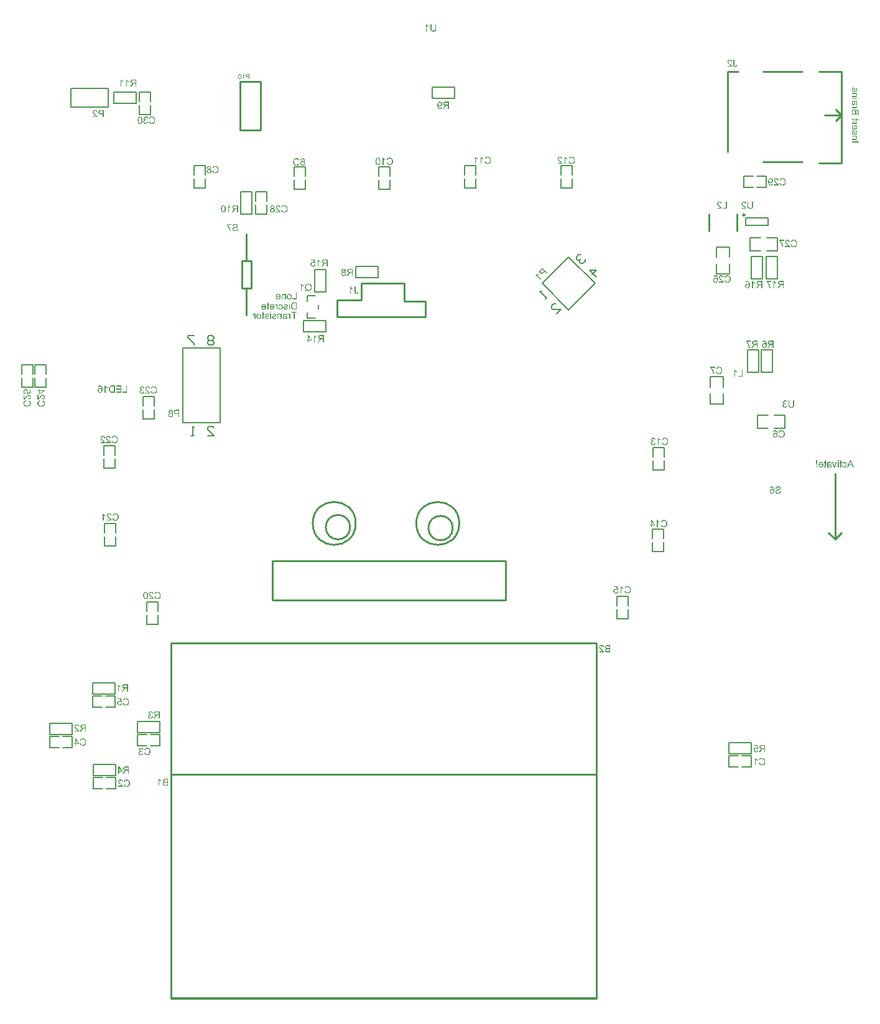
<source format=gbo>
G04 Layer_Color=3407718*
%FSLAX25Y25*%
%MOIN*%
G70*
G01*
G75*
%ADD14C,0.01000*%
%ADD15C,0.00800*%
%ADD231C,0.00984*%
%ADD232C,0.00787*%
G36*
X196832Y237851D02*
Y237418D01*
X195165D01*
Y236500D01*
X194691D01*
Y237418D01*
X194170D01*
Y237851D01*
X194691D01*
Y240338D01*
X195077D01*
X196832Y237851D01*
D02*
G37*
G36*
X198880Y240396D02*
X199055Y240373D01*
X199213Y240332D01*
X199283Y240314D01*
X199348Y240291D01*
X199406Y240267D01*
X199465Y240250D01*
X199511Y240227D01*
X199547Y240209D01*
X199582Y240197D01*
X199605Y240185D01*
X199617Y240174D01*
X199622D01*
X199769Y240080D01*
X199903Y239969D01*
X200014Y239858D01*
X200102Y239747D01*
X200178Y239647D01*
X200207Y239606D01*
X200231Y239571D01*
X200249Y239536D01*
X200260Y239513D01*
X200272Y239501D01*
Y239495D01*
X200348Y239326D01*
X200406Y239144D01*
X200442Y238969D01*
X200471Y238805D01*
X200482Y238729D01*
X200488Y238665D01*
X200494Y238600D01*
Y238547D01*
X200500Y238507D01*
Y238477D01*
Y238454D01*
Y238448D01*
X200494Y238243D01*
X200471Y238056D01*
X200436Y237881D01*
X200418Y237799D01*
X200400Y237729D01*
X200383Y237658D01*
X200365Y237600D01*
X200348Y237547D01*
X200330Y237500D01*
X200319Y237465D01*
X200307Y237442D01*
X200301Y237424D01*
Y237418D01*
X200219Y237249D01*
X200120Y237103D01*
X200026Y236974D01*
X199927Y236874D01*
X199845Y236792D01*
X199775Y236734D01*
X199745Y236716D01*
X199728Y236699D01*
X199716Y236693D01*
X199710Y236687D01*
X199634Y236640D01*
X199552Y236605D01*
X199389Y236541D01*
X199219Y236500D01*
X199055Y236465D01*
X198985Y236459D01*
X198915Y236447D01*
X198856Y236441D01*
X198803D01*
X198757Y236436D01*
X198698D01*
X198587Y236441D01*
X198482Y236447D01*
X198289Y236488D01*
X198201Y236512D01*
X198113Y236541D01*
X198037Y236570D01*
X197967Y236599D01*
X197903Y236629D01*
X197850Y236658D01*
X197803Y236687D01*
X197762Y236711D01*
X197727Y236734D01*
X197704Y236752D01*
X197692Y236757D01*
X197686Y236763D01*
X197610Y236828D01*
X197540Y236898D01*
X197423Y237050D01*
X197318Y237208D01*
X197242Y237366D01*
X197206Y237436D01*
X197183Y237500D01*
X197160Y237565D01*
X197136Y237612D01*
X197125Y237658D01*
X197113Y237688D01*
X197107Y237711D01*
Y237717D01*
X197616Y237845D01*
X197663Y237676D01*
X197721Y237524D01*
X197792Y237401D01*
X197856Y237296D01*
X197920Y237220D01*
X197973Y237161D01*
X198008Y237126D01*
X198014Y237120D01*
X198020Y237114D01*
X198137Y237032D01*
X198254Y236974D01*
X198376Y236927D01*
X198488Y236898D01*
X198587Y236880D01*
X198634Y236874D01*
X198669D01*
X198698Y236869D01*
X198739D01*
X198868Y236874D01*
X198991Y236898D01*
X199102Y236927D01*
X199196Y236956D01*
X199277Y236991D01*
X199342Y237015D01*
X199365Y237027D01*
X199383Y237038D01*
X199389Y237044D01*
X199394D01*
X199500Y237120D01*
X199587Y237208D01*
X199663Y237296D01*
X199728Y237389D01*
X199775Y237465D01*
X199804Y237535D01*
X199816Y237559D01*
X199827Y237576D01*
X199833Y237588D01*
Y237594D01*
X199880Y237734D01*
X199915Y237881D01*
X199938Y238027D01*
X199956Y238161D01*
X199962Y238220D01*
X199968Y238273D01*
Y238325D01*
X199973Y238366D01*
Y238401D01*
Y238425D01*
Y238442D01*
Y238448D01*
X199968Y238589D01*
X199956Y238723D01*
X199938Y238846D01*
X199915Y238957D01*
X199892Y239051D01*
X199886Y239092D01*
X199874Y239121D01*
X199868Y239150D01*
X199862Y239168D01*
X199856Y239179D01*
Y239185D01*
X199804Y239314D01*
X199740Y239431D01*
X199669Y239524D01*
X199605Y239606D01*
X199541Y239671D01*
X199488Y239718D01*
X199453Y239747D01*
X199447Y239758D01*
X199441D01*
X199324Y239829D01*
X199201Y239881D01*
X199078Y239922D01*
X198961Y239946D01*
X198856Y239963D01*
X198815Y239969D01*
X198774D01*
X198745Y239975D01*
X198704D01*
X198564Y239969D01*
X198441Y239946D01*
X198330Y239916D01*
X198242Y239881D01*
X198166Y239840D01*
X198113Y239811D01*
X198078Y239788D01*
X198066Y239782D01*
X197973Y239700D01*
X197897Y239606D01*
X197827Y239501D01*
X197774Y239402D01*
X197733Y239314D01*
X197715Y239273D01*
X197698Y239238D01*
X197686Y239209D01*
X197680Y239185D01*
X197675Y239174D01*
Y239168D01*
X197171Y239285D01*
X197242Y239472D01*
X197283Y239560D01*
X197324Y239636D01*
X197370Y239712D01*
X197417Y239782D01*
X197458Y239840D01*
X197505Y239899D01*
X197546Y239946D01*
X197587Y239987D01*
X197628Y240028D01*
X197657Y240057D01*
X197686Y240080D01*
X197704Y240098D01*
X197715Y240104D01*
X197721Y240109D01*
X197797Y240162D01*
X197873Y240209D01*
X197955Y240250D01*
X198037Y240285D01*
X198201Y240338D01*
X198353Y240373D01*
X198423Y240384D01*
X198488Y240390D01*
X198546Y240396D01*
X198593Y240402D01*
X198634Y240408D01*
X198692D01*
X198880Y240396D01*
D02*
G37*
G36*
X221880Y261896D02*
X222055Y261873D01*
X222213Y261832D01*
X222283Y261814D01*
X222348Y261791D01*
X222406Y261767D01*
X222465Y261750D01*
X222511Y261726D01*
X222547Y261709D01*
X222582Y261697D01*
X222605Y261685D01*
X222617Y261674D01*
X222622D01*
X222769Y261580D01*
X222903Y261469D01*
X223014Y261358D01*
X223102Y261247D01*
X223178Y261147D01*
X223207Y261106D01*
X223231Y261071D01*
X223249Y261036D01*
X223260Y261013D01*
X223272Y261001D01*
Y260995D01*
X223348Y260826D01*
X223406Y260644D01*
X223442Y260469D01*
X223471Y260305D01*
X223482Y260229D01*
X223488Y260164D01*
X223494Y260100D01*
Y260048D01*
X223500Y260007D01*
Y259977D01*
Y259954D01*
Y259948D01*
X223494Y259743D01*
X223471Y259556D01*
X223436Y259381D01*
X223418Y259299D01*
X223401Y259228D01*
X223383Y259158D01*
X223365Y259100D01*
X223348Y259047D01*
X223330Y259000D01*
X223319Y258965D01*
X223307Y258942D01*
X223301Y258924D01*
Y258918D01*
X223219Y258749D01*
X223120Y258603D01*
X223026Y258474D01*
X222927Y258374D01*
X222845Y258293D01*
X222775Y258234D01*
X222745Y258216D01*
X222728Y258199D01*
X222716Y258193D01*
X222710Y258187D01*
X222634Y258140D01*
X222552Y258105D01*
X222389Y258041D01*
X222219Y258000D01*
X222055Y257965D01*
X221985Y257959D01*
X221915Y257947D01*
X221856Y257942D01*
X221803D01*
X221757Y257936D01*
X221698D01*
X221587Y257942D01*
X221482Y257947D01*
X221289Y257988D01*
X221201Y258012D01*
X221113Y258041D01*
X221037Y258070D01*
X220967Y258099D01*
X220903Y258129D01*
X220850Y258158D01*
X220803Y258187D01*
X220762Y258211D01*
X220727Y258234D01*
X220704Y258252D01*
X220692Y258257D01*
X220686Y258263D01*
X220610Y258328D01*
X220540Y258398D01*
X220423Y258550D01*
X220318Y258708D01*
X220242Y258866D01*
X220206Y258936D01*
X220183Y259000D01*
X220160Y259065D01*
X220136Y259111D01*
X220125Y259158D01*
X220113Y259188D01*
X220107Y259211D01*
Y259217D01*
X220616Y259346D01*
X220663Y259176D01*
X220721Y259024D01*
X220791Y258901D01*
X220856Y258796D01*
X220920Y258719D01*
X220973Y258661D01*
X221008Y258626D01*
X221014Y258620D01*
X221020Y258614D01*
X221137Y258532D01*
X221254Y258474D01*
X221376Y258427D01*
X221488Y258398D01*
X221587Y258380D01*
X221634Y258374D01*
X221669D01*
X221698Y258369D01*
X221739D01*
X221868Y258374D01*
X221991Y258398D01*
X222102Y258427D01*
X222195Y258456D01*
X222277Y258491D01*
X222342Y258515D01*
X222365Y258526D01*
X222383Y258538D01*
X222389Y258544D01*
X222394D01*
X222500Y258620D01*
X222587Y258708D01*
X222663Y258796D01*
X222728Y258889D01*
X222775Y258965D01*
X222804Y259035D01*
X222815Y259059D01*
X222827Y259076D01*
X222833Y259088D01*
Y259094D01*
X222880Y259234D01*
X222915Y259381D01*
X222938Y259527D01*
X222956Y259661D01*
X222962Y259720D01*
X222968Y259773D01*
Y259825D01*
X222973Y259866D01*
Y259901D01*
Y259925D01*
Y259942D01*
Y259948D01*
X222968Y260088D01*
X222956Y260223D01*
X222938Y260346D01*
X222915Y260457D01*
X222892Y260551D01*
X222886Y260592D01*
X222874Y260621D01*
X222868Y260650D01*
X222862Y260668D01*
X222856Y260679D01*
Y260685D01*
X222804Y260814D01*
X222740Y260931D01*
X222669Y261024D01*
X222605Y261106D01*
X222541Y261171D01*
X222488Y261217D01*
X222453Y261247D01*
X222447Y261258D01*
X222441D01*
X222324Y261329D01*
X222201Y261381D01*
X222078Y261422D01*
X221961Y261446D01*
X221856Y261463D01*
X221815Y261469D01*
X221774D01*
X221745Y261475D01*
X221704D01*
X221564Y261469D01*
X221441Y261446D01*
X221330Y261416D01*
X221242Y261381D01*
X221166Y261340D01*
X221113Y261311D01*
X221078Y261288D01*
X221066Y261282D01*
X220973Y261200D01*
X220897Y261106D01*
X220827Y261001D01*
X220774Y260902D01*
X220733Y260814D01*
X220715Y260773D01*
X220698Y260738D01*
X220686Y260709D01*
X220680Y260685D01*
X220674Y260673D01*
Y260668D01*
X220171Y260785D01*
X220242Y260972D01*
X220283Y261059D01*
X220323Y261136D01*
X220370Y261212D01*
X220417Y261282D01*
X220458Y261340D01*
X220505Y261399D01*
X220546Y261446D01*
X220587Y261487D01*
X220628Y261528D01*
X220657Y261557D01*
X220686Y261580D01*
X220704Y261598D01*
X220715Y261604D01*
X220721Y261610D01*
X220797Y261662D01*
X220873Y261709D01*
X220955Y261750D01*
X221037Y261785D01*
X221201Y261838D01*
X221353Y261873D01*
X221423Y261884D01*
X221488Y261890D01*
X221546Y261896D01*
X221593Y261902D01*
X221634Y261908D01*
X221692D01*
X221880Y261896D01*
D02*
G37*
G36*
X219004Y218355D02*
X219098Y218349D01*
X219273Y218314D01*
X219349Y218297D01*
X219425Y218273D01*
X219490Y218244D01*
X219548Y218221D01*
X219601Y218191D01*
X219648Y218168D01*
X219689Y218139D01*
X219724Y218121D01*
X219747Y218104D01*
X219765Y218086D01*
X219776Y218080D01*
X219782Y218074D01*
X219841Y218016D01*
X219887Y217957D01*
X219975Y217823D01*
X220040Y217688D01*
X220086Y217554D01*
X220122Y217437D01*
X220127Y217384D01*
X220139Y217337D01*
X220145Y217302D01*
X220151Y217273D01*
Y217255D01*
Y217249D01*
X219665Y217197D01*
X219654Y217326D01*
X219630Y217437D01*
X219601Y217530D01*
X219560Y217612D01*
X219525Y217676D01*
X219490Y217723D01*
X219466Y217747D01*
X219460Y217758D01*
X219378Y217829D01*
X219291Y217881D01*
X219197Y217916D01*
X219109Y217946D01*
X219033Y217957D01*
X218975Y217963D01*
X218952Y217969D01*
X218916D01*
X218799Y217963D01*
X218694Y217940D01*
X218606Y217911D01*
X218530Y217876D01*
X218472Y217834D01*
X218425Y217805D01*
X218402Y217782D01*
X218390Y217776D01*
X218320Y217700D01*
X218273Y217618D01*
X218238Y217542D01*
X218209Y217466D01*
X218197Y217402D01*
X218191Y217349D01*
X218185Y217314D01*
Y217308D01*
Y217302D01*
X218197Y217203D01*
X218220Y217097D01*
X218255Y217004D01*
X218296Y216916D01*
X218337Y216840D01*
X218372Y216781D01*
X218384Y216758D01*
X218396Y216740D01*
X218407Y216735D01*
Y216729D01*
X218454Y216670D01*
X218507Y216606D01*
X218565Y216542D01*
X218636Y216477D01*
X218776Y216343D01*
X218916Y216208D01*
X219045Y216097D01*
X219104Y216044D01*
X219156Y216003D01*
X219197Y215963D01*
X219226Y215939D01*
X219250Y215921D01*
X219256Y215916D01*
X219396Y215793D01*
X219525Y215682D01*
X219630Y215582D01*
X219718Y215500D01*
X219788Y215430D01*
X219835Y215377D01*
X219864Y215342D01*
X219876Y215336D01*
Y215331D01*
X219952Y215237D01*
X220010Y215149D01*
X220069Y215062D01*
X220110Y214986D01*
X220145Y214915D01*
X220168Y214869D01*
X220180Y214833D01*
X220186Y214828D01*
Y214822D01*
X220203Y214763D01*
X220221Y214705D01*
X220227Y214652D01*
X220233Y214605D01*
X220238Y214564D01*
Y214529D01*
Y214506D01*
Y214500D01*
X217694D01*
Y214950D01*
X219583D01*
X219519Y215044D01*
X219455Y215120D01*
X219425Y215155D01*
X219402Y215179D01*
X219390Y215196D01*
X219384Y215202D01*
X219355Y215231D01*
X219326Y215261D01*
X219250Y215331D01*
X219156Y215413D01*
X219068Y215494D01*
X218981Y215571D01*
X218911Y215629D01*
X218881Y215652D01*
X218858Y215670D01*
X218846Y215682D01*
X218840Y215688D01*
X218747Y215770D01*
X218665Y215840D01*
X218583Y215910D01*
X218513Y215974D01*
X218448Y216038D01*
X218390Y216091D01*
X218331Y216144D01*
X218285Y216191D01*
X218244Y216232D01*
X218209Y216267D01*
X218156Y216319D01*
X218127Y216354D01*
X218115Y216366D01*
X218039Y216460D01*
X217969Y216542D01*
X217916Y216623D01*
X217875Y216694D01*
X217840Y216752D01*
X217817Y216793D01*
X217805Y216822D01*
X217799Y216834D01*
X217764Y216916D01*
X217741Y216998D01*
X217723Y217074D01*
X217711Y217144D01*
X217705Y217203D01*
X217700Y217249D01*
Y217279D01*
Y217290D01*
X217705Y217372D01*
X217711Y217454D01*
X217752Y217600D01*
X217805Y217729D01*
X217863Y217840D01*
X217922Y217928D01*
X217951Y217963D01*
X217974Y217998D01*
X217998Y218022D01*
X218016Y218039D01*
X218021Y218045D01*
X218027Y218051D01*
X218092Y218104D01*
X218156Y218156D01*
X218226Y218197D01*
X218302Y218232D01*
X218448Y218285D01*
X218589Y218320D01*
X218653Y218338D01*
X218712Y218343D01*
X218764Y218349D01*
X218811Y218355D01*
X218852Y218361D01*
X218905D01*
X219004Y218355D01*
D02*
G37*
G36*
X233380Y235317D02*
X233555Y235294D01*
X233713Y235253D01*
X233783Y235235D01*
X233848Y235212D01*
X233906Y235188D01*
X233965Y235171D01*
X234011Y235147D01*
X234047Y235130D01*
X234082Y235118D01*
X234105Y235106D01*
X234117Y235095D01*
X234122D01*
X234269Y235001D01*
X234403Y234890D01*
X234514Y234779D01*
X234602Y234668D01*
X234678Y234568D01*
X234707Y234527D01*
X234731Y234492D01*
X234749Y234457D01*
X234760Y234434D01*
X234772Y234422D01*
Y234416D01*
X234848Y234246D01*
X234906Y234065D01*
X234942Y233890D01*
X234971Y233726D01*
X234982Y233650D01*
X234988Y233585D01*
X234994Y233521D01*
Y233468D01*
X235000Y233428D01*
Y233398D01*
Y233375D01*
Y233369D01*
X234994Y233164D01*
X234971Y232977D01*
X234936Y232802D01*
X234918Y232720D01*
X234901Y232649D01*
X234883Y232579D01*
X234865Y232521D01*
X234848Y232468D01*
X234830Y232421D01*
X234819Y232386D01*
X234807Y232363D01*
X234801Y232345D01*
Y232339D01*
X234719Y232170D01*
X234620Y232024D01*
X234526Y231895D01*
X234427Y231795D01*
X234345Y231713D01*
X234275Y231655D01*
X234245Y231637D01*
X234228Y231620D01*
X234216Y231614D01*
X234210Y231608D01*
X234134Y231561D01*
X234052Y231526D01*
X233889Y231462D01*
X233719Y231421D01*
X233555Y231386D01*
X233485Y231380D01*
X233415Y231368D01*
X233356Y231362D01*
X233303D01*
X233257Y231357D01*
X233198D01*
X233087Y231362D01*
X232982Y231368D01*
X232789Y231409D01*
X232701Y231433D01*
X232613Y231462D01*
X232537Y231491D01*
X232467Y231520D01*
X232403Y231550D01*
X232350Y231579D01*
X232303Y231608D01*
X232262Y231631D01*
X232227Y231655D01*
X232204Y231673D01*
X232192Y231678D01*
X232186Y231684D01*
X232110Y231749D01*
X232040Y231819D01*
X231923Y231971D01*
X231818Y232129D01*
X231742Y232287D01*
X231706Y232357D01*
X231683Y232421D01*
X231660Y232486D01*
X231636Y232532D01*
X231625Y232579D01*
X231613Y232609D01*
X231607Y232632D01*
Y232638D01*
X232116Y232766D01*
X232163Y232597D01*
X232221Y232445D01*
X232291Y232322D01*
X232356Y232217D01*
X232420Y232140D01*
X232473Y232082D01*
X232508Y232047D01*
X232514Y232041D01*
X232520Y232035D01*
X232637Y231953D01*
X232754Y231895D01*
X232876Y231848D01*
X232988Y231819D01*
X233087Y231801D01*
X233134Y231795D01*
X233169D01*
X233198Y231789D01*
X233239D01*
X233368Y231795D01*
X233491Y231819D01*
X233602Y231848D01*
X233695Y231877D01*
X233777Y231912D01*
X233842Y231936D01*
X233865Y231947D01*
X233883Y231959D01*
X233889Y231965D01*
X233894D01*
X234000Y232041D01*
X234087Y232129D01*
X234163Y232217D01*
X234228Y232310D01*
X234275Y232386D01*
X234304Y232456D01*
X234315Y232480D01*
X234327Y232497D01*
X234333Y232509D01*
Y232515D01*
X234380Y232655D01*
X234415Y232802D01*
X234438Y232948D01*
X234456Y233082D01*
X234462Y233141D01*
X234468Y233193D01*
Y233246D01*
X234473Y233287D01*
Y233322D01*
Y233346D01*
Y233363D01*
Y233369D01*
X234468Y233509D01*
X234456Y233644D01*
X234438Y233767D01*
X234415Y233878D01*
X234392Y233972D01*
X234386Y234013D01*
X234374Y234042D01*
X234368Y234071D01*
X234362Y234088D01*
X234356Y234100D01*
Y234106D01*
X234304Y234235D01*
X234240Y234352D01*
X234169Y234445D01*
X234105Y234527D01*
X234041Y234592D01*
X233988Y234638D01*
X233953Y234668D01*
X233947Y234679D01*
X233941D01*
X233824Y234750D01*
X233701Y234802D01*
X233578Y234843D01*
X233461Y234867D01*
X233356Y234884D01*
X233315Y234890D01*
X233274D01*
X233245Y234896D01*
X233204D01*
X233064Y234890D01*
X232941Y234867D01*
X232830Y234837D01*
X232742Y234802D01*
X232666Y234761D01*
X232613Y234732D01*
X232578Y234709D01*
X232566Y234703D01*
X232473Y234621D01*
X232397Y234527D01*
X232327Y234422D01*
X232274Y234323D01*
X232233Y234235D01*
X232215Y234194D01*
X232198Y234159D01*
X232186Y234130D01*
X232180Y234106D01*
X232174Y234094D01*
Y234088D01*
X231671Y234206D01*
X231742Y234393D01*
X231783Y234481D01*
X231823Y234557D01*
X231870Y234633D01*
X231917Y234703D01*
X231958Y234761D01*
X232005Y234820D01*
X232046Y234867D01*
X232087Y234908D01*
X232128Y234948D01*
X232157Y234978D01*
X232186Y235001D01*
X232204Y235019D01*
X232215Y235024D01*
X232221Y235030D01*
X232297Y235083D01*
X232373Y235130D01*
X232455Y235171D01*
X232537Y235206D01*
X232701Y235259D01*
X232853Y235294D01*
X232923Y235305D01*
X232988Y235311D01*
X233046Y235317D01*
X233093Y235323D01*
X233134Y235329D01*
X233192D01*
X233380Y235317D01*
D02*
G37*
G36*
X230133Y235270D02*
X230279Y235241D01*
X230414Y235200D01*
X230525Y235153D01*
X230612Y235101D01*
X230648Y235077D01*
X230677Y235060D01*
X230706Y235042D01*
X230724Y235030D01*
X230730Y235024D01*
X230735Y235019D01*
X230841Y234913D01*
X230923Y234796D01*
X230993Y234674D01*
X231040Y234557D01*
X231081Y234451D01*
X231092Y234404D01*
X231104Y234364D01*
X231110Y234334D01*
X231116Y234311D01*
X231121Y234293D01*
Y234287D01*
X230648Y234206D01*
X230624Y234328D01*
X230589Y234434D01*
X230554Y234521D01*
X230513Y234592D01*
X230478Y234650D01*
X230449Y234691D01*
X230425Y234715D01*
X230419Y234720D01*
X230343Y234779D01*
X230267Y234820D01*
X230191Y234855D01*
X230115Y234872D01*
X230057Y234884D01*
X230004Y234896D01*
X229957D01*
X229858Y234890D01*
X229770Y234867D01*
X229694Y234843D01*
X229630Y234808D01*
X229577Y234779D01*
X229536Y234750D01*
X229513Y234726D01*
X229507Y234720D01*
X229448Y234656D01*
X229407Y234580D01*
X229372Y234510D01*
X229355Y234445D01*
X229343Y234381D01*
X229331Y234334D01*
Y234305D01*
Y234299D01*
Y234293D01*
X229343Y234176D01*
X229372Y234077D01*
X229407Y233995D01*
X229454Y233931D01*
X229501Y233878D01*
X229536Y233837D01*
X229565Y233814D01*
X229577Y233808D01*
X229671Y233755D01*
X229764Y233720D01*
X229852Y233691D01*
X229934Y233673D01*
X230010Y233662D01*
X230063Y233656D01*
X230139D01*
X230162Y233662D01*
X230191D01*
X230244Y233246D01*
X230174Y233264D01*
X230109Y233275D01*
X230051Y233281D01*
X230004Y233287D01*
X229963Y233293D01*
X229910D01*
X229794Y233281D01*
X229694Y233258D01*
X229601Y233229D01*
X229524Y233188D01*
X229460Y233147D01*
X229413Y233117D01*
X229390Y233094D01*
X229378Y233082D01*
X229308Y233000D01*
X229255Y232913D01*
X229214Y232819D01*
X229191Y232737D01*
X229173Y232661D01*
X229168Y232603D01*
X229162Y232579D01*
Y232562D01*
Y232556D01*
Y232550D01*
X229173Y232427D01*
X229197Y232316D01*
X229232Y232217D01*
X229273Y232135D01*
X229320Y232064D01*
X229355Y232018D01*
X229378Y231988D01*
X229390Y231977D01*
X229478Y231901D01*
X229571Y231842D01*
X229665Y231807D01*
X229758Y231778D01*
X229835Y231760D01*
X229893Y231754D01*
X229916Y231749D01*
X229952D01*
X230051Y231754D01*
X230145Y231778D01*
X230226Y231807D01*
X230291Y231836D01*
X230349Y231871D01*
X230390Y231895D01*
X230414Y231918D01*
X230425Y231924D01*
X230490Y232000D01*
X230548Y232088D01*
X230595Y232187D01*
X230630Y232281D01*
X230659Y232369D01*
X230677Y232439D01*
X230689Y232462D01*
Y232486D01*
X230694Y232497D01*
Y232503D01*
X231168Y232439D01*
X231157Y232351D01*
X231139Y232269D01*
X231086Y232117D01*
X231028Y231982D01*
X230958Y231866D01*
X230928Y231819D01*
X230893Y231778D01*
X230864Y231743D01*
X230841Y231708D01*
X230817Y231684D01*
X230800Y231667D01*
X230794Y231661D01*
X230788Y231655D01*
X230724Y231602D01*
X230654Y231556D01*
X230589Y231515D01*
X230519Y231485D01*
X230379Y231427D01*
X230244Y231392D01*
X230185Y231380D01*
X230127Y231374D01*
X230080Y231368D01*
X230033Y231362D01*
X229998Y231357D01*
X229952D01*
X229852Y231362D01*
X229753Y231374D01*
X229659Y231386D01*
X229571Y231409D01*
X229489Y231438D01*
X229413Y231468D01*
X229343Y231497D01*
X229279Y231532D01*
X229226Y231561D01*
X229173Y231591D01*
X229127Y231620D01*
X229092Y231649D01*
X229062Y231673D01*
X229045Y231684D01*
X229033Y231696D01*
X229027Y231702D01*
X228963Y231772D01*
X228904Y231842D01*
X228857Y231912D01*
X228817Y231982D01*
X228776Y232053D01*
X228746Y232129D01*
X228705Y232263D01*
X228688Y232322D01*
X228676Y232380D01*
X228670Y232427D01*
X228664Y232474D01*
X228659Y232509D01*
Y232532D01*
Y232550D01*
Y232556D01*
X228664Y232690D01*
X228688Y232813D01*
X228717Y232919D01*
X228752Y233006D01*
X228793Y233077D01*
X228822Y233129D01*
X228846Y233164D01*
X228852Y233176D01*
X228928Y233264D01*
X229015Y233334D01*
X229103Y233392D01*
X229185Y233433D01*
X229261Y233468D01*
X229320Y233486D01*
X229343Y233498D01*
X229361D01*
X229372Y233504D01*
X229378D01*
X229285Y233550D01*
X229203Y233609D01*
X229138Y233662D01*
X229080Y233714D01*
X229039Y233761D01*
X229004Y233796D01*
X228986Y233819D01*
X228980Y233831D01*
X228934Y233907D01*
X228904Y233989D01*
X228881Y234065D01*
X228863Y234135D01*
X228852Y234194D01*
X228846Y234241D01*
Y234270D01*
Y234282D01*
X228852Y234381D01*
X228869Y234469D01*
X228893Y234551D01*
X228916Y234627D01*
X228939Y234685D01*
X228963Y234732D01*
X228980Y234761D01*
X228986Y234773D01*
X229045Y234855D01*
X229109Y234931D01*
X229179Y234995D01*
X229244Y235048D01*
X229302Y235089D01*
X229349Y235118D01*
X229384Y235136D01*
X229390Y235141D01*
X229396D01*
X229495Y235188D01*
X229595Y235223D01*
X229694Y235247D01*
X229782Y235264D01*
X229858Y235276D01*
X229916Y235282D01*
X230051D01*
X230133Y235270D01*
D02*
G37*
G36*
X219592Y259813D02*
X219148Y259749D01*
X219107Y259808D01*
X219060Y259860D01*
X219013Y259907D01*
X218972Y259948D01*
X218931Y259977D01*
X218896Y260001D01*
X218873Y260012D01*
X218867Y260018D01*
X218797Y260053D01*
X218726Y260083D01*
X218656Y260100D01*
X218592Y260118D01*
X218533Y260123D01*
X218492Y260129D01*
X218451D01*
X218323Y260118D01*
X218206Y260094D01*
X218101Y260053D01*
X218019Y260012D01*
X217948Y259971D01*
X217901Y259930D01*
X217872Y259907D01*
X217861Y259895D01*
X217785Y259802D01*
X217726Y259697D01*
X217685Y259591D01*
X217662Y259492D01*
X217644Y259398D01*
X217638Y259357D01*
Y259322D01*
X217633Y259299D01*
Y259275D01*
Y259264D01*
Y259258D01*
X217644Y259106D01*
X217668Y258971D01*
X217708Y258854D01*
X217749Y258755D01*
X217790Y258679D01*
X217831Y258620D01*
X217855Y258585D01*
X217866Y258579D01*
Y258573D01*
X217913Y258526D01*
X217960Y258491D01*
X218054Y258427D01*
X218153Y258386D01*
X218241Y258351D01*
X218323Y258333D01*
X218387Y258328D01*
X218410Y258322D01*
X218446D01*
X218545Y258328D01*
X218639Y258351D01*
X218721Y258380D01*
X218791Y258410D01*
X218849Y258445D01*
X218890Y258468D01*
X218914Y258491D01*
X218925Y258497D01*
X218995Y258573D01*
X219048Y258661D01*
X219095Y258749D01*
X219124Y258837D01*
X219148Y258918D01*
X219165Y258983D01*
X219171Y259006D01*
X219177Y259024D01*
Y259035D01*
Y259041D01*
X219674Y259006D01*
X219662Y258918D01*
X219645Y258831D01*
X219598Y258679D01*
X219534Y258544D01*
X219469Y258433D01*
X219434Y258386D01*
X219405Y258345D01*
X219376Y258310D01*
X219352Y258281D01*
X219329Y258257D01*
X219311Y258240D01*
X219305Y258234D01*
X219300Y258228D01*
X219235Y258175D01*
X219165Y258135D01*
X219095Y258094D01*
X219025Y258059D01*
X218884Y258006D01*
X218750Y257971D01*
X218685Y257959D01*
X218627Y257953D01*
X218574Y257947D01*
X218533Y257942D01*
X218498Y257936D01*
X218446D01*
X218329Y257942D01*
X218217Y257953D01*
X218118Y257977D01*
X218019Y258006D01*
X217931Y258041D01*
X217843Y258082D01*
X217767Y258123D01*
X217703Y258170D01*
X217638Y258211D01*
X217586Y258252D01*
X217539Y258293D01*
X217504Y258328D01*
X217475Y258357D01*
X217451Y258380D01*
X217439Y258392D01*
X217434Y258398D01*
X217381Y258468D01*
X217334Y258544D01*
X217293Y258620D01*
X217258Y258702D01*
X217205Y258848D01*
X217164Y258989D01*
X217153Y259053D01*
X217147Y259111D01*
X217141Y259164D01*
X217135Y259211D01*
X217129Y259246D01*
Y259275D01*
Y259293D01*
Y259299D01*
X217135Y259398D01*
X217147Y259498D01*
X217164Y259585D01*
X217182Y259673D01*
X217211Y259749D01*
X217241Y259825D01*
X217270Y259890D01*
X217305Y259954D01*
X217340Y260007D01*
X217369Y260053D01*
X217399Y260094D01*
X217428Y260129D01*
X217445Y260159D01*
X217463Y260176D01*
X217475Y260188D01*
X217480Y260194D01*
X217545Y260258D01*
X217615Y260311D01*
X217685Y260357D01*
X217761Y260399D01*
X217831Y260434D01*
X217901Y260457D01*
X218036Y260504D01*
X218095Y260515D01*
X218153Y260527D01*
X218200Y260533D01*
X218247Y260539D01*
X218282Y260545D01*
X218329D01*
X218469Y260533D01*
X218603Y260504D01*
X218726Y260469D01*
X218832Y260422D01*
X218925Y260375D01*
X218960Y260357D01*
X218995Y260340D01*
X219019Y260322D01*
X219037Y260311D01*
X219048Y260305D01*
X219054Y260299D01*
X218843Y261334D01*
X217311D01*
Y261785D01*
X219218D01*
X219592Y259813D01*
D02*
G37*
G36*
X447757Y489657D02*
X447398Y489297D01*
X446289Y490406D01*
X445594Y489711D01*
X445486Y489611D01*
X445387Y489520D01*
X445288Y489446D01*
X445189Y489380D01*
X445102Y489326D01*
X445015Y489280D01*
X444936Y489243D01*
X444862Y489218D01*
X444796Y489193D01*
X444738Y489177D01*
X444688Y489169D01*
X444642Y489156D01*
X444585D01*
X444572Y489152D01*
X444564D01*
X444477Y489156D01*
X444394Y489173D01*
X444316Y489193D01*
X444241Y489218D01*
X444105Y489272D01*
X443985Y489342D01*
X443931Y489371D01*
X443890Y489404D01*
X443848Y489438D01*
X443815Y489462D01*
X443786Y489483D01*
X443770Y489500D01*
X443757Y489512D01*
X443753Y489516D01*
X443683Y489595D01*
X443621Y489673D01*
X443571Y489748D01*
X443534Y489818D01*
X443505Y489880D01*
X443484Y489926D01*
X443472Y489955D01*
X443468Y489967D01*
X443439Y490062D01*
X443426Y490149D01*
X443418Y490232D01*
X443414Y490302D01*
Y490360D01*
X443418Y490406D01*
X443426Y490439D01*
Y490447D01*
X443447Y490534D01*
X443476Y490621D01*
X443509Y490695D01*
X443546Y490765D01*
X443579Y490823D01*
X443608Y490869D01*
X443625Y490902D01*
X443629Y490906D01*
X443633Y490910D01*
X443683Y490976D01*
X443741Y491051D01*
X443807Y491125D01*
X443869Y491196D01*
X443927Y491262D01*
X443972Y491307D01*
X443993Y491328D01*
X444005Y491340D01*
X444014Y491349D01*
X444018Y491353D01*
X445040Y492375D01*
X447757Y489657D01*
D02*
G37*
G36*
X168345Y420884D02*
X168176Y420837D01*
X168024Y420779D01*
X167901Y420709D01*
X167796Y420644D01*
X167720Y420580D01*
X167661Y420527D01*
X167626Y420492D01*
X167620Y420486D01*
X167614Y420480D01*
X167532Y420363D01*
X167474Y420246D01*
X167427Y420123D01*
X167398Y420012D01*
X167380Y419913D01*
X167374Y419866D01*
Y419831D01*
X167369Y419802D01*
Y419778D01*
Y419767D01*
Y419761D01*
X167374Y419632D01*
X167398Y419509D01*
X167427Y419398D01*
X167456Y419305D01*
X167491Y419223D01*
X167515Y419158D01*
X167526Y419135D01*
X167538Y419117D01*
X167544Y419111D01*
Y419106D01*
X167620Y419000D01*
X167708Y418913D01*
X167796Y418836D01*
X167889Y418772D01*
X167965Y418725D01*
X168035Y418696D01*
X168059Y418684D01*
X168076Y418673D01*
X168088Y418667D01*
X168094D01*
X168234Y418620D01*
X168381Y418585D01*
X168527Y418562D01*
X168661Y418544D01*
X168720Y418538D01*
X168773Y418532D01*
X168825D01*
X168866Y418527D01*
X168948D01*
X169088Y418532D01*
X169223Y418544D01*
X169346Y418562D01*
X169457Y418585D01*
X169551Y418608D01*
X169592Y418614D01*
X169621Y418626D01*
X169650Y418632D01*
X169668Y418638D01*
X169679Y418644D01*
X169685D01*
X169814Y418696D01*
X169931Y418760D01*
X170025Y418831D01*
X170106Y418895D01*
X170171Y418959D01*
X170218Y419012D01*
X170247Y419047D01*
X170258Y419053D01*
Y419059D01*
X170329Y419176D01*
X170381Y419299D01*
X170422Y419422D01*
X170446Y419539D01*
X170463Y419644D01*
X170469Y419685D01*
Y419726D01*
X170475Y419755D01*
Y419778D01*
Y419790D01*
Y419796D01*
X170469Y419936D01*
X170446Y420059D01*
X170416Y420170D01*
X170381Y420258D01*
X170340Y420334D01*
X170311Y420387D01*
X170288Y420422D01*
X170282Y420434D01*
X170200Y420527D01*
X170106Y420603D01*
X170001Y420673D01*
X169902Y420726D01*
X169814Y420767D01*
X169773Y420785D01*
X169738Y420802D01*
X169709Y420814D01*
X169685Y420820D01*
X169674Y420826D01*
X169668D01*
X169785Y421329D01*
X169972Y421258D01*
X170060Y421217D01*
X170136Y421177D01*
X170212Y421130D01*
X170282Y421083D01*
X170340Y421042D01*
X170399Y420995D01*
X170446Y420954D01*
X170487Y420913D01*
X170528Y420872D01*
X170557Y420843D01*
X170580Y420814D01*
X170598Y420796D01*
X170604Y420785D01*
X170609Y420779D01*
X170662Y420703D01*
X170709Y420627D01*
X170750Y420545D01*
X170785Y420463D01*
X170838Y420299D01*
X170873Y420147D01*
X170884Y420077D01*
X170890Y420012D01*
X170896Y419954D01*
X170902Y419907D01*
X170908Y419866D01*
Y419831D01*
Y419813D01*
Y419808D01*
X170896Y419620D01*
X170873Y419445D01*
X170832Y419287D01*
X170814Y419217D01*
X170791Y419152D01*
X170767Y419094D01*
X170750Y419035D01*
X170726Y418989D01*
X170709Y418954D01*
X170697Y418919D01*
X170686Y418895D01*
X170674Y418883D01*
Y418878D01*
X170580Y418731D01*
X170469Y418597D01*
X170358Y418485D01*
X170247Y418398D01*
X170147Y418322D01*
X170106Y418293D01*
X170071Y418269D01*
X170036Y418252D01*
X170013Y418240D01*
X170001Y418228D01*
X169995D01*
X169825Y418152D01*
X169644Y418094D01*
X169469Y418058D01*
X169305Y418029D01*
X169229Y418018D01*
X169165Y418012D01*
X169100Y418006D01*
X169047D01*
X169007Y418000D01*
X168948D01*
X168743Y418006D01*
X168556Y418029D01*
X168381Y418064D01*
X168299Y418082D01*
X168228Y418099D01*
X168158Y418117D01*
X168100Y418135D01*
X168047Y418152D01*
X168000Y418170D01*
X167965Y418181D01*
X167942Y418193D01*
X167924Y418199D01*
X167919D01*
X167749Y418281D01*
X167603Y418380D01*
X167474Y418474D01*
X167374Y418573D01*
X167292Y418655D01*
X167234Y418725D01*
X167217Y418755D01*
X167199Y418772D01*
X167193Y418784D01*
X167187Y418790D01*
X167140Y418866D01*
X167105Y418948D01*
X167041Y419111D01*
X167000Y419281D01*
X166965Y419445D01*
X166959Y419515D01*
X166947Y419585D01*
X166941Y419644D01*
Y419697D01*
X166936Y419743D01*
Y419772D01*
Y419796D01*
Y419802D01*
X166941Y419913D01*
X166947Y420018D01*
X166988Y420211D01*
X167012Y420299D01*
X167041Y420387D01*
X167070Y420463D01*
X167099Y420533D01*
X167129Y420597D01*
X167158Y420650D01*
X167187Y420697D01*
X167211Y420738D01*
X167234Y420773D01*
X167252Y420796D01*
X167257Y420808D01*
X167263Y420814D01*
X167328Y420890D01*
X167398Y420960D01*
X167550Y421077D01*
X167708Y421182D01*
X167866Y421258D01*
X167936Y421293D01*
X168000Y421317D01*
X168065Y421340D01*
X168112Y421364D01*
X168158Y421376D01*
X168188Y421387D01*
X168211Y421393D01*
X168217D01*
X168345Y420884D01*
D02*
G37*
G36*
X167450Y422417D02*
X167544Y422481D01*
X167620Y422545D01*
X167655Y422575D01*
X167679Y422598D01*
X167696Y422610D01*
X167702Y422616D01*
X167731Y422645D01*
X167761Y422674D01*
X167831Y422750D01*
X167913Y422844D01*
X167994Y422931D01*
X168071Y423019D01*
X168129Y423090D01*
X168152Y423119D01*
X168170Y423142D01*
X168182Y423154D01*
X168188Y423160D01*
X168270Y423253D01*
X168340Y423335D01*
X168410Y423417D01*
X168474Y423487D01*
X168539Y423552D01*
X168591Y423610D01*
X168644Y423669D01*
X168691Y423715D01*
X168732Y423756D01*
X168767Y423792D01*
X168819Y423844D01*
X168854Y423873D01*
X168866Y423885D01*
X168960Y423961D01*
X169042Y424031D01*
X169124Y424084D01*
X169194Y424125D01*
X169252Y424160D01*
X169293Y424183D01*
X169323Y424195D01*
X169334Y424201D01*
X169416Y424236D01*
X169498Y424260D01*
X169574Y424277D01*
X169644Y424289D01*
X169703Y424295D01*
X169749Y424300D01*
X169790D01*
X169872Y424295D01*
X169954Y424289D01*
X170100Y424248D01*
X170229Y424195D01*
X170340Y424137D01*
X170428Y424078D01*
X170463Y424049D01*
X170498Y424025D01*
X170522Y424002D01*
X170539Y423985D01*
X170545Y423979D01*
X170551Y423973D01*
X170604Y423909D01*
X170656Y423844D01*
X170697Y423774D01*
X170732Y423698D01*
X170785Y423552D01*
X170820Y423411D01*
X170838Y423347D01*
X170844Y423288D01*
X170849Y423236D01*
X170855Y423189D01*
X170861Y423148D01*
Y423119D01*
Y423101D01*
Y423095D01*
X170855Y422996D01*
X170849Y422902D01*
X170814Y422727D01*
X170797Y422651D01*
X170773Y422575D01*
X170744Y422510D01*
X170721Y422452D01*
X170691Y422399D01*
X170668Y422352D01*
X170639Y422311D01*
X170621Y422276D01*
X170604Y422253D01*
X170586Y422235D01*
X170580Y422224D01*
X170574Y422218D01*
X170516Y422159D01*
X170457Y422113D01*
X170323Y422025D01*
X170188Y421960D01*
X170054Y421914D01*
X169937Y421878D01*
X169884Y421873D01*
X169837Y421861D01*
X169802Y421855D01*
X169773Y421849D01*
X169749D01*
X169697Y422335D01*
X169825Y422347D01*
X169937Y422370D01*
X170030Y422399D01*
X170112Y422440D01*
X170176Y422475D01*
X170223Y422510D01*
X170247Y422534D01*
X170258Y422540D01*
X170329Y422621D01*
X170381Y422709D01*
X170416Y422803D01*
X170446Y422891D01*
X170457Y422967D01*
X170463Y423025D01*
X170469Y423048D01*
Y423066D01*
Y423078D01*
Y423084D01*
X170463Y423201D01*
X170440Y423306D01*
X170411Y423394D01*
X170376Y423470D01*
X170334Y423528D01*
X170305Y423575D01*
X170282Y423598D01*
X170276Y423610D01*
X170200Y423680D01*
X170118Y423727D01*
X170042Y423762D01*
X169966Y423792D01*
X169902Y423803D01*
X169849Y423809D01*
X169814Y423815D01*
X169802D01*
X169703Y423803D01*
X169597Y423780D01*
X169504Y423745D01*
X169416Y423704D01*
X169340Y423663D01*
X169281Y423628D01*
X169258Y423616D01*
X169241Y423604D01*
X169235Y423593D01*
X169229D01*
X169170Y423546D01*
X169106Y423493D01*
X169042Y423435D01*
X168977Y423364D01*
X168843Y423224D01*
X168708Y423084D01*
X168597Y422955D01*
X168544Y422896D01*
X168503Y422844D01*
X168463Y422803D01*
X168439Y422774D01*
X168422Y422750D01*
X168416Y422744D01*
X168293Y422604D01*
X168182Y422475D01*
X168082Y422370D01*
X168000Y422282D01*
X167930Y422212D01*
X167877Y422165D01*
X167842Y422136D01*
X167837Y422124D01*
X167831D01*
X167737Y422048D01*
X167649Y421990D01*
X167562Y421931D01*
X167485Y421890D01*
X167415Y421855D01*
X167369Y421832D01*
X167333Y421820D01*
X167328Y421814D01*
X167322D01*
X167263Y421797D01*
X167205Y421779D01*
X167152Y421773D01*
X167105Y421767D01*
X167064Y421762D01*
X167000D01*
Y424306D01*
X167450D01*
Y422417D01*
D02*
G37*
G36*
X245960Y416355D02*
X246042Y416349D01*
X246200Y416314D01*
X246341Y416273D01*
X246452Y416221D01*
X246504Y416191D01*
X246545Y416168D01*
X246581Y416139D01*
X246616Y416121D01*
X246639Y416104D01*
X246657Y416086D01*
X246662Y416080D01*
X246668Y416074D01*
X246721Y416022D01*
X246768Y415963D01*
X246809Y415905D01*
X246838Y415840D01*
X246896Y415723D01*
X246932Y415612D01*
X246949Y415513D01*
X246955Y415472D01*
X246961Y415437D01*
X246967Y415407D01*
Y415384D01*
Y415372D01*
Y415367D01*
X246961Y415267D01*
X246943Y415179D01*
X246920Y415097D01*
X246896Y415027D01*
X246873Y414969D01*
X246850Y414928D01*
X246832Y414904D01*
X246826Y414893D01*
X246768Y414822D01*
X246697Y414764D01*
X246627Y414711D01*
X246551Y414665D01*
X246487Y414635D01*
X246434Y414606D01*
X246399Y414594D01*
X246393Y414588D01*
X246387D01*
X246510Y414547D01*
X246621Y414495D01*
X246715Y414436D01*
X246791Y414378D01*
X246850Y414325D01*
X246896Y414278D01*
X246920Y414249D01*
X246932Y414243D01*
Y414237D01*
X246996Y414138D01*
X247037Y414033D01*
X247072Y413927D01*
X247095Y413828D01*
X247107Y413746D01*
X247113Y413705D01*
Y413676D01*
X247119Y413647D01*
Y413629D01*
Y413617D01*
Y413612D01*
X247113Y413518D01*
X247101Y413430D01*
X247089Y413348D01*
X247066Y413266D01*
X247007Y413126D01*
X246978Y413062D01*
X246943Y413003D01*
X246914Y412951D01*
X246885Y412904D01*
X246855Y412863D01*
X246826Y412828D01*
X246803Y412804D01*
X246791Y412787D01*
X246779Y412775D01*
X246774Y412769D01*
X246703Y412711D01*
X246633Y412658D01*
X246557Y412617D01*
X246481Y412576D01*
X246405Y412547D01*
X246329Y412518D01*
X246183Y412477D01*
X246112Y412465D01*
X246054Y412453D01*
X245995Y412447D01*
X245949Y412441D01*
X245908Y412436D01*
X245855D01*
X245750Y412441D01*
X245650Y412447D01*
X245557Y412465D01*
X245475Y412488D01*
X245393Y412512D01*
X245317Y412541D01*
X245247Y412570D01*
X245182Y412605D01*
X245124Y412635D01*
X245077Y412664D01*
X245036Y412693D01*
X245001Y412716D01*
X244972Y412740D01*
X244954Y412757D01*
X244942Y412763D01*
X244937Y412769D01*
X244872Y412833D01*
X244820Y412898D01*
X244773Y412968D01*
X244732Y413038D01*
X244697Y413108D01*
X244673Y413179D01*
X244627Y413307D01*
X244603Y413424D01*
X244597Y413477D01*
X244591Y413518D01*
X244586Y413553D01*
Y413576D01*
Y413594D01*
Y413600D01*
X244591Y413729D01*
X244615Y413845D01*
X244644Y413951D01*
X244679Y414039D01*
X244714Y414115D01*
X244744Y414167D01*
X244767Y414202D01*
X244773Y414214D01*
X244849Y414302D01*
X244937Y414384D01*
X245024Y414448D01*
X245112Y414501D01*
X245188Y414536D01*
X245253Y414565D01*
X245276Y414577D01*
X245293Y414583D01*
X245305Y414588D01*
X245311D01*
X245212Y414629D01*
X245124Y414682D01*
X245048Y414729D01*
X244989Y414776D01*
X244942Y414822D01*
X244907Y414857D01*
X244890Y414881D01*
X244884Y414887D01*
X244837Y414963D01*
X244802Y415045D01*
X244779Y415121D01*
X244761Y415197D01*
X244749Y415261D01*
X244744Y415308D01*
Y415343D01*
Y415355D01*
X244749Y415431D01*
X244755Y415507D01*
X244790Y415641D01*
X244843Y415764D01*
X244896Y415870D01*
X244954Y415951D01*
X244983Y415987D01*
X245007Y416016D01*
X245024Y416039D01*
X245042Y416057D01*
X245048Y416063D01*
X245054Y416069D01*
X245112Y416121D01*
X245177Y416168D01*
X245241Y416203D01*
X245311Y416238D01*
X245446Y416291D01*
X245574Y416326D01*
X245691Y416343D01*
X245738Y416355D01*
X245785D01*
X245820Y416361D01*
X245867D01*
X245960Y416355D01*
D02*
G37*
G36*
X250500Y412500D02*
X249991D01*
Y414068D01*
X249008D01*
X248862Y414074D01*
X248727Y414080D01*
X248605Y414097D01*
X248488Y414120D01*
X248388Y414144D01*
X248294Y414173D01*
X248213Y414202D01*
X248143Y414237D01*
X248078Y414267D01*
X248025Y414296D01*
X247985Y414325D01*
X247944Y414349D01*
X247920Y414372D01*
X247903Y414390D01*
X247891Y414395D01*
X247885Y414401D01*
X247827Y414466D01*
X247780Y414536D01*
X247739Y414606D01*
X247704Y414676D01*
X247645Y414811D01*
X247610Y414945D01*
X247592Y415004D01*
X247587Y415057D01*
X247581Y415109D01*
X247575Y415150D01*
X247569Y415185D01*
Y415209D01*
Y415226D01*
Y415232D01*
X247575Y415337D01*
X247587Y415437D01*
X247604Y415524D01*
X247628Y415600D01*
X247651Y415665D01*
X247669Y415712D01*
X247680Y415741D01*
X247686Y415753D01*
X247733Y415840D01*
X247786Y415910D01*
X247838Y415975D01*
X247885Y416027D01*
X247926Y416069D01*
X247961Y416098D01*
X247990Y416115D01*
X247996Y416121D01*
X248072Y416168D01*
X248154Y416209D01*
X248230Y416238D01*
X248306Y416261D01*
X248371Y416279D01*
X248423Y416291D01*
X248458Y416302D01*
X248470D01*
X248552Y416314D01*
X248646Y416326D01*
X248745Y416332D01*
X248839Y416338D01*
X248926Y416343D01*
X250500D01*
Y412500D01*
D02*
G37*
G36*
X443385Y488726D02*
X443302Y488693D01*
X443211Y488660D01*
X443128Y488627D01*
X443046Y488602D01*
X442976Y488581D01*
X442918Y488565D01*
X442876Y488556D01*
X442868D01*
X442864Y488552D01*
X442752Y488523D01*
X442645Y488507D01*
X442554Y488490D01*
X442471Y488482D01*
X442405Y488474D01*
X442355Y488465D01*
X442314D01*
X444440Y486339D01*
X444105Y486004D01*
X441375Y488734D01*
X441594Y488954D01*
X441697Y488925D01*
X441809Y488904D01*
X441921Y488892D01*
X442028Y488883D01*
X442260D01*
X442405Y488896D01*
X442549Y488916D01*
X442686Y488945D01*
X442806Y488974D01*
X442909Y489003D01*
X442951Y489020D01*
X442988Y489032D01*
X443017Y489036D01*
X443042Y489045D01*
X443054Y489049D01*
X443058Y489053D01*
X443385Y488726D01*
D02*
G37*
G36*
X222380Y218396D02*
X222555Y218373D01*
X222713Y218332D01*
X222783Y218314D01*
X222848Y218291D01*
X222906Y218267D01*
X222965Y218250D01*
X223011Y218227D01*
X223046Y218209D01*
X223082Y218197D01*
X223105Y218185D01*
X223117Y218174D01*
X223123D01*
X223269Y218080D01*
X223403Y217969D01*
X223514Y217858D01*
X223602Y217747D01*
X223678Y217647D01*
X223708Y217606D01*
X223731Y217571D01*
X223748Y217536D01*
X223760Y217513D01*
X223772Y217501D01*
Y217495D01*
X223848Y217326D01*
X223906Y217144D01*
X223941Y216969D01*
X223971Y216805D01*
X223983Y216729D01*
X223988Y216665D01*
X223994Y216600D01*
Y216547D01*
X224000Y216507D01*
Y216477D01*
Y216454D01*
Y216448D01*
X223994Y216243D01*
X223971Y216056D01*
X223936Y215881D01*
X223918Y215799D01*
X223901Y215728D01*
X223883Y215658D01*
X223866Y215600D01*
X223848Y215547D01*
X223830Y215500D01*
X223819Y215465D01*
X223807Y215442D01*
X223801Y215424D01*
Y215418D01*
X223719Y215249D01*
X223620Y215103D01*
X223526Y214974D01*
X223427Y214874D01*
X223345Y214792D01*
X223275Y214734D01*
X223245Y214716D01*
X223228Y214699D01*
X223216Y214693D01*
X223210Y214687D01*
X223134Y214640D01*
X223052Y214605D01*
X222888Y214541D01*
X222719Y214500D01*
X222555Y214465D01*
X222485Y214459D01*
X222415Y214447D01*
X222356Y214441D01*
X222304D01*
X222257Y214436D01*
X222198D01*
X222087Y214441D01*
X221982Y214447D01*
X221789Y214488D01*
X221701Y214512D01*
X221613Y214541D01*
X221537Y214570D01*
X221467Y214599D01*
X221403Y214629D01*
X221350Y214658D01*
X221303Y214687D01*
X221262Y214711D01*
X221227Y214734D01*
X221204Y214752D01*
X221192Y214757D01*
X221186Y214763D01*
X221110Y214828D01*
X221040Y214898D01*
X220923Y215050D01*
X220818Y215208D01*
X220742Y215366D01*
X220706Y215436D01*
X220683Y215500D01*
X220660Y215565D01*
X220636Y215612D01*
X220624Y215658D01*
X220613Y215688D01*
X220607Y215711D01*
Y215717D01*
X221116Y215845D01*
X221163Y215676D01*
X221221Y215524D01*
X221291Y215401D01*
X221356Y215296D01*
X221420Y215219D01*
X221473Y215161D01*
X221508Y215126D01*
X221514Y215120D01*
X221520Y215114D01*
X221637Y215032D01*
X221754Y214974D01*
X221877Y214927D01*
X221988Y214898D01*
X222087Y214880D01*
X222134Y214874D01*
X222169D01*
X222198Y214869D01*
X222239D01*
X222368Y214874D01*
X222491Y214898D01*
X222602Y214927D01*
X222695Y214956D01*
X222777Y214991D01*
X222842Y215015D01*
X222865Y215026D01*
X222883Y215038D01*
X222888Y215044D01*
X222894D01*
X223000Y215120D01*
X223087Y215208D01*
X223164Y215296D01*
X223228Y215389D01*
X223275Y215465D01*
X223304Y215535D01*
X223316Y215559D01*
X223327Y215576D01*
X223333Y215588D01*
Y215594D01*
X223380Y215734D01*
X223415Y215881D01*
X223438Y216027D01*
X223456Y216161D01*
X223462Y216220D01*
X223468Y216273D01*
Y216325D01*
X223474Y216366D01*
Y216401D01*
Y216425D01*
Y216442D01*
Y216448D01*
X223468Y216588D01*
X223456Y216723D01*
X223438Y216846D01*
X223415Y216957D01*
X223392Y217051D01*
X223386Y217092D01*
X223374Y217121D01*
X223368Y217150D01*
X223362Y217168D01*
X223357Y217179D01*
Y217185D01*
X223304Y217314D01*
X223239Y217431D01*
X223169Y217524D01*
X223105Y217606D01*
X223041Y217671D01*
X222988Y217718D01*
X222953Y217747D01*
X222947Y217758D01*
X222941D01*
X222824Y217829D01*
X222701Y217881D01*
X222579Y217922D01*
X222462Y217946D01*
X222356Y217963D01*
X222315Y217969D01*
X222274D01*
X222245Y217975D01*
X222204D01*
X222064Y217969D01*
X221941Y217946D01*
X221830Y217916D01*
X221742Y217881D01*
X221666Y217840D01*
X221613Y217811D01*
X221578Y217788D01*
X221566Y217782D01*
X221473Y217700D01*
X221397Y217606D01*
X221326Y217501D01*
X221274Y217402D01*
X221233Y217314D01*
X221215Y217273D01*
X221198Y217238D01*
X221186Y217209D01*
X221180Y217185D01*
X221174Y217174D01*
Y217168D01*
X220671Y217285D01*
X220742Y217472D01*
X220782Y217560D01*
X220824Y217636D01*
X220870Y217712D01*
X220917Y217782D01*
X220958Y217840D01*
X221005Y217899D01*
X221046Y217946D01*
X221087Y217987D01*
X221128Y218028D01*
X221157Y218057D01*
X221186Y218080D01*
X221204Y218098D01*
X221215Y218104D01*
X221221Y218109D01*
X221297Y218162D01*
X221373Y218209D01*
X221455Y218250D01*
X221537Y218285D01*
X221701Y218338D01*
X221853Y218373D01*
X221923Y218384D01*
X221988Y218390D01*
X222046Y218396D01*
X222093Y218402D01*
X222134Y218408D01*
X222192D01*
X222380Y218396D01*
D02*
G37*
G36*
X200500Y244000D02*
X199991D01*
Y245708D01*
X199336D01*
X199277Y245702D01*
X199231D01*
X199190Y245696D01*
X199160Y245691D01*
X199137D01*
X199125Y245685D01*
X199119D01*
X199032Y245655D01*
X198961Y245620D01*
X198932Y245603D01*
X198909Y245591D01*
X198897Y245585D01*
X198891Y245580D01*
X198845Y245550D01*
X198803Y245509D01*
X198716Y245427D01*
X198687Y245387D01*
X198657Y245351D01*
X198640Y245328D01*
X198634Y245322D01*
X198575Y245246D01*
X198517Y245164D01*
X198452Y245076D01*
X198394Y244989D01*
X198341Y244913D01*
X198300Y244854D01*
X198289Y244831D01*
X198277Y244813D01*
X198265Y244801D01*
Y244796D01*
X197756Y244000D01*
X197119D01*
X197786Y245041D01*
X197862Y245152D01*
X197938Y245252D01*
X198008Y245340D01*
X198072Y245416D01*
X198125Y245474D01*
X198166Y245521D01*
X198195Y245544D01*
X198207Y245556D01*
X198248Y245591D01*
X198300Y245626D01*
X198400Y245691D01*
X198441Y245714D01*
X198476Y245732D01*
X198499Y245743D01*
X198511Y245749D01*
X198412Y245767D01*
X198318Y245784D01*
X198230Y245808D01*
X198154Y245837D01*
X198078Y245866D01*
X198014Y245895D01*
X197949Y245925D01*
X197897Y245954D01*
X197850Y245983D01*
X197809Y246007D01*
X197774Y246036D01*
X197745Y246053D01*
X197727Y246077D01*
X197710Y246089D01*
X197698Y246100D01*
X197651Y246153D01*
X197610Y246211D01*
X197540Y246328D01*
X197493Y246439D01*
X197464Y246551D01*
X197441Y246644D01*
X197435Y246685D01*
Y246720D01*
X197429Y246749D01*
Y246773D01*
Y246785D01*
Y246791D01*
X197435Y246907D01*
X197452Y247013D01*
X197481Y247112D01*
X197511Y247200D01*
X197540Y247270D01*
X197569Y247323D01*
X197587Y247358D01*
X197593Y247370D01*
X197657Y247463D01*
X197727Y247539D01*
X197797Y247604D01*
X197868Y247650D01*
X197926Y247691D01*
X197973Y247721D01*
X198008Y247732D01*
X198014Y247738D01*
X198020D01*
X198072Y247756D01*
X198131Y247773D01*
X198254Y247797D01*
X198382Y247820D01*
X198505Y247832D01*
X198622Y247838D01*
X198669D01*
X198716Y247843D01*
X200500D01*
Y244000D01*
D02*
G37*
G36*
X195656Y247855D02*
X195750Y247849D01*
X195925Y247814D01*
X196001Y247797D01*
X196077Y247773D01*
X196142Y247744D01*
X196200Y247721D01*
X196253Y247691D01*
X196300Y247668D01*
X196341Y247639D01*
X196376Y247621D01*
X196399Y247604D01*
X196417Y247586D01*
X196428Y247580D01*
X196434Y247574D01*
X196493Y247516D01*
X196540Y247457D01*
X196627Y247323D01*
X196692Y247188D01*
X196738Y247054D01*
X196774Y246937D01*
X196779Y246884D01*
X196791Y246837D01*
X196797Y246802D01*
X196803Y246773D01*
Y246755D01*
Y246749D01*
X196317Y246697D01*
X196306Y246826D01*
X196282Y246937D01*
X196253Y247030D01*
X196212Y247112D01*
X196177Y247177D01*
X196142Y247223D01*
X196118Y247247D01*
X196113Y247258D01*
X196031Y247329D01*
X195943Y247381D01*
X195849Y247416D01*
X195762Y247446D01*
X195685Y247457D01*
X195627Y247463D01*
X195604Y247469D01*
X195569D01*
X195451Y247463D01*
X195346Y247440D01*
X195258Y247411D01*
X195182Y247375D01*
X195124Y247335D01*
X195077Y247305D01*
X195054Y247282D01*
X195042Y247276D01*
X194972Y247200D01*
X194925Y247118D01*
X194890Y247042D01*
X194861Y246966D01*
X194849Y246902D01*
X194843Y246849D01*
X194837Y246814D01*
Y246808D01*
Y246802D01*
X194849Y246703D01*
X194872Y246597D01*
X194907Y246504D01*
X194948Y246416D01*
X194989Y246340D01*
X195024Y246282D01*
X195036Y246258D01*
X195048Y246240D01*
X195060Y246235D01*
Y246229D01*
X195106Y246170D01*
X195159Y246106D01*
X195218Y246042D01*
X195288Y245977D01*
X195428Y245843D01*
X195569Y245708D01*
X195697Y245597D01*
X195756Y245544D01*
X195808Y245503D01*
X195849Y245462D01*
X195879Y245439D01*
X195902Y245422D01*
X195908Y245416D01*
X196048Y245293D01*
X196177Y245182D01*
X196282Y245082D01*
X196370Y245000D01*
X196440Y244930D01*
X196487Y244878D01*
X196516Y244842D01*
X196528Y244836D01*
Y244831D01*
X196604Y244737D01*
X196662Y244649D01*
X196721Y244562D01*
X196762Y244486D01*
X196797Y244415D01*
X196820Y244369D01*
X196832Y244333D01*
X196838Y244328D01*
Y244322D01*
X196855Y244263D01*
X196873Y244205D01*
X196879Y244152D01*
X196885Y244105D01*
X196891Y244064D01*
Y244029D01*
Y244006D01*
Y244000D01*
X194346D01*
Y244450D01*
X196235D01*
X196171Y244544D01*
X196107Y244620D01*
X196077Y244655D01*
X196054Y244679D01*
X196042Y244696D01*
X196036Y244702D01*
X196007Y244731D01*
X195978Y244760D01*
X195902Y244831D01*
X195808Y244913D01*
X195721Y244994D01*
X195633Y245071D01*
X195563Y245129D01*
X195533Y245152D01*
X195510Y245170D01*
X195498Y245182D01*
X195492Y245188D01*
X195399Y245269D01*
X195317Y245340D01*
X195235Y245410D01*
X195165Y245474D01*
X195100Y245538D01*
X195042Y245591D01*
X194983Y245644D01*
X194937Y245691D01*
X194896Y245732D01*
X194861Y245767D01*
X194808Y245819D01*
X194779Y245854D01*
X194767Y245866D01*
X194691Y245960D01*
X194621Y246042D01*
X194568Y246124D01*
X194527Y246194D01*
X194492Y246252D01*
X194469Y246293D01*
X194457Y246322D01*
X194451Y246334D01*
X194416Y246416D01*
X194393Y246498D01*
X194375Y246574D01*
X194363Y246644D01*
X194358Y246703D01*
X194352Y246749D01*
Y246779D01*
Y246791D01*
X194358Y246872D01*
X194363Y246954D01*
X194404Y247100D01*
X194457Y247229D01*
X194516Y247340D01*
X194574Y247428D01*
X194603Y247463D01*
X194627Y247498D01*
X194650Y247522D01*
X194668Y247539D01*
X194673Y247545D01*
X194679Y247551D01*
X194744Y247604D01*
X194808Y247656D01*
X194878Y247697D01*
X194954Y247732D01*
X195100Y247785D01*
X195241Y247820D01*
X195305Y247838D01*
X195364Y247843D01*
X195416Y247849D01*
X195463Y247855D01*
X195504Y247861D01*
X195557D01*
X195656Y247855D01*
D02*
G37*
G36*
X240000Y251000D02*
X239491D01*
Y252708D01*
X238836D01*
X238777Y252702D01*
X238731D01*
X238690Y252696D01*
X238660Y252691D01*
X238637D01*
X238625Y252685D01*
X238619D01*
X238532Y252656D01*
X238461Y252620D01*
X238432Y252603D01*
X238409Y252591D01*
X238397Y252585D01*
X238391Y252579D01*
X238345Y252550D01*
X238303Y252509D01*
X238216Y252427D01*
X238187Y252386D01*
X238157Y252351D01*
X238140Y252328D01*
X238134Y252322D01*
X238075Y252246D01*
X238017Y252164D01*
X237952Y252076D01*
X237894Y251989D01*
X237841Y251913D01*
X237800Y251854D01*
X237789Y251831D01*
X237777Y251813D01*
X237765Y251801D01*
Y251796D01*
X237256Y251000D01*
X236619D01*
X237286Y252041D01*
X237362Y252152D01*
X237438Y252252D01*
X237508Y252340D01*
X237572Y252416D01*
X237625Y252474D01*
X237666Y252521D01*
X237695Y252544D01*
X237707Y252556D01*
X237748Y252591D01*
X237800Y252626D01*
X237900Y252691D01*
X237941Y252714D01*
X237976Y252732D01*
X237999Y252743D01*
X238011Y252749D01*
X237912Y252767D01*
X237818Y252784D01*
X237730Y252808D01*
X237654Y252837D01*
X237578Y252866D01*
X237514Y252895D01*
X237449Y252925D01*
X237397Y252954D01*
X237350Y252983D01*
X237309Y253007D01*
X237274Y253036D01*
X237245Y253053D01*
X237227Y253077D01*
X237210Y253088D01*
X237198Y253100D01*
X237151Y253153D01*
X237110Y253211D01*
X237040Y253328D01*
X236993Y253439D01*
X236964Y253551D01*
X236941Y253644D01*
X236935Y253685D01*
Y253720D01*
X236929Y253749D01*
Y253773D01*
Y253785D01*
Y253790D01*
X236935Y253907D01*
X236952Y254013D01*
X236981Y254112D01*
X237011Y254200D01*
X237040Y254270D01*
X237069Y254323D01*
X237087Y254358D01*
X237092Y254370D01*
X237157Y254463D01*
X237227Y254539D01*
X237297Y254604D01*
X237368Y254650D01*
X237426Y254691D01*
X237473Y254721D01*
X237508Y254732D01*
X237514Y254738D01*
X237520D01*
X237572Y254756D01*
X237631Y254773D01*
X237754Y254797D01*
X237882Y254820D01*
X238005Y254832D01*
X238122Y254838D01*
X238169D01*
X238216Y254843D01*
X240000D01*
Y251000D01*
D02*
G37*
G36*
X390215Y581355D02*
X390308Y581344D01*
X390396Y581326D01*
X390478Y581308D01*
X390624Y581250D01*
X390688Y581215D01*
X390747Y581185D01*
X390806Y581150D01*
X390852Y581115D01*
X390893Y581086D01*
X390923Y581063D01*
X390952Y581039D01*
X390969Y581022D01*
X390981Y581010D01*
X390987Y581004D01*
X391045Y580934D01*
X391098Y580864D01*
X391145Y580788D01*
X391180Y580706D01*
X391215Y580630D01*
X391244Y580548D01*
X391285Y580402D01*
X391297Y580331D01*
X391309Y580267D01*
X391315Y580209D01*
X391320Y580162D01*
X391326Y580121D01*
Y580086D01*
Y580068D01*
Y580062D01*
X391320Y579957D01*
X391315Y579857D01*
X391297Y579770D01*
X391273Y579682D01*
X391250Y579600D01*
X391221Y579524D01*
X391192Y579454D01*
X391162Y579395D01*
X391133Y579337D01*
X391104Y579290D01*
X391075Y579249D01*
X391051Y579214D01*
X391028Y579185D01*
X391010Y579167D01*
X391004Y579156D01*
X390999Y579150D01*
X390934Y579091D01*
X390870Y579039D01*
X390800Y578992D01*
X390735Y578951D01*
X390665Y578916D01*
X390601Y578886D01*
X390472Y578846D01*
X390361Y578822D01*
X390314Y578816D01*
X390273Y578810D01*
X390238Y578805D01*
X390191D01*
X390086Y578810D01*
X389986Y578828D01*
X389899Y578846D01*
X389823Y578875D01*
X389758Y578898D01*
X389706Y578916D01*
X389676Y578933D01*
X389665Y578939D01*
X389577Y578998D01*
X389501Y579056D01*
X389431Y579120D01*
X389378Y579179D01*
X389331Y579226D01*
X389302Y579273D01*
X389279Y579296D01*
X389273Y579308D01*
Y579267D01*
Y579237D01*
Y579220D01*
Y579214D01*
Y579103D01*
X389284Y578998D01*
X389296Y578904D01*
X389308Y578816D01*
X389320Y578740D01*
X389331Y578682D01*
X389337Y578664D01*
Y578647D01*
X389343Y578641D01*
Y578635D01*
X389372Y578536D01*
X389402Y578448D01*
X389431Y578372D01*
X389454Y578307D01*
X389483Y578255D01*
X389501Y578214D01*
X389513Y578190D01*
X389519Y578185D01*
X389560Y578126D01*
X389606Y578073D01*
X389647Y578026D01*
X389694Y577991D01*
X389729Y577962D01*
X389758Y577939D01*
X389782Y577927D01*
X389788Y577921D01*
X389852Y577886D01*
X389916Y577863D01*
X389981Y577845D01*
X390039Y577833D01*
X390092Y577828D01*
X390133Y577822D01*
X390168D01*
X390262Y577828D01*
X390343Y577845D01*
X390414Y577869D01*
X390472Y577892D01*
X390525Y577915D01*
X390560Y577939D01*
X390583Y577956D01*
X390589Y577962D01*
X390648Y578021D01*
X390694Y578097D01*
X390729Y578173D01*
X390759Y578249D01*
X390782Y578313D01*
X390794Y578372D01*
X390800Y578395D01*
X390806Y578413D01*
Y578418D01*
Y578424D01*
X391256Y578389D01*
X391227Y578225D01*
X391180Y578085D01*
X391127Y577962D01*
X391069Y577863D01*
X391010Y577787D01*
X390964Y577728D01*
X390928Y577693D01*
X390923Y577687D01*
X390917Y577681D01*
X390800Y577599D01*
X390683Y577541D01*
X390560Y577494D01*
X390443Y577465D01*
X390338Y577447D01*
X390291Y577442D01*
X390256D01*
X390221Y577436D01*
X390180D01*
X390027Y577447D01*
X389881Y577471D01*
X389758Y577506D01*
X389647Y577547D01*
X389560Y577588D01*
X389524Y577605D01*
X389495Y577623D01*
X389466Y577640D01*
X389448Y577646D01*
X389442Y577658D01*
X389437D01*
X389325Y577752D01*
X389232Y577857D01*
X389150Y577968D01*
X389080Y578079D01*
X389027Y578173D01*
X389010Y578214D01*
X388992Y578255D01*
X388980Y578284D01*
X388969Y578307D01*
X388963Y578319D01*
Y578325D01*
X388934Y578413D01*
X388910Y578500D01*
X388869Y578693D01*
X388840Y578892D01*
X388817Y579079D01*
X388811Y579167D01*
X388805Y579243D01*
Y579319D01*
X388799Y579378D01*
Y579430D01*
Y579466D01*
Y579495D01*
Y579501D01*
Y579629D01*
X388805Y579752D01*
X388817Y579863D01*
X388822Y579969D01*
X388834Y580062D01*
X388852Y580150D01*
X388863Y580232D01*
X388881Y580302D01*
X388898Y580367D01*
X388910Y580425D01*
X388922Y580472D01*
X388939Y580507D01*
X388945Y580536D01*
X388957Y580560D01*
X388963Y580571D01*
Y580577D01*
X389027Y580712D01*
X389103Y580829D01*
X389185Y580922D01*
X389261Y581010D01*
X389331Y581074D01*
X389384Y581121D01*
X389407Y581133D01*
X389425Y581145D01*
X389431Y581156D01*
X389437D01*
X389554Y581226D01*
X389676Y581273D01*
X389788Y581308D01*
X389893Y581338D01*
X389986Y581349D01*
X390027Y581355D01*
X390057D01*
X390086Y581361D01*
X390121D01*
X390215Y581355D01*
D02*
G37*
G36*
X223000Y265500D02*
X222491D01*
Y267208D01*
X221836D01*
X221777Y267202D01*
X221730D01*
X221690Y267196D01*
X221660Y267191D01*
X221637D01*
X221625Y267185D01*
X221619D01*
X221532Y267156D01*
X221462Y267120D01*
X221432Y267103D01*
X221409Y267091D01*
X221397Y267085D01*
X221391Y267079D01*
X221344Y267050D01*
X221304Y267009D01*
X221216Y266927D01*
X221186Y266886D01*
X221157Y266851D01*
X221140Y266828D01*
X221134Y266822D01*
X221075Y266746D01*
X221017Y266664D01*
X220953Y266576D01*
X220894Y266489D01*
X220841Y266413D01*
X220800Y266354D01*
X220789Y266331D01*
X220777Y266313D01*
X220765Y266301D01*
Y266296D01*
X220256Y265500D01*
X219619D01*
X220286Y266541D01*
X220362Y266652D01*
X220438Y266752D01*
X220508Y266840D01*
X220572Y266916D01*
X220625Y266974D01*
X220666Y267021D01*
X220695Y267044D01*
X220707Y267056D01*
X220748Y267091D01*
X220800Y267126D01*
X220900Y267191D01*
X220941Y267214D01*
X220976Y267232D01*
X220999Y267243D01*
X221011Y267249D01*
X220912Y267267D01*
X220818Y267284D01*
X220730Y267308D01*
X220654Y267337D01*
X220578Y267366D01*
X220514Y267395D01*
X220449Y267425D01*
X220397Y267454D01*
X220350Y267483D01*
X220309Y267507D01*
X220274Y267536D01*
X220245Y267553D01*
X220227Y267577D01*
X220210Y267588D01*
X220198Y267600D01*
X220151Y267653D01*
X220110Y267711D01*
X220040Y267828D01*
X219993Y267939D01*
X219964Y268051D01*
X219940Y268144D01*
X219935Y268185D01*
Y268220D01*
X219929Y268250D01*
Y268273D01*
Y268285D01*
Y268290D01*
X219935Y268408D01*
X219952Y268513D01*
X219981Y268612D01*
X220011Y268700D01*
X220040Y268770D01*
X220069Y268823D01*
X220087Y268858D01*
X220093Y268870D01*
X220157Y268963D01*
X220227Y269039D01*
X220297Y269104D01*
X220368Y269150D01*
X220426Y269191D01*
X220473Y269221D01*
X220508Y269232D01*
X220514Y269238D01*
X220520D01*
X220572Y269256D01*
X220631Y269273D01*
X220754Y269297D01*
X220882Y269320D01*
X221005Y269332D01*
X221122Y269338D01*
X221169D01*
X221216Y269343D01*
X223000D01*
Y265500D01*
D02*
G37*
G36*
X217911Y269267D02*
X217975Y269174D01*
X218045Y269086D01*
X218115Y269004D01*
X218180Y268940D01*
X218232Y268887D01*
X218267Y268852D01*
X218273Y268846D01*
X218279Y268840D01*
X218390Y268747D01*
X218507Y268659D01*
X218624Y268583D01*
X218729Y268519D01*
X218823Y268466D01*
X218864Y268448D01*
X218899Y268431D01*
X218923Y268413D01*
X218946Y268402D01*
X218958Y268396D01*
X218964D01*
Y267934D01*
X218882Y267969D01*
X218794Y268010D01*
X218712Y268045D01*
X218636Y268086D01*
X218571Y268121D01*
X218519Y268150D01*
X218484Y268174D01*
X218478Y268179D01*
X218472D01*
X218373Y268238D01*
X218285Y268302D01*
X218209Y268355D01*
X218144Y268408D01*
X218092Y268448D01*
X218051Y268478D01*
X218027Y268501D01*
X218022Y268507D01*
Y265500D01*
X217548D01*
Y269361D01*
X217858D01*
X217911Y269267D01*
D02*
G37*
G36*
X235285Y254849D02*
X235431Y254820D01*
X235566Y254779D01*
X235677Y254732D01*
X235765Y254680D01*
X235800Y254656D01*
X235829Y254639D01*
X235858Y254621D01*
X235876Y254609D01*
X235882Y254604D01*
X235887Y254598D01*
X235993Y254492D01*
X236075Y254376D01*
X236145Y254253D01*
X236192Y254136D01*
X236233Y254030D01*
X236244Y253983D01*
X236256Y253942D01*
X236262Y253913D01*
X236268Y253890D01*
X236274Y253872D01*
Y253867D01*
X235800Y253785D01*
X235776Y253907D01*
X235741Y254013D01*
X235706Y254100D01*
X235665Y254171D01*
X235630Y254229D01*
X235601Y254270D01*
X235577Y254294D01*
X235572Y254299D01*
X235495Y254358D01*
X235420Y254399D01*
X235343Y254434D01*
X235267Y254451D01*
X235209Y254463D01*
X235156Y254475D01*
X235109D01*
X235010Y254469D01*
X234922Y254446D01*
X234846Y254422D01*
X234782Y254387D01*
X234729Y254358D01*
X234688Y254329D01*
X234665Y254305D01*
X234659Y254299D01*
X234600Y254235D01*
X234559Y254159D01*
X234524Y254089D01*
X234507Y254024D01*
X234495Y253960D01*
X234483Y253913D01*
Y253884D01*
Y253878D01*
Y253872D01*
X234495Y253755D01*
X234524Y253656D01*
X234559Y253574D01*
X234606Y253510D01*
X234653Y253457D01*
X234688Y253416D01*
X234717Y253393D01*
X234729Y253387D01*
X234823Y253334D01*
X234916Y253299D01*
X235004Y253270D01*
X235086Y253252D01*
X235162Y253240D01*
X235215Y253235D01*
X235291D01*
X235314Y253240D01*
X235343D01*
X235396Y252825D01*
X235326Y252843D01*
X235262Y252854D01*
X235203Y252860D01*
X235156Y252866D01*
X235115Y252872D01*
X235063D01*
X234946Y252860D01*
X234846Y252837D01*
X234753Y252808D01*
X234677Y252767D01*
X234612Y252726D01*
X234565Y252696D01*
X234542Y252673D01*
X234530Y252661D01*
X234460Y252579D01*
X234407Y252492D01*
X234366Y252398D01*
X234343Y252316D01*
X234326Y252240D01*
X234320Y252182D01*
X234314Y252158D01*
Y252141D01*
Y252135D01*
Y252129D01*
X234326Y252006D01*
X234349Y251895D01*
X234384Y251796D01*
X234425Y251714D01*
X234472Y251643D01*
X234507Y251597D01*
X234530Y251568D01*
X234542Y251556D01*
X234630Y251480D01*
X234723Y251421D01*
X234817Y251386D01*
X234910Y251357D01*
X234986Y251339D01*
X235045Y251333D01*
X235068Y251328D01*
X235104D01*
X235203Y251333D01*
X235297Y251357D01*
X235379Y251386D01*
X235443Y251415D01*
X235501Y251450D01*
X235542Y251474D01*
X235566Y251497D01*
X235577Y251503D01*
X235642Y251579D01*
X235700Y251667D01*
X235747Y251766D01*
X235782Y251860D01*
X235811Y251948D01*
X235829Y252018D01*
X235841Y252041D01*
Y252065D01*
X235846Y252076D01*
Y252082D01*
X236320Y252018D01*
X236309Y251930D01*
X236291Y251848D01*
X236239Y251696D01*
X236180Y251562D01*
X236110Y251445D01*
X236081Y251398D01*
X236045Y251357D01*
X236016Y251322D01*
X235993Y251287D01*
X235969Y251263D01*
X235952Y251246D01*
X235946Y251240D01*
X235940Y251234D01*
X235876Y251181D01*
X235806Y251134D01*
X235741Y251094D01*
X235671Y251064D01*
X235531Y251006D01*
X235396Y250971D01*
X235338Y250959D01*
X235279Y250953D01*
X235232Y250947D01*
X235185Y250941D01*
X235150Y250936D01*
X235104D01*
X235004Y250941D01*
X234905Y250953D01*
X234811Y250965D01*
X234723Y250988D01*
X234641Y251017D01*
X234565Y251047D01*
X234495Y251076D01*
X234431Y251111D01*
X234378Y251140D01*
X234326Y251170D01*
X234279Y251199D01*
X234244Y251228D01*
X234214Y251252D01*
X234197Y251263D01*
X234185Y251275D01*
X234179Y251281D01*
X234115Y251351D01*
X234056Y251421D01*
X234010Y251491D01*
X233969Y251562D01*
X233928Y251632D01*
X233898Y251708D01*
X233857Y251842D01*
X233840Y251901D01*
X233828Y251959D01*
X233822Y252006D01*
X233817Y252053D01*
X233811Y252088D01*
Y252112D01*
Y252129D01*
Y252135D01*
X233817Y252270D01*
X233840Y252392D01*
X233869Y252498D01*
X233904Y252585D01*
X233945Y252656D01*
X233975Y252708D01*
X233998Y252743D01*
X234004Y252755D01*
X234080Y252843D01*
X234168Y252913D01*
X234255Y252972D01*
X234337Y253012D01*
X234413Y253047D01*
X234472Y253065D01*
X234495Y253077D01*
X234513D01*
X234524Y253083D01*
X234530D01*
X234437Y253129D01*
X234355Y253188D01*
X234290Y253240D01*
X234232Y253293D01*
X234191Y253340D01*
X234156Y253375D01*
X234138Y253398D01*
X234133Y253410D01*
X234086Y253486D01*
X234056Y253568D01*
X234033Y253644D01*
X234015Y253714D01*
X234004Y253773D01*
X233998Y253820D01*
Y253849D01*
Y253861D01*
X234004Y253960D01*
X234021Y254048D01*
X234045Y254130D01*
X234068Y254206D01*
X234091Y254264D01*
X234115Y254311D01*
X234133Y254340D01*
X234138Y254352D01*
X234197Y254434D01*
X234261Y254510D01*
X234331Y254574D01*
X234396Y254627D01*
X234454Y254668D01*
X234501Y254697D01*
X234536Y254715D01*
X234542Y254721D01*
X234548D01*
X234647Y254767D01*
X234747Y254802D01*
X234846Y254826D01*
X234934Y254843D01*
X235010Y254855D01*
X235068Y254861D01*
X235203D01*
X235285Y254849D01*
D02*
G37*
G36*
X560744Y234813D02*
X560300Y234749D01*
X560259Y234808D01*
X560212Y234860D01*
X560165Y234907D01*
X560124Y234948D01*
X560083Y234977D01*
X560048Y235001D01*
X560025Y235012D01*
X560019Y235018D01*
X559949Y235053D01*
X559878Y235083D01*
X559808Y235100D01*
X559744Y235118D01*
X559686Y235123D01*
X559645Y235129D01*
X559604D01*
X559475Y235118D01*
X559358Y235094D01*
X559253Y235053D01*
X559171Y235012D01*
X559100Y234971D01*
X559054Y234930D01*
X559024Y234907D01*
X559013Y234895D01*
X558937Y234802D01*
X558878Y234697D01*
X558837Y234591D01*
X558814Y234492D01*
X558796Y234398D01*
X558790Y234357D01*
Y234322D01*
X558785Y234299D01*
Y234275D01*
Y234264D01*
Y234258D01*
X558796Y234106D01*
X558820Y233971D01*
X558861Y233854D01*
X558902Y233755D01*
X558943Y233679D01*
X558983Y233620D01*
X559007Y233585D01*
X559019Y233579D01*
Y233573D01*
X559065Y233526D01*
X559112Y233491D01*
X559206Y233427D01*
X559305Y233386D01*
X559393Y233351D01*
X559475Y233333D01*
X559539Y233328D01*
X559563Y233322D01*
X559598D01*
X559697Y233328D01*
X559791Y233351D01*
X559873Y233380D01*
X559943Y233410D01*
X560001Y233445D01*
X560042Y233468D01*
X560066Y233491D01*
X560077Y233497D01*
X560148Y233573D01*
X560200Y233661D01*
X560247Y233749D01*
X560276Y233837D01*
X560300Y233918D01*
X560317Y233983D01*
X560323Y234006D01*
X560329Y234024D01*
Y234035D01*
Y234041D01*
X560826Y234006D01*
X560815Y233918D01*
X560797Y233831D01*
X560750Y233679D01*
X560686Y233544D01*
X560622Y233433D01*
X560586Y233386D01*
X560557Y233345D01*
X560528Y233310D01*
X560504Y233281D01*
X560481Y233257D01*
X560463Y233240D01*
X560458Y233234D01*
X560452Y233228D01*
X560387Y233175D01*
X560317Y233135D01*
X560247Y233094D01*
X560177Y233059D01*
X560036Y233006D01*
X559902Y232971D01*
X559838Y232959D01*
X559779Y232953D01*
X559726Y232947D01*
X559686Y232942D01*
X559650Y232936D01*
X559598D01*
X559481Y232942D01*
X559370Y232953D01*
X559270Y232977D01*
X559171Y233006D01*
X559083Y233041D01*
X558995Y233082D01*
X558919Y233123D01*
X558855Y233170D01*
X558790Y233211D01*
X558738Y233252D01*
X558691Y233293D01*
X558656Y233328D01*
X558627Y233357D01*
X558603Y233380D01*
X558592Y233392D01*
X558586Y233398D01*
X558533Y233468D01*
X558486Y233544D01*
X558445Y233620D01*
X558410Y233702D01*
X558357Y233848D01*
X558317Y233989D01*
X558305Y234053D01*
X558299Y234111D01*
X558293Y234164D01*
X558287Y234211D01*
X558282Y234246D01*
Y234275D01*
Y234293D01*
Y234299D01*
X558287Y234398D01*
X558299Y234498D01*
X558317Y234585D01*
X558334Y234673D01*
X558363Y234749D01*
X558393Y234825D01*
X558422Y234890D01*
X558457Y234954D01*
X558492Y235007D01*
X558521Y235053D01*
X558551Y235094D01*
X558580Y235129D01*
X558597Y235159D01*
X558615Y235176D01*
X558627Y235188D01*
X558632Y235194D01*
X558697Y235258D01*
X558767Y235311D01*
X558837Y235357D01*
X558913Y235399D01*
X558983Y235434D01*
X559054Y235457D01*
X559188Y235504D01*
X559247Y235515D01*
X559305Y235527D01*
X559352Y235533D01*
X559399Y235539D01*
X559434Y235545D01*
X559481D01*
X559621Y235533D01*
X559756Y235504D01*
X559878Y235469D01*
X559984Y235422D01*
X560077Y235375D01*
X560112Y235357D01*
X560148Y235340D01*
X560171Y235322D01*
X560189Y235311D01*
X560200Y235305D01*
X560206Y235299D01*
X559996Y236334D01*
X558463D01*
Y236785D01*
X560370D01*
X560744Y234813D01*
D02*
G37*
G36*
X562880Y229896D02*
X563055Y229873D01*
X563213Y229832D01*
X563283Y229814D01*
X563347Y229791D01*
X563406Y229767D01*
X563464Y229750D01*
X563511Y229727D01*
X563547Y229709D01*
X563582Y229697D01*
X563605Y229685D01*
X563617Y229674D01*
X563623D01*
X563769Y229580D01*
X563903Y229469D01*
X564014Y229358D01*
X564102Y229247D01*
X564178Y229147D01*
X564208Y229106D01*
X564231Y229071D01*
X564248Y229036D01*
X564260Y229013D01*
X564272Y229001D01*
Y228995D01*
X564348Y228826D01*
X564406Y228644D01*
X564441Y228469D01*
X564471Y228305D01*
X564482Y228229D01*
X564488Y228165D01*
X564494Y228100D01*
Y228047D01*
X564500Y228007D01*
Y227977D01*
Y227954D01*
Y227948D01*
X564494Y227743D01*
X564471Y227556D01*
X564436Y227381D01*
X564418Y227299D01*
X564401Y227228D01*
X564383Y227158D01*
X564365Y227100D01*
X564348Y227047D01*
X564330Y227000D01*
X564319Y226965D01*
X564307Y226942D01*
X564301Y226924D01*
Y226918D01*
X564219Y226749D01*
X564120Y226603D01*
X564026Y226474D01*
X563927Y226374D01*
X563845Y226292D01*
X563775Y226234D01*
X563745Y226216D01*
X563728Y226199D01*
X563716Y226193D01*
X563710Y226187D01*
X563634Y226140D01*
X563552Y226105D01*
X563388Y226041D01*
X563219Y226000D01*
X563055Y225965D01*
X562985Y225959D01*
X562915Y225947D01*
X562856Y225941D01*
X562804D01*
X562757Y225936D01*
X562698D01*
X562587Y225941D01*
X562482Y225947D01*
X562289Y225988D01*
X562201Y226012D01*
X562113Y226041D01*
X562037Y226070D01*
X561967Y226099D01*
X561903Y226129D01*
X561850Y226158D01*
X561803Y226187D01*
X561762Y226211D01*
X561727Y226234D01*
X561704Y226252D01*
X561692Y226257D01*
X561686Y226263D01*
X561610Y226328D01*
X561540Y226398D01*
X561423Y226550D01*
X561318Y226708D01*
X561242Y226866D01*
X561206Y226936D01*
X561183Y227000D01*
X561160Y227065D01*
X561136Y227112D01*
X561125Y227158D01*
X561113Y227188D01*
X561107Y227211D01*
Y227217D01*
X561616Y227345D01*
X561663Y227176D01*
X561721Y227024D01*
X561791Y226901D01*
X561856Y226796D01*
X561920Y226719D01*
X561973Y226661D01*
X562008Y226626D01*
X562014Y226620D01*
X562020Y226614D01*
X562137Y226532D01*
X562254Y226474D01*
X562376Y226427D01*
X562488Y226398D01*
X562587Y226380D01*
X562634Y226374D01*
X562669D01*
X562698Y226369D01*
X562739D01*
X562868Y226374D01*
X562991Y226398D01*
X563102Y226427D01*
X563195Y226456D01*
X563277Y226491D01*
X563342Y226515D01*
X563365Y226526D01*
X563383Y226538D01*
X563388Y226544D01*
X563394D01*
X563500Y226620D01*
X563587Y226708D01*
X563663Y226796D01*
X563728Y226889D01*
X563775Y226965D01*
X563804Y227035D01*
X563815Y227059D01*
X563827Y227076D01*
X563833Y227088D01*
Y227094D01*
X563880Y227234D01*
X563915Y227381D01*
X563938Y227527D01*
X563956Y227661D01*
X563962Y227720D01*
X563968Y227773D01*
Y227825D01*
X563974Y227866D01*
Y227901D01*
Y227925D01*
Y227942D01*
Y227948D01*
X563968Y228088D01*
X563956Y228223D01*
X563938Y228346D01*
X563915Y228457D01*
X563892Y228551D01*
X563886Y228592D01*
X563874Y228621D01*
X563868Y228650D01*
X563862Y228668D01*
X563857Y228679D01*
Y228685D01*
X563804Y228814D01*
X563739Y228931D01*
X563669Y229024D01*
X563605Y229106D01*
X563541Y229171D01*
X563488Y229218D01*
X563453Y229247D01*
X563447Y229258D01*
X563441D01*
X563324Y229329D01*
X563201Y229381D01*
X563078Y229422D01*
X562961Y229446D01*
X562856Y229463D01*
X562815Y229469D01*
X562774D01*
X562745Y229475D01*
X562704D01*
X562564Y229469D01*
X562441Y229446D01*
X562330Y229416D01*
X562242Y229381D01*
X562166Y229340D01*
X562113Y229311D01*
X562078Y229288D01*
X562066Y229282D01*
X561973Y229200D01*
X561897Y229106D01*
X561827Y229001D01*
X561774Y228902D01*
X561733Y228814D01*
X561715Y228773D01*
X561698Y228738D01*
X561686Y228709D01*
X561680Y228685D01*
X561674Y228674D01*
Y228668D01*
X561171Y228785D01*
X561242Y228972D01*
X561282Y229060D01*
X561323Y229136D01*
X561370Y229212D01*
X561417Y229282D01*
X561458Y229340D01*
X561505Y229399D01*
X561546Y229446D01*
X561587Y229487D01*
X561628Y229528D01*
X561657Y229557D01*
X561686Y229580D01*
X561704Y229598D01*
X561715Y229604D01*
X561721Y229609D01*
X561797Y229662D01*
X561873Y229709D01*
X561955Y229750D01*
X562037Y229785D01*
X562201Y229838D01*
X562353Y229873D01*
X562423Y229884D01*
X562488Y229890D01*
X562546Y229896D01*
X562593Y229902D01*
X562634Y229908D01*
X562692D01*
X562880Y229896D01*
D02*
G37*
G36*
X559258Y229767D02*
X559323Y229674D01*
X559393Y229586D01*
X559463Y229504D01*
X559527Y229440D01*
X559580Y229387D01*
X559615Y229352D01*
X559621Y229346D01*
X559627Y229340D01*
X559738Y229247D01*
X559855Y229159D01*
X559972Y229083D01*
X560077Y229019D01*
X560171Y228966D01*
X560212Y228948D01*
X560247Y228931D01*
X560270Y228913D01*
X560294Y228902D01*
X560306Y228896D01*
X560311D01*
Y228434D01*
X560229Y228469D01*
X560142Y228510D01*
X560060Y228545D01*
X559984Y228586D01*
X559919Y228621D01*
X559867Y228650D01*
X559832Y228674D01*
X559826Y228679D01*
X559820D01*
X559721Y228738D01*
X559633Y228802D01*
X559557Y228855D01*
X559492Y228907D01*
X559440Y228948D01*
X559399Y228978D01*
X559375Y229001D01*
X559370Y229007D01*
Y226000D01*
X558896D01*
Y229861D01*
X559206D01*
X559258Y229767D01*
D02*
G37*
G36*
X219984Y222851D02*
Y222418D01*
X218317D01*
Y221500D01*
X217843D01*
Y222418D01*
X217322D01*
Y222851D01*
X217843D01*
Y225338D01*
X218229D01*
X219984Y222851D01*
D02*
G37*
G36*
X223500Y221500D02*
X222991D01*
Y223208D01*
X222336D01*
X222277Y223202D01*
X222231D01*
X222190Y223197D01*
X222160Y223191D01*
X222137D01*
X222125Y223185D01*
X222119D01*
X222032Y223155D01*
X221961Y223120D01*
X221932Y223103D01*
X221909Y223091D01*
X221897Y223085D01*
X221891Y223079D01*
X221845Y223050D01*
X221803Y223009D01*
X221716Y222927D01*
X221687Y222886D01*
X221657Y222851D01*
X221640Y222828D01*
X221634Y222822D01*
X221575Y222746D01*
X221517Y222664D01*
X221452Y222576D01*
X221394Y222489D01*
X221341Y222413D01*
X221300Y222354D01*
X221289Y222331D01*
X221277Y222313D01*
X221265Y222302D01*
Y222296D01*
X220756Y221500D01*
X220119D01*
X220786Y222541D01*
X220862Y222652D01*
X220938Y222752D01*
X221008Y222840D01*
X221072Y222916D01*
X221125Y222974D01*
X221166Y223021D01*
X221195Y223044D01*
X221207Y223056D01*
X221248Y223091D01*
X221300Y223126D01*
X221400Y223191D01*
X221441Y223214D01*
X221476Y223232D01*
X221499Y223243D01*
X221511Y223249D01*
X221411Y223267D01*
X221318Y223284D01*
X221230Y223308D01*
X221154Y223337D01*
X221078Y223366D01*
X221014Y223395D01*
X220949Y223425D01*
X220897Y223454D01*
X220850Y223483D01*
X220809Y223507D01*
X220774Y223536D01*
X220745Y223553D01*
X220727Y223577D01*
X220709Y223588D01*
X220698Y223600D01*
X220651Y223653D01*
X220610Y223711D01*
X220540Y223828D01*
X220493Y223939D01*
X220464Y224051D01*
X220441Y224144D01*
X220435Y224185D01*
Y224220D01*
X220429Y224250D01*
Y224273D01*
Y224285D01*
Y224290D01*
X220435Y224408D01*
X220452Y224513D01*
X220481Y224612D01*
X220511Y224700D01*
X220540Y224770D01*
X220569Y224823D01*
X220587Y224858D01*
X220592Y224870D01*
X220657Y224963D01*
X220727Y225039D01*
X220797Y225104D01*
X220867Y225150D01*
X220926Y225191D01*
X220973Y225221D01*
X221008Y225232D01*
X221014Y225238D01*
X221020D01*
X221072Y225256D01*
X221131Y225273D01*
X221254Y225297D01*
X221382Y225320D01*
X221505Y225332D01*
X221622Y225338D01*
X221669D01*
X221716Y225343D01*
X223500D01*
Y221500D01*
D02*
G37*
G36*
X564500Y233000D02*
X563991D01*
Y234708D01*
X563336D01*
X563277Y234702D01*
X563231D01*
X563190Y234697D01*
X563160Y234691D01*
X563137D01*
X563125Y234685D01*
X563119D01*
X563032Y234655D01*
X562961Y234620D01*
X562932Y234603D01*
X562909Y234591D01*
X562897Y234585D01*
X562891Y234579D01*
X562844Y234550D01*
X562804Y234509D01*
X562716Y234427D01*
X562686Y234386D01*
X562657Y234351D01*
X562640Y234328D01*
X562634Y234322D01*
X562575Y234246D01*
X562517Y234164D01*
X562453Y234076D01*
X562394Y233989D01*
X562341Y233913D01*
X562300Y233854D01*
X562289Y233831D01*
X562277Y233813D01*
X562265Y233802D01*
Y233796D01*
X561756Y233000D01*
X561119D01*
X561786Y234041D01*
X561862Y234152D01*
X561938Y234252D01*
X562008Y234340D01*
X562072Y234416D01*
X562125Y234474D01*
X562166Y234521D01*
X562195Y234544D01*
X562207Y234556D01*
X562248Y234591D01*
X562300Y234626D01*
X562400Y234691D01*
X562441Y234714D01*
X562476Y234732D01*
X562499Y234743D01*
X562511Y234749D01*
X562411Y234767D01*
X562318Y234784D01*
X562230Y234808D01*
X562154Y234837D01*
X562078Y234866D01*
X562014Y234895D01*
X561949Y234925D01*
X561897Y234954D01*
X561850Y234983D01*
X561809Y235007D01*
X561774Y235036D01*
X561745Y235053D01*
X561727Y235077D01*
X561710Y235088D01*
X561698Y235100D01*
X561651Y235153D01*
X561610Y235211D01*
X561540Y235328D01*
X561493Y235439D01*
X561464Y235551D01*
X561440Y235644D01*
X561435Y235685D01*
Y235720D01*
X561429Y235750D01*
Y235773D01*
Y235785D01*
Y235790D01*
X561435Y235908D01*
X561452Y236013D01*
X561481Y236112D01*
X561511Y236200D01*
X561540Y236270D01*
X561569Y236323D01*
X561587Y236358D01*
X561593Y236370D01*
X561657Y236463D01*
X561727Y236539D01*
X561797Y236604D01*
X561868Y236650D01*
X561926Y236691D01*
X561973Y236721D01*
X562008Y236732D01*
X562014Y236738D01*
X562020D01*
X562072Y236756D01*
X562131Y236773D01*
X562254Y236797D01*
X562382Y236820D01*
X562505Y236832D01*
X562622Y236838D01*
X562669D01*
X562716Y236843D01*
X564500D01*
Y233000D01*
D02*
G37*
G36*
X168398Y427348D02*
X168498Y427337D01*
X168585Y427319D01*
X168673Y427302D01*
X168749Y427272D01*
X168825Y427243D01*
X168890Y427214D01*
X168954Y427179D01*
X169007Y427143D01*
X169053Y427114D01*
X169094Y427085D01*
X169129Y427056D01*
X169159Y427038D01*
X169176Y427021D01*
X169188Y427009D01*
X169194Y427003D01*
X169258Y426939D01*
X169311Y426869D01*
X169358Y426798D01*
X169398Y426722D01*
X169434Y426652D01*
X169457Y426582D01*
X169504Y426447D01*
X169516Y426389D01*
X169527Y426330D01*
X169533Y426284D01*
X169539Y426237D01*
X169545Y426202D01*
Y426178D01*
Y426161D01*
Y426155D01*
X169533Y426015D01*
X169504Y425880D01*
X169469Y425757D01*
X169422Y425652D01*
X169375Y425558D01*
X169358Y425523D01*
X169340Y425488D01*
X169323Y425465D01*
X169311Y425447D01*
X169305Y425435D01*
X169299Y425429D01*
X170334Y425640D01*
Y427173D01*
X170785D01*
Y425266D01*
X168814Y424891D01*
X168749Y425336D01*
X168808Y425377D01*
X168860Y425424D01*
X168907Y425470D01*
X168948Y425511D01*
X168977Y425552D01*
X169001Y425587D01*
X169012Y425611D01*
X169018Y425617D01*
X169053Y425687D01*
X169083Y425757D01*
X169100Y425827D01*
X169118Y425892D01*
X169124Y425950D01*
X169129Y425991D01*
Y426020D01*
Y426032D01*
X169118Y426161D01*
X169094Y426278D01*
X169053Y426383D01*
X169012Y426465D01*
X168972Y426535D01*
X168930Y426582D01*
X168907Y426611D01*
X168895Y426623D01*
X168802Y426699D01*
X168696Y426757D01*
X168591Y426798D01*
X168492Y426822D01*
X168398Y426839D01*
X168357Y426845D01*
X168322D01*
X168299Y426851D01*
X168258D01*
X168106Y426839D01*
X167971Y426816D01*
X167854Y426775D01*
X167755Y426734D01*
X167679Y426693D01*
X167620Y426652D01*
X167585Y426629D01*
X167579Y426617D01*
X167573D01*
X167526Y426570D01*
X167491Y426523D01*
X167427Y426430D01*
X167386Y426330D01*
X167351Y426243D01*
X167333Y426161D01*
X167328Y426096D01*
X167322Y426073D01*
Y426055D01*
Y426044D01*
Y426038D01*
X167328Y425939D01*
X167351Y425845D01*
X167380Y425763D01*
X167410Y425693D01*
X167445Y425634D01*
X167468Y425593D01*
X167491Y425570D01*
X167497Y425558D01*
X167573Y425488D01*
X167661Y425435D01*
X167749Y425389D01*
X167837Y425359D01*
X167919Y425336D01*
X167983Y425318D01*
X168006Y425313D01*
X168024Y425307D01*
X168041D01*
X168006Y424809D01*
X167919Y424821D01*
X167831Y424839D01*
X167679Y424886D01*
X167544Y424950D01*
X167433Y425014D01*
X167386Y425049D01*
X167345Y425078D01*
X167310Y425108D01*
X167281Y425131D01*
X167257Y425155D01*
X167240Y425172D01*
X167234Y425178D01*
X167228Y425184D01*
X167175Y425248D01*
X167134Y425318D01*
X167094Y425389D01*
X167059Y425459D01*
X167006Y425599D01*
X166971Y425734D01*
X166959Y425798D01*
X166953Y425856D01*
X166947Y425909D01*
X166941Y425950D01*
X166936Y425985D01*
Y426015D01*
Y426032D01*
Y426038D01*
X166941Y426155D01*
X166953Y426266D01*
X166977Y426366D01*
X167006Y426465D01*
X167041Y426553D01*
X167082Y426640D01*
X167123Y426717D01*
X167170Y426781D01*
X167211Y426845D01*
X167252Y426898D01*
X167292Y426945D01*
X167328Y426980D01*
X167357Y427009D01*
X167380Y427032D01*
X167392Y427044D01*
X167398Y427050D01*
X167468Y427103D01*
X167544Y427149D01*
X167620Y427190D01*
X167702Y427225D01*
X167848Y427278D01*
X167989Y427319D01*
X168053Y427331D01*
X168112Y427337D01*
X168164Y427343D01*
X168211Y427348D01*
X168246Y427354D01*
X168299D01*
X168398Y427348D01*
D02*
G37*
G36*
X555047Y485305D02*
X555152Y485293D01*
X555251Y485270D01*
X555345Y485241D01*
X555433Y485206D01*
X555509Y485171D01*
X555585Y485130D01*
X555649Y485089D01*
X555708Y485048D01*
X555760Y485007D01*
X555801Y484972D01*
X555842Y484937D01*
X555871Y484907D01*
X555889Y484884D01*
X555901Y484872D01*
X555907Y484866D01*
X555977Y484767D01*
X556041Y484650D01*
X556094Y484533D01*
X556141Y484398D01*
X556181Y484270D01*
X556217Y484135D01*
X556246Y484001D01*
X556263Y483866D01*
X556281Y483743D01*
X556293Y483626D01*
X556304Y483521D01*
X556310Y483427D01*
X556316Y483351D01*
Y483293D01*
Y483275D01*
Y483258D01*
Y483252D01*
Y483246D01*
X556310Y483065D01*
X556298Y482901D01*
X556281Y482743D01*
X556258Y482603D01*
X556228Y482474D01*
X556199Y482357D01*
X556164Y482252D01*
X556129Y482158D01*
X556100Y482076D01*
X556065Y482006D01*
X556035Y481947D01*
X556006Y481901D01*
X555983Y481865D01*
X555965Y481842D01*
X555953Y481824D01*
X555947Y481819D01*
X555877Y481742D01*
X555801Y481678D01*
X555719Y481620D01*
X555638Y481567D01*
X555556Y481526D01*
X555480Y481491D01*
X555398Y481462D01*
X555322Y481438D01*
X555251Y481421D01*
X555187Y481409D01*
X555128Y481397D01*
X555082Y481391D01*
X555041D01*
X555006Y481386D01*
X554982D01*
X554859Y481391D01*
X554742Y481409D01*
X554637Y481438D01*
X554543Y481468D01*
X554473Y481497D01*
X554415Y481526D01*
X554380Y481544D01*
X554368Y481550D01*
X554269Y481620D01*
X554187Y481696D01*
X554111Y481772D01*
X554046Y481848D01*
X554000Y481918D01*
X553964Y481971D01*
X553953Y481994D01*
X553941Y482012D01*
X553935Y482018D01*
Y482023D01*
X553883Y482140D01*
X553842Y482257D01*
X553818Y482374D01*
X553795Y482474D01*
X553783Y482567D01*
Y482603D01*
X553777Y482638D01*
Y482661D01*
Y482679D01*
Y482690D01*
Y482696D01*
X553783Y482795D01*
X553789Y482895D01*
X553806Y482983D01*
X553830Y483071D01*
X553853Y483146D01*
X553883Y483223D01*
X553912Y483287D01*
X553941Y483351D01*
X553976Y483404D01*
X554005Y483451D01*
X554035Y483492D01*
X554058Y483527D01*
X554081Y483556D01*
X554099Y483574D01*
X554105Y483585D01*
X554111Y483591D01*
X554175Y483656D01*
X554239Y483708D01*
X554310Y483755D01*
X554380Y483796D01*
X554444Y483831D01*
X554514Y483854D01*
X554637Y483901D01*
X554748Y483925D01*
X554795Y483930D01*
X554836Y483936D01*
X554871Y483942D01*
X554918D01*
X555017Y483936D01*
X555111Y483925D01*
X555199Y483901D01*
X555275Y483878D01*
X555339Y483854D01*
X555392Y483831D01*
X555421Y483819D01*
X555433Y483813D01*
X555520Y483761D01*
X555602Y483702D01*
X555673Y483638D01*
X555731Y483574D01*
X555784Y483515D01*
X555819Y483468D01*
X555842Y483439D01*
X555848Y483433D01*
Y483533D01*
X555842Y483632D01*
X555836Y483726D01*
X555831Y483813D01*
X555819Y483889D01*
X555807Y483965D01*
X555795Y484030D01*
X555784Y484088D01*
X555772Y484141D01*
X555760Y484188D01*
X555749Y484229D01*
X555737Y484258D01*
X555731Y484281D01*
X555725Y484305D01*
X555719Y484311D01*
Y484316D01*
X555667Y484428D01*
X555608Y484527D01*
X555550Y484609D01*
X555491Y484673D01*
X555444Y484726D01*
X555404Y484767D01*
X555380Y484790D01*
X555368Y484796D01*
X555298Y484837D01*
X555234Y484872D01*
X555164Y484896D01*
X555099Y484907D01*
X555047Y484919D01*
X555006Y484925D01*
X554965D01*
X554865Y484919D01*
X554772Y484896D01*
X554690Y484861D01*
X554620Y484826D01*
X554567Y484785D01*
X554526Y484755D01*
X554497Y484732D01*
X554491Y484720D01*
X554450Y484667D01*
X554415Y484609D01*
X554356Y484475D01*
X554339Y484416D01*
X554321Y484369D01*
X554310Y484334D01*
Y484328D01*
Y484322D01*
X553842Y484358D01*
X553871Y484515D01*
X553923Y484656D01*
X553976Y484773D01*
X554040Y484872D01*
X554099Y484948D01*
X554146Y485007D01*
X554181Y485042D01*
X554187Y485054D01*
X554193D01*
X554251Y485100D01*
X554310Y485141D01*
X554432Y485200D01*
X554555Y485247D01*
X554672Y485282D01*
X554777Y485299D01*
X554824Y485305D01*
X554859D01*
X554894Y485311D01*
X554936D01*
X555047Y485305D01*
D02*
G37*
G36*
X557861Y485217D02*
X557925Y485124D01*
X557995Y485036D01*
X558065Y484954D01*
X558130Y484890D01*
X558182Y484837D01*
X558217Y484802D01*
X558223Y484796D01*
X558229Y484790D01*
X558340Y484697D01*
X558457Y484609D01*
X558574Y484533D01*
X558679Y484469D01*
X558773Y484416D01*
X558814Y484398D01*
X558849Y484381D01*
X558873Y484363D01*
X558896Y484352D01*
X558908Y484346D01*
X558914D01*
Y483884D01*
X558832Y483919D01*
X558744Y483960D01*
X558662Y483995D01*
X558586Y484036D01*
X558522Y484071D01*
X558469Y484100D01*
X558434Y484124D01*
X558428Y484129D01*
X558422D01*
X558323Y484188D01*
X558235Y484252D01*
X558159Y484305D01*
X558095Y484358D01*
X558042Y484398D01*
X558001Y484428D01*
X557977Y484451D01*
X557972Y484457D01*
Y481450D01*
X557498D01*
Y485311D01*
X557808D01*
X557861Y485217D01*
D02*
G37*
G36*
X544000Y524000D02*
X541602D01*
Y524450D01*
X543491D01*
Y527844D01*
X544000D01*
Y524000D01*
D02*
G37*
G36*
X574500Y481500D02*
X573991D01*
Y483208D01*
X573336D01*
X573277Y483202D01*
X573231D01*
X573190Y483196D01*
X573160Y483191D01*
X573137D01*
X573125Y483185D01*
X573119D01*
X573032Y483156D01*
X572961Y483120D01*
X572932Y483103D01*
X572909Y483091D01*
X572897Y483085D01*
X572891Y483079D01*
X572844Y483050D01*
X572803Y483009D01*
X572716Y482927D01*
X572686Y482886D01*
X572657Y482851D01*
X572640Y482828D01*
X572634Y482822D01*
X572575Y482746D01*
X572517Y482664D01*
X572452Y482576D01*
X572394Y482489D01*
X572341Y482413D01*
X572300Y482354D01*
X572289Y482331D01*
X572277Y482313D01*
X572265Y482302D01*
Y482296D01*
X571756Y481500D01*
X571119D01*
X571786Y482541D01*
X571862Y482653D01*
X571938Y482752D01*
X572008Y482840D01*
X572072Y482916D01*
X572125Y482974D01*
X572166Y483021D01*
X572195Y483044D01*
X572207Y483056D01*
X572248Y483091D01*
X572300Y483126D01*
X572400Y483191D01*
X572441Y483214D01*
X572476Y483232D01*
X572499Y483243D01*
X572511Y483249D01*
X572411Y483267D01*
X572318Y483284D01*
X572230Y483308D01*
X572154Y483337D01*
X572078Y483366D01*
X572014Y483395D01*
X571949Y483425D01*
X571897Y483454D01*
X571850Y483483D01*
X571809Y483506D01*
X571774Y483536D01*
X571745Y483553D01*
X571727Y483577D01*
X571710Y483589D01*
X571698Y483600D01*
X571651Y483653D01*
X571610Y483711D01*
X571540Y483828D01*
X571493Y483940D01*
X571464Y484051D01*
X571440Y484144D01*
X571435Y484185D01*
Y484220D01*
X571429Y484249D01*
Y484273D01*
Y484285D01*
Y484290D01*
X571435Y484407D01*
X571452Y484513D01*
X571481Y484612D01*
X571511Y484700D01*
X571540Y484770D01*
X571569Y484823D01*
X571587Y484858D01*
X571593Y484870D01*
X571657Y484963D01*
X571727Y485039D01*
X571797Y485104D01*
X571868Y485150D01*
X571926Y485191D01*
X571973Y485221D01*
X572008Y485232D01*
X572014Y485238D01*
X572020D01*
X572072Y485256D01*
X572131Y485273D01*
X572254Y485297D01*
X572382Y485320D01*
X572505Y485332D01*
X572622Y485338D01*
X572669D01*
X572716Y485344D01*
X574500D01*
Y481500D01*
D02*
G37*
G36*
X569411Y485267D02*
X569475Y485174D01*
X569545Y485086D01*
X569615Y485004D01*
X569680Y484940D01*
X569732Y484887D01*
X569767Y484852D01*
X569773Y484846D01*
X569779Y484840D01*
X569890Y484747D01*
X570007Y484659D01*
X570124Y484583D01*
X570229Y484519D01*
X570323Y484466D01*
X570364Y484448D01*
X570399Y484431D01*
X570423Y484413D01*
X570446Y484402D01*
X570458Y484396D01*
X570464D01*
Y483934D01*
X570382Y483969D01*
X570294Y484010D01*
X570212Y484045D01*
X570136Y484086D01*
X570072Y484121D01*
X570019Y484150D01*
X569984Y484173D01*
X569978Y484179D01*
X569972D01*
X569873Y484238D01*
X569785Y484302D01*
X569709Y484355D01*
X569644Y484407D01*
X569592Y484448D01*
X569551Y484478D01*
X569527Y484501D01*
X569522Y484507D01*
Y481500D01*
X569048D01*
Y485361D01*
X569358D01*
X569411Y485267D01*
D02*
G37*
G36*
X562950Y481450D02*
X562441D01*
Y483158D01*
X561786D01*
X561727Y483152D01*
X561681D01*
X561640Y483146D01*
X561610Y483141D01*
X561587D01*
X561575Y483135D01*
X561569D01*
X561482Y483106D01*
X561411Y483071D01*
X561382Y483053D01*
X561359Y483041D01*
X561347Y483035D01*
X561341Y483030D01*
X561294Y483000D01*
X561253Y482959D01*
X561166Y482877D01*
X561136Y482836D01*
X561107Y482801D01*
X561090Y482778D01*
X561084Y482772D01*
X561025Y482696D01*
X560967Y482614D01*
X560903Y482526D01*
X560844Y482439D01*
X560791Y482363D01*
X560750Y482304D01*
X560739Y482281D01*
X560727Y482263D01*
X560715Y482252D01*
Y482246D01*
X560206Y481450D01*
X559569D01*
X560236Y482491D01*
X560312Y482603D01*
X560388Y482702D01*
X560458Y482790D01*
X560522Y482866D01*
X560575Y482924D01*
X560616Y482971D01*
X560645Y482994D01*
X560657Y483006D01*
X560698Y483041D01*
X560750Y483076D01*
X560850Y483141D01*
X560891Y483164D01*
X560926Y483182D01*
X560949Y483193D01*
X560961Y483199D01*
X560861Y483217D01*
X560768Y483234D01*
X560680Y483258D01*
X560604Y483287D01*
X560528Y483316D01*
X560464Y483345D01*
X560399Y483375D01*
X560347Y483404D01*
X560300Y483433D01*
X560259Y483457D01*
X560224Y483486D01*
X560195Y483503D01*
X560177Y483527D01*
X560160Y483538D01*
X560148Y483550D01*
X560101Y483603D01*
X560060Y483661D01*
X559990Y483778D01*
X559943Y483889D01*
X559914Y484001D01*
X559890Y484094D01*
X559885Y484135D01*
Y484170D01*
X559879Y484199D01*
Y484223D01*
Y484235D01*
Y484240D01*
X559885Y484358D01*
X559902Y484463D01*
X559931Y484562D01*
X559961Y484650D01*
X559990Y484720D01*
X560019Y484773D01*
X560037Y484808D01*
X560043Y484820D01*
X560107Y484913D01*
X560177Y484989D01*
X560247Y485054D01*
X560318Y485100D01*
X560376Y485141D01*
X560423Y485171D01*
X560458Y485182D01*
X560464Y485188D01*
X560470D01*
X560522Y485206D01*
X560581Y485223D01*
X560704Y485247D01*
X560832Y485270D01*
X560955Y485282D01*
X561072Y485288D01*
X561119D01*
X561166Y485293D01*
X562950D01*
Y481450D01*
D02*
G37*
G36*
X540016Y527855D02*
X540110Y527849D01*
X540285Y527814D01*
X540361Y527797D01*
X540437Y527773D01*
X540502Y527744D01*
X540560Y527721D01*
X540613Y527691D01*
X540660Y527668D01*
X540701Y527639D01*
X540736Y527621D01*
X540759Y527604D01*
X540777Y527586D01*
X540788Y527580D01*
X540794Y527574D01*
X540853Y527516D01*
X540900Y527457D01*
X540987Y527323D01*
X541052Y527188D01*
X541098Y527054D01*
X541133Y526937D01*
X541139Y526884D01*
X541151Y526837D01*
X541157Y526802D01*
X541163Y526773D01*
Y526755D01*
Y526750D01*
X540677Y526697D01*
X540665Y526826D01*
X540642Y526937D01*
X540613Y527030D01*
X540572Y527112D01*
X540537Y527177D01*
X540502Y527223D01*
X540478Y527247D01*
X540473Y527258D01*
X540390Y527329D01*
X540303Y527381D01*
X540209Y527416D01*
X540122Y527446D01*
X540045Y527457D01*
X539987Y527463D01*
X539963Y527469D01*
X539928D01*
X539811Y527463D01*
X539706Y527440D01*
X539618Y527411D01*
X539542Y527376D01*
X539484Y527334D01*
X539437Y527305D01*
X539414Y527282D01*
X539402Y527276D01*
X539332Y527200D01*
X539285Y527118D01*
X539250Y527042D01*
X539221Y526966D01*
X539209Y526902D01*
X539203Y526849D01*
X539197Y526814D01*
Y526808D01*
Y526802D01*
X539209Y526703D01*
X539232Y526597D01*
X539267Y526504D01*
X539308Y526416D01*
X539349Y526340D01*
X539384Y526281D01*
X539396Y526258D01*
X539408Y526240D01*
X539419Y526235D01*
Y526229D01*
X539466Y526170D01*
X539519Y526106D01*
X539577Y526042D01*
X539648Y525977D01*
X539788Y525843D01*
X539928Y525708D01*
X540057Y525597D01*
X540116Y525544D01*
X540168Y525503D01*
X540209Y525462D01*
X540239Y525439D01*
X540262Y525422D01*
X540268Y525416D01*
X540408Y525293D01*
X540537Y525182D01*
X540642Y525082D01*
X540730Y525000D01*
X540800Y524930D01*
X540847Y524878D01*
X540876Y524842D01*
X540888Y524836D01*
Y524831D01*
X540964Y524737D01*
X541022Y524649D01*
X541081Y524562D01*
X541122Y524485D01*
X541157Y524415D01*
X541180Y524368D01*
X541192Y524333D01*
X541198Y524328D01*
Y524322D01*
X541215Y524263D01*
X541233Y524205D01*
X541239Y524152D01*
X541245Y524105D01*
X541251Y524064D01*
Y524029D01*
Y524006D01*
Y524000D01*
X538706D01*
Y524450D01*
X540595D01*
X540531Y524544D01*
X540467Y524620D01*
X540437Y524655D01*
X540414Y524679D01*
X540402Y524696D01*
X540396Y524702D01*
X540367Y524731D01*
X540338Y524760D01*
X540262Y524831D01*
X540168Y524913D01*
X540080Y524995D01*
X539993Y525071D01*
X539923Y525129D01*
X539893Y525152D01*
X539870Y525170D01*
X539858Y525182D01*
X539852Y525188D01*
X539759Y525269D01*
X539677Y525340D01*
X539595Y525410D01*
X539525Y525474D01*
X539460Y525539D01*
X539402Y525591D01*
X539343Y525644D01*
X539297Y525691D01*
X539256Y525732D01*
X539221Y525767D01*
X539168Y525819D01*
X539139Y525854D01*
X539127Y525866D01*
X539051Y525960D01*
X538981Y526042D01*
X538928Y526124D01*
X538887Y526194D01*
X538852Y526252D01*
X538829Y526293D01*
X538817Y526323D01*
X538811Y526334D01*
X538776Y526416D01*
X538753Y526498D01*
X538735Y526574D01*
X538723Y526644D01*
X538718Y526703D01*
X538712Y526750D01*
Y526779D01*
Y526790D01*
X538718Y526872D01*
X538723Y526954D01*
X538764Y527101D01*
X538817Y527229D01*
X538875Y527340D01*
X538934Y527428D01*
X538963Y527463D01*
X538986Y527498D01*
X539010Y527522D01*
X539028Y527539D01*
X539033Y527545D01*
X539039Y527551D01*
X539104Y527604D01*
X539168Y527656D01*
X539238Y527697D01*
X539314Y527732D01*
X539460Y527785D01*
X539601Y527820D01*
X539665Y527838D01*
X539724Y527844D01*
X539776Y527849D01*
X539823Y527855D01*
X539864Y527861D01*
X539917D01*
X540016Y527855D01*
D02*
G37*
G36*
X544380Y488396D02*
X544555Y488373D01*
X544713Y488332D01*
X544783Y488314D01*
X544847Y488291D01*
X544906Y488267D01*
X544965Y488250D01*
X545011Y488227D01*
X545047Y488209D01*
X545082Y488197D01*
X545105Y488186D01*
X545117Y488174D01*
X545122D01*
X545269Y488080D01*
X545403Y487969D01*
X545514Y487858D01*
X545602Y487747D01*
X545678Y487647D01*
X545708Y487606D01*
X545731Y487571D01*
X545748Y487536D01*
X545760Y487513D01*
X545772Y487501D01*
Y487495D01*
X545848Y487326D01*
X545906Y487144D01*
X545941Y486969D01*
X545971Y486805D01*
X545982Y486729D01*
X545988Y486664D01*
X545994Y486600D01*
Y486548D01*
X546000Y486507D01*
Y486477D01*
Y486454D01*
Y486448D01*
X545994Y486243D01*
X545971Y486056D01*
X545936Y485881D01*
X545918Y485799D01*
X545901Y485729D01*
X545883Y485658D01*
X545865Y485600D01*
X545848Y485547D01*
X545830Y485500D01*
X545819Y485465D01*
X545807Y485442D01*
X545801Y485424D01*
Y485419D01*
X545719Y485249D01*
X545620Y485103D01*
X545526Y484974D01*
X545427Y484874D01*
X545345Y484793D01*
X545275Y484734D01*
X545245Y484716D01*
X545228Y484699D01*
X545216Y484693D01*
X545210Y484687D01*
X545134Y484640D01*
X545052Y484605D01*
X544888Y484541D01*
X544719Y484500D01*
X544555Y484465D01*
X544485Y484459D01*
X544415Y484447D01*
X544356Y484442D01*
X544304D01*
X544257Y484436D01*
X544198D01*
X544087Y484442D01*
X543982Y484447D01*
X543789Y484488D01*
X543701Y484512D01*
X543613Y484541D01*
X543537Y484570D01*
X543467Y484599D01*
X543403Y484629D01*
X543350Y484658D01*
X543303Y484687D01*
X543262Y484711D01*
X543227Y484734D01*
X543204Y484752D01*
X543192Y484757D01*
X543186Y484763D01*
X543110Y484828D01*
X543040Y484898D01*
X542923Y485050D01*
X542818Y485208D01*
X542742Y485366D01*
X542706Y485436D01*
X542683Y485500D01*
X542660Y485565D01*
X542636Y485611D01*
X542625Y485658D01*
X542613Y485688D01*
X542607Y485711D01*
Y485717D01*
X543116Y485846D01*
X543163Y485676D01*
X543221Y485524D01*
X543291Y485401D01*
X543356Y485296D01*
X543420Y485219D01*
X543473Y485161D01*
X543508Y485126D01*
X543514Y485120D01*
X543520Y485114D01*
X543637Y485032D01*
X543754Y484974D01*
X543877Y484927D01*
X543988Y484898D01*
X544087Y484880D01*
X544134Y484874D01*
X544169D01*
X544198Y484868D01*
X544239D01*
X544368Y484874D01*
X544491Y484898D01*
X544602Y484927D01*
X544695Y484956D01*
X544777Y484991D01*
X544842Y485015D01*
X544865Y485027D01*
X544883Y485038D01*
X544888Y485044D01*
X544894D01*
X545000Y485120D01*
X545087Y485208D01*
X545163Y485296D01*
X545228Y485389D01*
X545275Y485465D01*
X545304Y485535D01*
X545316Y485559D01*
X545327Y485576D01*
X545333Y485588D01*
Y485594D01*
X545380Y485734D01*
X545415Y485881D01*
X545438Y486027D01*
X545456Y486161D01*
X545462Y486220D01*
X545468Y486272D01*
Y486325D01*
X545473Y486366D01*
Y486401D01*
Y486425D01*
Y486442D01*
Y486448D01*
X545468Y486588D01*
X545456Y486723D01*
X545438Y486846D01*
X545415Y486957D01*
X545392Y487051D01*
X545386Y487092D01*
X545374Y487121D01*
X545368Y487150D01*
X545362Y487168D01*
X545357Y487179D01*
Y487185D01*
X545304Y487314D01*
X545239Y487431D01*
X545169Y487524D01*
X545105Y487606D01*
X545041Y487671D01*
X544988Y487717D01*
X544953Y487747D01*
X544947Y487758D01*
X544941D01*
X544824Y487829D01*
X544701Y487881D01*
X544578Y487922D01*
X544461Y487946D01*
X544356Y487963D01*
X544315Y487969D01*
X544274D01*
X544245Y487975D01*
X544204D01*
X544064Y487969D01*
X543941Y487946D01*
X543830Y487916D01*
X543742Y487881D01*
X543666Y487840D01*
X543613Y487811D01*
X543578Y487788D01*
X543566Y487782D01*
X543473Y487700D01*
X543397Y487606D01*
X543327Y487501D01*
X543274Y487402D01*
X543233Y487314D01*
X543215Y487273D01*
X543198Y487238D01*
X543186Y487209D01*
X543180Y487185D01*
X543174Y487173D01*
Y487168D01*
X542671Y487285D01*
X542742Y487472D01*
X542782Y487560D01*
X542823Y487636D01*
X542870Y487712D01*
X542917Y487782D01*
X542958Y487840D01*
X543005Y487899D01*
X543046Y487946D01*
X543087Y487987D01*
X543128Y488027D01*
X543157Y488057D01*
X543186Y488080D01*
X543204Y488098D01*
X543215Y488104D01*
X543221Y488109D01*
X543297Y488162D01*
X543373Y488209D01*
X543455Y488250D01*
X543537Y488285D01*
X543701Y488338D01*
X543853Y488373D01*
X543923Y488384D01*
X543988Y488390D01*
X544046Y488396D01*
X544093Y488402D01*
X544134Y488408D01*
X544192D01*
X544380Y488396D01*
D02*
G37*
G36*
X537945Y488355D02*
X538050Y488343D01*
X538149Y488320D01*
X538243Y488291D01*
X538331Y488256D01*
X538407Y488221D01*
X538483Y488180D01*
X538547Y488139D01*
X538606Y488098D01*
X538658Y488057D01*
X538699Y488022D01*
X538740Y487987D01*
X538769Y487957D01*
X538787Y487934D01*
X538799Y487922D01*
X538804Y487916D01*
X538875Y487817D01*
X538939Y487700D01*
X538992Y487583D01*
X539039Y487448D01*
X539079Y487320D01*
X539115Y487185D01*
X539144Y487051D01*
X539161Y486916D01*
X539179Y486793D01*
X539191Y486676D01*
X539202Y486571D01*
X539208Y486477D01*
X539214Y486401D01*
Y486343D01*
Y486325D01*
Y486308D01*
Y486302D01*
Y486296D01*
X539208Y486115D01*
X539196Y485951D01*
X539179Y485793D01*
X539155Y485652D01*
X539126Y485524D01*
X539097Y485407D01*
X539062Y485301D01*
X539027Y485208D01*
X538998Y485126D01*
X538962Y485056D01*
X538933Y484997D01*
X538904Y484950D01*
X538881Y484915D01*
X538863Y484892D01*
X538851Y484874D01*
X538845Y484868D01*
X538775Y484793D01*
X538699Y484728D01*
X538617Y484670D01*
X538535Y484617D01*
X538453Y484576D01*
X538378Y484541D01*
X538296Y484512D01*
X538219Y484488D01*
X538149Y484471D01*
X538085Y484459D01*
X538027Y484447D01*
X537980Y484442D01*
X537939D01*
X537904Y484436D01*
X537880D01*
X537757Y484442D01*
X537640Y484459D01*
X537535Y484488D01*
X537441Y484518D01*
X537371Y484547D01*
X537313Y484576D01*
X537278Y484594D01*
X537266Y484599D01*
X537167Y484670D01*
X537085Y484746D01*
X537009Y484822D01*
X536944Y484898D01*
X536897Y484968D01*
X536862Y485021D01*
X536851Y485044D01*
X536839Y485062D01*
X536833Y485068D01*
Y485073D01*
X536780Y485190D01*
X536739Y485307D01*
X536716Y485424D01*
X536693Y485524D01*
X536681Y485617D01*
Y485652D01*
X536675Y485688D01*
Y485711D01*
Y485729D01*
Y485740D01*
Y485746D01*
X536681Y485846D01*
X536687Y485945D01*
X536704Y486033D01*
X536728Y486120D01*
X536751Y486197D01*
X536780Y486272D01*
X536810Y486337D01*
X536839Y486401D01*
X536874Y486454D01*
X536903Y486501D01*
X536933Y486542D01*
X536956Y486577D01*
X536979Y486606D01*
X536997Y486623D01*
X537003Y486635D01*
X537009Y486641D01*
X537073Y486705D01*
X537137Y486758D01*
X537207Y486805D01*
X537278Y486846D01*
X537342Y486881D01*
X537412Y486904D01*
X537535Y486951D01*
X537646Y486974D01*
X537693Y486980D01*
X537734Y486986D01*
X537769Y486992D01*
X537816D01*
X537915Y486986D01*
X538009Y486974D01*
X538097Y486951D01*
X538173Y486928D01*
X538237Y486904D01*
X538290Y486881D01*
X538319Y486869D01*
X538331Y486863D01*
X538418Y486811D01*
X538500Y486752D01*
X538570Y486688D01*
X538629Y486623D01*
X538682Y486565D01*
X538717Y486518D01*
X538740Y486489D01*
X538746Y486483D01*
Y486583D01*
X538740Y486682D01*
X538734Y486776D01*
X538728Y486863D01*
X538717Y486939D01*
X538705Y487015D01*
X538693Y487080D01*
X538682Y487138D01*
X538670Y487191D01*
X538658Y487238D01*
X538647Y487279D01*
X538635Y487308D01*
X538629Y487331D01*
X538623Y487355D01*
X538617Y487361D01*
Y487366D01*
X538565Y487478D01*
X538506Y487577D01*
X538448Y487659D01*
X538389Y487723D01*
X538342Y487776D01*
X538301Y487817D01*
X538278Y487840D01*
X538266Y487846D01*
X538196Y487887D01*
X538132Y487922D01*
X538062Y487946D01*
X537997Y487957D01*
X537945Y487969D01*
X537904Y487975D01*
X537863D01*
X537763Y487969D01*
X537670Y487946D01*
X537588Y487911D01*
X537517Y487876D01*
X537465Y487835D01*
X537424Y487805D01*
X537395Y487782D01*
X537389Y487770D01*
X537348Y487717D01*
X537313Y487659D01*
X537254Y487524D01*
X537237Y487466D01*
X537219Y487419D01*
X537207Y487384D01*
Y487378D01*
Y487372D01*
X536739Y487407D01*
X536769Y487565D01*
X536821Y487706D01*
X536874Y487823D01*
X536938Y487922D01*
X536997Y487998D01*
X537044Y488057D01*
X537079Y488092D01*
X537085Y488104D01*
X537090D01*
X537149Y488150D01*
X537207Y488191D01*
X537330Y488250D01*
X537453Y488297D01*
X537570Y488332D01*
X537676Y488349D01*
X537722Y488355D01*
X537757D01*
X537792Y488361D01*
X537833D01*
X537945Y488355D01*
D02*
G37*
G36*
X541004D02*
X541098Y488349D01*
X541273Y488314D01*
X541349Y488297D01*
X541425Y488273D01*
X541490Y488244D01*
X541548Y488221D01*
X541601Y488191D01*
X541648Y488168D01*
X541689Y488139D01*
X541724Y488121D01*
X541747Y488104D01*
X541765Y488086D01*
X541776Y488080D01*
X541782Y488074D01*
X541841Y488016D01*
X541887Y487957D01*
X541975Y487823D01*
X542039Y487688D01*
X542086Y487554D01*
X542122Y487437D01*
X542127Y487384D01*
X542139Y487337D01*
X542145Y487302D01*
X542151Y487273D01*
Y487255D01*
Y487250D01*
X541665Y487197D01*
X541653Y487326D01*
X541630Y487437D01*
X541601Y487530D01*
X541560Y487612D01*
X541525Y487677D01*
X541490Y487723D01*
X541466Y487747D01*
X541460Y487758D01*
X541378Y487829D01*
X541291Y487881D01*
X541197Y487916D01*
X541109Y487946D01*
X541033Y487957D01*
X540975Y487963D01*
X540951Y487969D01*
X540916D01*
X540799Y487963D01*
X540694Y487940D01*
X540606Y487911D01*
X540530Y487876D01*
X540472Y487835D01*
X540425Y487805D01*
X540402Y487782D01*
X540390Y487776D01*
X540320Y487700D01*
X540273Y487618D01*
X540238Y487542D01*
X540208Y487466D01*
X540197Y487402D01*
X540191Y487349D01*
X540185Y487314D01*
Y487308D01*
Y487302D01*
X540197Y487203D01*
X540220Y487097D01*
X540255Y487004D01*
X540296Y486916D01*
X540337Y486840D01*
X540372Y486782D01*
X540384Y486758D01*
X540396Y486740D01*
X540407Y486735D01*
Y486729D01*
X540454Y486670D01*
X540507Y486606D01*
X540565Y486542D01*
X540635Y486477D01*
X540776Y486343D01*
X540916Y486208D01*
X541045Y486097D01*
X541104Y486044D01*
X541156Y486003D01*
X541197Y485962D01*
X541226Y485939D01*
X541250Y485922D01*
X541256Y485916D01*
X541396Y485793D01*
X541525Y485682D01*
X541630Y485582D01*
X541718Y485500D01*
X541788Y485430D01*
X541835Y485378D01*
X541864Y485342D01*
X541876Y485336D01*
Y485331D01*
X541952Y485237D01*
X542010Y485149D01*
X542069Y485062D01*
X542110Y484985D01*
X542145Y484915D01*
X542168Y484868D01*
X542180Y484833D01*
X542186Y484828D01*
Y484822D01*
X542203Y484763D01*
X542221Y484705D01*
X542227Y484652D01*
X542233Y484605D01*
X542239Y484564D01*
Y484529D01*
Y484506D01*
Y484500D01*
X539694D01*
Y484950D01*
X541583D01*
X541519Y485044D01*
X541455Y485120D01*
X541425Y485155D01*
X541402Y485179D01*
X541390Y485196D01*
X541384Y485202D01*
X541355Y485231D01*
X541326Y485260D01*
X541250Y485331D01*
X541156Y485413D01*
X541069Y485495D01*
X540981Y485571D01*
X540910Y485629D01*
X540881Y485652D01*
X540858Y485670D01*
X540846Y485682D01*
X540840Y485688D01*
X540747Y485769D01*
X540665Y485840D01*
X540583Y485910D01*
X540513Y485974D01*
X540448Y486039D01*
X540390Y486091D01*
X540331Y486144D01*
X540285Y486191D01*
X540244Y486232D01*
X540208Y486267D01*
X540156Y486319D01*
X540127Y486354D01*
X540115Y486366D01*
X540039Y486460D01*
X539969Y486542D01*
X539916Y486623D01*
X539875Y486694D01*
X539840Y486752D01*
X539817Y486793D01*
X539805Y486823D01*
X539799Y486834D01*
X539764Y486916D01*
X539741Y486998D01*
X539723Y487074D01*
X539711Y487144D01*
X539705Y487203D01*
X539700Y487250D01*
Y487279D01*
Y487290D01*
X539705Y487372D01*
X539711Y487454D01*
X539752Y487601D01*
X539805Y487729D01*
X539863Y487840D01*
X539922Y487928D01*
X539951Y487963D01*
X539974Y487998D01*
X539998Y488022D01*
X540015Y488039D01*
X540021Y488045D01*
X540027Y488051D01*
X540092Y488104D01*
X540156Y488156D01*
X540226Y488197D01*
X540302Y488232D01*
X540448Y488285D01*
X540589Y488320D01*
X540653Y488338D01*
X540712Y488343D01*
X540764Y488349D01*
X540811Y488355D01*
X540852Y488361D01*
X540905D01*
X541004Y488355D01*
D02*
G37*
G36*
X574661Y506846D02*
X572778D01*
X572912Y506682D01*
X573035Y506513D01*
X573152Y506343D01*
X573257Y506185D01*
X573298Y506109D01*
X573339Y506045D01*
X573374Y505986D01*
X573404Y505934D01*
X573427Y505893D01*
X573445Y505863D01*
X573456Y505840D01*
X573462Y505834D01*
X573573Y505612D01*
X573673Y505389D01*
X573755Y505179D01*
X573790Y505080D01*
X573825Y504992D01*
X573854Y504904D01*
X573877Y504828D01*
X573901Y504764D01*
X573918Y504705D01*
X573930Y504658D01*
X573942Y504623D01*
X573948Y504600D01*
Y504594D01*
X574006Y504360D01*
X574030Y504255D01*
X574047Y504149D01*
X574065Y504056D01*
X574076Y503968D01*
X574088Y503880D01*
X574100Y503804D01*
X574106Y503740D01*
X574111Y503676D01*
X574117Y503623D01*
Y503582D01*
X574123Y503547D01*
Y503523D01*
Y503506D01*
Y503500D01*
X573638D01*
X573620Y503711D01*
X573597Y503909D01*
X573567Y504085D01*
X573550Y504167D01*
X573538Y504243D01*
X573521Y504307D01*
X573509Y504372D01*
X573497Y504424D01*
X573486Y504471D01*
X573474Y504506D01*
X573468Y504530D01*
X573462Y504547D01*
Y504553D01*
X573380Y504810D01*
X573292Y505050D01*
X573246Y505167D01*
X573199Y505278D01*
X573152Y505384D01*
X573111Y505477D01*
X573070Y505565D01*
X573029Y505647D01*
X572994Y505717D01*
X572965Y505776D01*
X572941Y505823D01*
X572924Y505858D01*
X572912Y505881D01*
X572906Y505887D01*
X572836Y506004D01*
X572772Y506121D01*
X572702Y506226D01*
X572637Y506326D01*
X572579Y506419D01*
X572514Y506501D01*
X572456Y506583D01*
X572403Y506653D01*
X572357Y506712D01*
X572310Y506770D01*
X572269Y506817D01*
X572239Y506858D01*
X572210Y506887D01*
X572193Y506911D01*
X572181Y506922D01*
X572175Y506928D01*
Y507297D01*
X574661D01*
Y506846D01*
D02*
G37*
G36*
X579880Y507396D02*
X580055Y507373D01*
X580213Y507332D01*
X580283Y507314D01*
X580347Y507291D01*
X580406Y507267D01*
X580465Y507250D01*
X580511Y507227D01*
X580547Y507209D01*
X580582Y507197D01*
X580605Y507186D01*
X580617Y507174D01*
X580622D01*
X580769Y507080D01*
X580903Y506969D01*
X581014Y506858D01*
X581102Y506747D01*
X581178Y506647D01*
X581208Y506606D01*
X581231Y506571D01*
X581248Y506536D01*
X581260Y506513D01*
X581272Y506501D01*
Y506495D01*
X581348Y506326D01*
X581406Y506144D01*
X581441Y505969D01*
X581471Y505805D01*
X581482Y505729D01*
X581488Y505664D01*
X581494Y505600D01*
Y505548D01*
X581500Y505507D01*
Y505477D01*
Y505454D01*
Y505448D01*
X581494Y505243D01*
X581471Y505056D01*
X581436Y504881D01*
X581418Y504799D01*
X581401Y504729D01*
X581383Y504658D01*
X581365Y504600D01*
X581348Y504547D01*
X581330Y504500D01*
X581319Y504465D01*
X581307Y504442D01*
X581301Y504424D01*
Y504419D01*
X581219Y504249D01*
X581120Y504103D01*
X581026Y503974D01*
X580927Y503874D01*
X580845Y503792D01*
X580775Y503734D01*
X580745Y503716D01*
X580728Y503699D01*
X580716Y503693D01*
X580710Y503687D01*
X580634Y503640D01*
X580552Y503605D01*
X580388Y503541D01*
X580219Y503500D01*
X580055Y503465D01*
X579985Y503459D01*
X579915Y503447D01*
X579856Y503441D01*
X579804D01*
X579757Y503436D01*
X579698D01*
X579587Y503441D01*
X579482Y503447D01*
X579289Y503488D01*
X579201Y503512D01*
X579113Y503541D01*
X579037Y503570D01*
X578967Y503599D01*
X578903Y503629D01*
X578850Y503658D01*
X578803Y503687D01*
X578762Y503711D01*
X578727Y503734D01*
X578704Y503752D01*
X578692Y503757D01*
X578686Y503763D01*
X578610Y503828D01*
X578540Y503898D01*
X578423Y504050D01*
X578318Y504208D01*
X578242Y504366D01*
X578206Y504436D01*
X578183Y504500D01*
X578160Y504565D01*
X578136Y504611D01*
X578125Y504658D01*
X578113Y504688D01*
X578107Y504711D01*
Y504717D01*
X578616Y504846D01*
X578663Y504676D01*
X578721Y504524D01*
X578791Y504401D01*
X578856Y504296D01*
X578920Y504219D01*
X578973Y504161D01*
X579008Y504126D01*
X579014Y504120D01*
X579020Y504114D01*
X579137Y504032D01*
X579254Y503974D01*
X579377Y503927D01*
X579488Y503898D01*
X579587Y503880D01*
X579634Y503874D01*
X579669D01*
X579698Y503868D01*
X579739D01*
X579868Y503874D01*
X579991Y503898D01*
X580102Y503927D01*
X580195Y503956D01*
X580277Y503991D01*
X580342Y504015D01*
X580365Y504027D01*
X580383Y504038D01*
X580388Y504044D01*
X580394D01*
X580500Y504120D01*
X580587Y504208D01*
X580663Y504296D01*
X580728Y504389D01*
X580775Y504465D01*
X580804Y504535D01*
X580816Y504559D01*
X580827Y504576D01*
X580833Y504588D01*
Y504594D01*
X580880Y504734D01*
X580915Y504881D01*
X580938Y505027D01*
X580956Y505161D01*
X580962Y505220D01*
X580968Y505272D01*
Y505325D01*
X580973Y505366D01*
Y505401D01*
Y505425D01*
Y505442D01*
Y505448D01*
X580968Y505588D01*
X580956Y505723D01*
X580938Y505846D01*
X580915Y505957D01*
X580892Y506051D01*
X580886Y506092D01*
X580874Y506121D01*
X580868Y506150D01*
X580862Y506168D01*
X580857Y506179D01*
Y506185D01*
X580804Y506314D01*
X580739Y506431D01*
X580669Y506524D01*
X580605Y506606D01*
X580541Y506671D01*
X580488Y506717D01*
X580453Y506747D01*
X580447Y506758D01*
X580441D01*
X580324Y506829D01*
X580201Y506881D01*
X580078Y506922D01*
X579961Y506946D01*
X579856Y506963D01*
X579815Y506969D01*
X579774D01*
X579745Y506975D01*
X579704D01*
X579564Y506969D01*
X579441Y506946D01*
X579330Y506916D01*
X579242Y506881D01*
X579166Y506840D01*
X579113Y506811D01*
X579078Y506788D01*
X579066Y506782D01*
X578973Y506700D01*
X578897Y506606D01*
X578827Y506501D01*
X578774Y506402D01*
X578733Y506314D01*
X578715Y506273D01*
X578698Y506238D01*
X578686Y506209D01*
X578680Y506185D01*
X578674Y506173D01*
Y506168D01*
X578171Y506285D01*
X578242Y506472D01*
X578282Y506560D01*
X578323Y506636D01*
X578370Y506712D01*
X578417Y506782D01*
X578458Y506840D01*
X578505Y506899D01*
X578546Y506946D01*
X578587Y506987D01*
X578628Y507027D01*
X578657Y507057D01*
X578686Y507080D01*
X578704Y507098D01*
X578715Y507104D01*
X578721Y507109D01*
X578797Y507162D01*
X578873Y507209D01*
X578955Y507250D01*
X579037Y507285D01*
X579201Y507338D01*
X579353Y507373D01*
X579423Y507384D01*
X579488Y507390D01*
X579546Y507396D01*
X579593Y507402D01*
X579634Y507408D01*
X579692D01*
X579880Y507396D01*
D02*
G37*
G36*
X576504Y507355D02*
X576598Y507349D01*
X576773Y507314D01*
X576849Y507297D01*
X576925Y507273D01*
X576990Y507244D01*
X577048Y507221D01*
X577101Y507191D01*
X577148Y507168D01*
X577189Y507139D01*
X577224Y507121D01*
X577247Y507104D01*
X577265Y507086D01*
X577276Y507080D01*
X577282Y507074D01*
X577341Y507016D01*
X577387Y506957D01*
X577475Y506823D01*
X577539Y506688D01*
X577586Y506554D01*
X577622Y506437D01*
X577627Y506384D01*
X577639Y506337D01*
X577645Y506302D01*
X577651Y506273D01*
Y506255D01*
Y506250D01*
X577165Y506197D01*
X577153Y506326D01*
X577130Y506437D01*
X577101Y506530D01*
X577060Y506612D01*
X577025Y506677D01*
X576990Y506723D01*
X576966Y506747D01*
X576960Y506758D01*
X576878Y506829D01*
X576791Y506881D01*
X576697Y506916D01*
X576609Y506946D01*
X576533Y506957D01*
X576475Y506963D01*
X576451Y506969D01*
X576416D01*
X576299Y506963D01*
X576194Y506940D01*
X576106Y506911D01*
X576030Y506876D01*
X575972Y506835D01*
X575925Y506805D01*
X575902Y506782D01*
X575890Y506776D01*
X575820Y506700D01*
X575773Y506618D01*
X575738Y506542D01*
X575708Y506466D01*
X575697Y506402D01*
X575691Y506349D01*
X575685Y506314D01*
Y506308D01*
Y506302D01*
X575697Y506203D01*
X575720Y506097D01*
X575755Y506004D01*
X575796Y505916D01*
X575837Y505840D01*
X575872Y505782D01*
X575884Y505758D01*
X575896Y505740D01*
X575907Y505735D01*
Y505729D01*
X575954Y505670D01*
X576007Y505606D01*
X576065Y505542D01*
X576135Y505477D01*
X576276Y505343D01*
X576416Y505208D01*
X576545Y505097D01*
X576604Y505044D01*
X576656Y505003D01*
X576697Y504962D01*
X576726Y504939D01*
X576750Y504922D01*
X576756Y504916D01*
X576896Y504793D01*
X577025Y504682D01*
X577130Y504582D01*
X577218Y504500D01*
X577288Y504430D01*
X577335Y504378D01*
X577364Y504342D01*
X577376Y504337D01*
Y504331D01*
X577452Y504237D01*
X577510Y504149D01*
X577569Y504062D01*
X577610Y503986D01*
X577645Y503915D01*
X577668Y503868D01*
X577680Y503833D01*
X577686Y503828D01*
Y503822D01*
X577703Y503763D01*
X577721Y503705D01*
X577727Y503652D01*
X577733Y503605D01*
X577739Y503564D01*
Y503529D01*
Y503506D01*
Y503500D01*
X575194D01*
Y503951D01*
X577083D01*
X577019Y504044D01*
X576955Y504120D01*
X576925Y504155D01*
X576902Y504179D01*
X576890Y504196D01*
X576884Y504202D01*
X576855Y504231D01*
X576826Y504260D01*
X576750Y504331D01*
X576656Y504413D01*
X576569Y504494D01*
X576481Y504571D01*
X576410Y504629D01*
X576381Y504653D01*
X576358Y504670D01*
X576346Y504682D01*
X576340Y504688D01*
X576247Y504769D01*
X576165Y504840D01*
X576083Y504910D01*
X576013Y504974D01*
X575948Y505039D01*
X575890Y505091D01*
X575831Y505144D01*
X575785Y505191D01*
X575744Y505232D01*
X575708Y505267D01*
X575656Y505319D01*
X575627Y505354D01*
X575615Y505366D01*
X575539Y505460D01*
X575469Y505542D01*
X575416Y505623D01*
X575375Y505694D01*
X575340Y505752D01*
X575317Y505793D01*
X575305Y505823D01*
X575299Y505834D01*
X575264Y505916D01*
X575241Y505998D01*
X575223Y506074D01*
X575211Y506144D01*
X575205Y506203D01*
X575200Y506250D01*
Y506279D01*
Y506290D01*
X575205Y506372D01*
X575211Y506454D01*
X575252Y506601D01*
X575305Y506729D01*
X575363Y506840D01*
X575422Y506928D01*
X575451Y506963D01*
X575475Y506998D01*
X575498Y507022D01*
X575515Y507039D01*
X575521Y507045D01*
X575527Y507051D01*
X575592Y507104D01*
X575656Y507156D01*
X575726Y507197D01*
X575802Y507232D01*
X575948Y507285D01*
X576089Y507320D01*
X576153Y507338D01*
X576212Y507343D01*
X576264Y507349D01*
X576311Y507355D01*
X576352Y507361D01*
X576405D01*
X576504Y507355D01*
D02*
G37*
G36*
X567813Y484846D02*
X565930D01*
X566064Y484682D01*
X566187Y484513D01*
X566304Y484343D01*
X566409Y484185D01*
X566450Y484109D01*
X566491Y484045D01*
X566527Y483986D01*
X566556Y483934D01*
X566579Y483893D01*
X566597Y483863D01*
X566608Y483840D01*
X566614Y483834D01*
X566725Y483612D01*
X566825Y483390D01*
X566907Y483179D01*
X566942Y483079D01*
X566977Y482992D01*
X567006Y482904D01*
X567030Y482828D01*
X567053Y482764D01*
X567070Y482705D01*
X567082Y482658D01*
X567094Y482623D01*
X567100Y482600D01*
Y482594D01*
X567158Y482360D01*
X567182Y482255D01*
X567199Y482149D01*
X567217Y482056D01*
X567228Y481968D01*
X567240Y481880D01*
X567252Y481804D01*
X567258Y481740D01*
X567264Y481675D01*
X567269Y481623D01*
Y481582D01*
X567275Y481547D01*
Y481523D01*
Y481506D01*
Y481500D01*
X566790D01*
X566772Y481711D01*
X566749Y481910D01*
X566719Y482085D01*
X566702Y482167D01*
X566690Y482243D01*
X566673Y482307D01*
X566661Y482372D01*
X566649Y482424D01*
X566638Y482471D01*
X566626Y482506D01*
X566620Y482530D01*
X566614Y482547D01*
Y482553D01*
X566532Y482810D01*
X566444Y483050D01*
X566398Y483167D01*
X566351Y483278D01*
X566304Y483384D01*
X566263Y483477D01*
X566222Y483565D01*
X566181Y483647D01*
X566146Y483717D01*
X566117Y483776D01*
X566093Y483822D01*
X566076Y483857D01*
X566064Y483881D01*
X566058Y483887D01*
X565988Y484004D01*
X565924Y484121D01*
X565854Y484226D01*
X565789Y484326D01*
X565731Y484419D01*
X565666Y484501D01*
X565608Y484583D01*
X565555Y484653D01*
X565509Y484712D01*
X565462Y484770D01*
X565421Y484817D01*
X565392Y484858D01*
X565362Y484887D01*
X565345Y484910D01*
X565333Y484922D01*
X565327Y484928D01*
Y485297D01*
X567813D01*
Y484846D01*
D02*
G37*
G36*
X330000Y493000D02*
X329491D01*
Y494708D01*
X328836D01*
X328777Y494702D01*
X328731D01*
X328690Y494697D01*
X328660Y494691D01*
X328637D01*
X328625Y494685D01*
X328619D01*
X328532Y494656D01*
X328462Y494620D01*
X328432Y494603D01*
X328409Y494591D01*
X328397Y494585D01*
X328391Y494580D01*
X328344Y494550D01*
X328304Y494509D01*
X328216Y494427D01*
X328186Y494386D01*
X328157Y494351D01*
X328140Y494328D01*
X328134Y494322D01*
X328075Y494246D01*
X328017Y494164D01*
X327953Y494076D01*
X327894Y493989D01*
X327841Y493913D01*
X327800Y493854D01*
X327789Y493831D01*
X327777Y493813D01*
X327765Y493801D01*
Y493796D01*
X327256Y493000D01*
X326619D01*
X327286Y494041D01*
X327362Y494152D01*
X327438Y494252D01*
X327508Y494340D01*
X327572Y494416D01*
X327625Y494474D01*
X327666Y494521D01*
X327695Y494544D01*
X327707Y494556D01*
X327748Y494591D01*
X327800Y494626D01*
X327900Y494691D01*
X327941Y494714D01*
X327976Y494732D01*
X327999Y494743D01*
X328011Y494749D01*
X327911Y494767D01*
X327818Y494784D01*
X327730Y494808D01*
X327654Y494837D01*
X327578Y494866D01*
X327514Y494895D01*
X327449Y494925D01*
X327397Y494954D01*
X327350Y494983D01*
X327309Y495007D01*
X327274Y495036D01*
X327245Y495053D01*
X327227Y495077D01*
X327209Y495088D01*
X327198Y495100D01*
X327151Y495153D01*
X327110Y495211D01*
X327040Y495328D01*
X326993Y495439D01*
X326964Y495551D01*
X326940Y495644D01*
X326935Y495685D01*
Y495720D01*
X326929Y495750D01*
Y495773D01*
Y495785D01*
Y495790D01*
X326935Y495907D01*
X326952Y496013D01*
X326981Y496112D01*
X327011Y496200D01*
X327040Y496270D01*
X327069Y496323D01*
X327087Y496358D01*
X327093Y496370D01*
X327157Y496463D01*
X327227Y496539D01*
X327297Y496604D01*
X327367Y496650D01*
X327426Y496691D01*
X327473Y496721D01*
X327508Y496732D01*
X327514Y496738D01*
X327520D01*
X327572Y496756D01*
X327631Y496773D01*
X327754Y496797D01*
X327882Y496820D01*
X328005Y496832D01*
X328122Y496838D01*
X328169D01*
X328216Y496843D01*
X330000D01*
Y493000D01*
D02*
G37*
G36*
X323261Y494813D02*
X322816Y494749D01*
X322775Y494808D01*
X322728Y494860D01*
X322682Y494907D01*
X322641Y494948D01*
X322600Y494977D01*
X322565Y495001D01*
X322541Y495012D01*
X322535Y495018D01*
X322465Y495053D01*
X322395Y495083D01*
X322325Y495100D01*
X322260Y495118D01*
X322202Y495123D01*
X322161Y495129D01*
X322120D01*
X321991Y495118D01*
X321874Y495094D01*
X321769Y495053D01*
X321687Y495012D01*
X321617Y494972D01*
X321570Y494931D01*
X321541Y494907D01*
X321529Y494895D01*
X321453Y494802D01*
X321395Y494697D01*
X321354Y494591D01*
X321330Y494492D01*
X321313Y494398D01*
X321307Y494357D01*
Y494322D01*
X321301Y494299D01*
Y494275D01*
Y494264D01*
Y494258D01*
X321313Y494106D01*
X321336Y493971D01*
X321377Y493854D01*
X321418Y493755D01*
X321459Y493679D01*
X321500Y493620D01*
X321523Y493585D01*
X321535Y493579D01*
Y493573D01*
X321582Y493527D01*
X321629Y493491D01*
X321722Y493427D01*
X321822Y493386D01*
X321909Y493351D01*
X321991Y493333D01*
X322056Y493328D01*
X322079Y493322D01*
X322114D01*
X322214Y493328D01*
X322307Y493351D01*
X322389Y493380D01*
X322459Y493409D01*
X322518Y493445D01*
X322559Y493468D01*
X322582Y493491D01*
X322594Y493497D01*
X322664Y493573D01*
X322717Y493661D01*
X322763Y493749D01*
X322793Y493836D01*
X322816Y493919D01*
X322834Y493983D01*
X322840Y494006D01*
X322845Y494024D01*
Y494035D01*
Y494041D01*
X323343Y494006D01*
X323331Y493919D01*
X323313Y493831D01*
X323267Y493679D01*
X323202Y493544D01*
X323138Y493433D01*
X323103Y493386D01*
X323074Y493345D01*
X323044Y493310D01*
X323021Y493281D01*
X322998Y493257D01*
X322980Y493240D01*
X322974Y493234D01*
X322968Y493228D01*
X322904Y493176D01*
X322834Y493135D01*
X322763Y493094D01*
X322693Y493058D01*
X322553Y493006D01*
X322418Y492971D01*
X322354Y492959D01*
X322296Y492953D01*
X322243Y492947D01*
X322202Y492942D01*
X322167Y492936D01*
X322114D01*
X321997Y492942D01*
X321886Y492953D01*
X321787Y492977D01*
X321687Y493006D01*
X321599Y493041D01*
X321512Y493082D01*
X321436Y493123D01*
X321371Y493170D01*
X321307Y493211D01*
X321254Y493252D01*
X321207Y493293D01*
X321172Y493328D01*
X321143Y493357D01*
X321120Y493380D01*
X321108Y493392D01*
X321102Y493398D01*
X321049Y493468D01*
X321003Y493544D01*
X320962Y493620D01*
X320927Y493702D01*
X320874Y493848D01*
X320833Y493989D01*
X320821Y494053D01*
X320815Y494111D01*
X320810Y494164D01*
X320804Y494211D01*
X320798Y494246D01*
Y494275D01*
Y494293D01*
Y494299D01*
X320804Y494398D01*
X320815Y494498D01*
X320833Y494585D01*
X320851Y494673D01*
X320880Y494749D01*
X320909Y494825D01*
X320938Y494889D01*
X320973Y494954D01*
X321009Y495007D01*
X321038Y495053D01*
X321067Y495094D01*
X321096Y495129D01*
X321114Y495159D01*
X321131Y495176D01*
X321143Y495188D01*
X321149Y495194D01*
X321213Y495258D01*
X321284Y495311D01*
X321354Y495358D01*
X321430Y495399D01*
X321500Y495434D01*
X321570Y495457D01*
X321705Y495504D01*
X321763Y495515D01*
X321822Y495527D01*
X321868Y495533D01*
X321915Y495539D01*
X321950Y495545D01*
X321997D01*
X322138Y495533D01*
X322272Y495504D01*
X322395Y495469D01*
X322500Y495422D01*
X322594Y495375D01*
X322629Y495358D01*
X322664Y495340D01*
X322688Y495323D01*
X322705Y495311D01*
X322717Y495305D01*
X322723Y495299D01*
X322512Y496335D01*
X320979D01*
Y496785D01*
X322886D01*
X323261Y494813D01*
D02*
G37*
G36*
X324910Y496767D02*
X324975Y496674D01*
X325045Y496586D01*
X325115Y496504D01*
X325180Y496440D01*
X325232Y496387D01*
X325267Y496352D01*
X325273Y496346D01*
X325279Y496340D01*
X325390Y496247D01*
X325507Y496159D01*
X325624Y496083D01*
X325729Y496019D01*
X325823Y495966D01*
X325864Y495948D01*
X325899Y495931D01*
X325923Y495913D01*
X325946Y495902D01*
X325958Y495896D01*
X325963D01*
Y495434D01*
X325882Y495469D01*
X325794Y495510D01*
X325712Y495545D01*
X325636Y495586D01*
X325571Y495621D01*
X325519Y495650D01*
X325484Y495673D01*
X325478Y495679D01*
X325472D01*
X325373Y495738D01*
X325285Y495802D01*
X325209Y495855D01*
X325145Y495907D01*
X325092Y495948D01*
X325051Y495978D01*
X325027Y496001D01*
X325022Y496007D01*
Y493000D01*
X324548D01*
Y496861D01*
X324858D01*
X324910Y496767D01*
D02*
G37*
G36*
X175846Y420884D02*
X175676Y420837D01*
X175524Y420779D01*
X175401Y420709D01*
X175296Y420644D01*
X175220Y420580D01*
X175161Y420527D01*
X175126Y420492D01*
X175120Y420486D01*
X175114Y420480D01*
X175032Y420363D01*
X174974Y420246D01*
X174927Y420123D01*
X174898Y420012D01*
X174880Y419913D01*
X174874Y419866D01*
Y419831D01*
X174869Y419802D01*
Y419778D01*
Y419767D01*
Y419761D01*
X174874Y419632D01*
X174898Y419509D01*
X174927Y419398D01*
X174956Y419305D01*
X174991Y419223D01*
X175015Y419158D01*
X175027Y419135D01*
X175038Y419117D01*
X175044Y419111D01*
Y419106D01*
X175120Y419000D01*
X175208Y418913D01*
X175296Y418836D01*
X175389Y418772D01*
X175465Y418725D01*
X175535Y418696D01*
X175559Y418684D01*
X175576Y418673D01*
X175588Y418667D01*
X175594D01*
X175734Y418620D01*
X175881Y418585D01*
X176027Y418562D01*
X176161Y418544D01*
X176220Y418538D01*
X176273Y418532D01*
X176325D01*
X176366Y418527D01*
X176448D01*
X176588Y418532D01*
X176723Y418544D01*
X176846Y418562D01*
X176957Y418585D01*
X177051Y418608D01*
X177092Y418614D01*
X177121Y418626D01*
X177150Y418632D01*
X177168Y418638D01*
X177179Y418644D01*
X177185D01*
X177314Y418696D01*
X177431Y418760D01*
X177524Y418831D01*
X177606Y418895D01*
X177671Y418959D01*
X177717Y419012D01*
X177747Y419047D01*
X177758Y419053D01*
Y419059D01*
X177829Y419176D01*
X177881Y419299D01*
X177922Y419422D01*
X177946Y419539D01*
X177963Y419644D01*
X177969Y419685D01*
Y419726D01*
X177975Y419755D01*
Y419778D01*
Y419790D01*
Y419796D01*
X177969Y419936D01*
X177946Y420059D01*
X177916Y420170D01*
X177881Y420258D01*
X177840Y420334D01*
X177811Y420387D01*
X177788Y420422D01*
X177782Y420434D01*
X177700Y420527D01*
X177606Y420603D01*
X177501Y420673D01*
X177402Y420726D01*
X177314Y420767D01*
X177273Y420785D01*
X177238Y420802D01*
X177208Y420814D01*
X177185Y420820D01*
X177173Y420826D01*
X177168D01*
X177285Y421329D01*
X177472Y421258D01*
X177559Y421217D01*
X177636Y421177D01*
X177712Y421130D01*
X177782Y421083D01*
X177840Y421042D01*
X177899Y420995D01*
X177946Y420954D01*
X177987Y420913D01*
X178027Y420872D01*
X178057Y420843D01*
X178080Y420814D01*
X178098Y420796D01*
X178104Y420785D01*
X178109Y420779D01*
X178162Y420703D01*
X178209Y420627D01*
X178250Y420545D01*
X178285Y420463D01*
X178338Y420299D01*
X178373Y420147D01*
X178384Y420077D01*
X178390Y420012D01*
X178396Y419954D01*
X178402Y419907D01*
X178408Y419866D01*
Y419831D01*
Y419813D01*
Y419808D01*
X178396Y419620D01*
X178373Y419445D01*
X178332Y419287D01*
X178314Y419217D01*
X178291Y419152D01*
X178267Y419094D01*
X178250Y419035D01*
X178226Y418989D01*
X178209Y418954D01*
X178197Y418919D01*
X178185Y418895D01*
X178174Y418883D01*
Y418878D01*
X178080Y418731D01*
X177969Y418597D01*
X177858Y418485D01*
X177747Y418398D01*
X177647Y418322D01*
X177606Y418293D01*
X177571Y418269D01*
X177536Y418252D01*
X177513Y418240D01*
X177501Y418228D01*
X177495D01*
X177325Y418152D01*
X177144Y418094D01*
X176969Y418058D01*
X176805Y418029D01*
X176729Y418018D01*
X176664Y418012D01*
X176600Y418006D01*
X176548D01*
X176506Y418000D01*
X176448D01*
X176243Y418006D01*
X176056Y418029D01*
X175881Y418064D01*
X175799Y418082D01*
X175728Y418099D01*
X175658Y418117D01*
X175600Y418135D01*
X175547Y418152D01*
X175500Y418170D01*
X175465Y418181D01*
X175442Y418193D01*
X175424Y418199D01*
X175418D01*
X175249Y418281D01*
X175102Y418380D01*
X174974Y418474D01*
X174874Y418573D01*
X174793Y418655D01*
X174734Y418725D01*
X174716Y418755D01*
X174699Y418772D01*
X174693Y418784D01*
X174687Y418790D01*
X174640Y418866D01*
X174605Y418948D01*
X174541Y419111D01*
X174500Y419281D01*
X174465Y419445D01*
X174459Y419515D01*
X174447Y419585D01*
X174442Y419644D01*
Y419697D01*
X174436Y419743D01*
Y419772D01*
Y419796D01*
Y419802D01*
X174442Y419913D01*
X174447Y420018D01*
X174488Y420211D01*
X174512Y420299D01*
X174541Y420387D01*
X174570Y420463D01*
X174600Y420533D01*
X174629Y420597D01*
X174658Y420650D01*
X174687Y420697D01*
X174711Y420738D01*
X174734Y420773D01*
X174751Y420796D01*
X174757Y420808D01*
X174763Y420814D01*
X174828Y420890D01*
X174898Y420960D01*
X175050Y421077D01*
X175208Y421182D01*
X175366Y421258D01*
X175436Y421293D01*
X175500Y421317D01*
X175565Y421340D01*
X175611Y421364D01*
X175658Y421376D01*
X175688Y421387D01*
X175711Y421393D01*
X175717D01*
X175846Y420884D01*
D02*
G37*
G36*
X174951Y422417D02*
X175044Y422481D01*
X175120Y422545D01*
X175155Y422575D01*
X175179Y422598D01*
X175196Y422610D01*
X175202Y422616D01*
X175231Y422645D01*
X175260Y422674D01*
X175331Y422750D01*
X175413Y422844D01*
X175495Y422931D01*
X175571Y423019D01*
X175629Y423090D01*
X175652Y423119D01*
X175670Y423142D01*
X175682Y423154D01*
X175688Y423160D01*
X175769Y423253D01*
X175840Y423335D01*
X175910Y423417D01*
X175974Y423487D01*
X176039Y423552D01*
X176091Y423610D01*
X176144Y423669D01*
X176191Y423715D01*
X176232Y423756D01*
X176267Y423792D01*
X176319Y423844D01*
X176354Y423873D01*
X176366Y423885D01*
X176460Y423961D01*
X176542Y424031D01*
X176624Y424084D01*
X176694Y424125D01*
X176752Y424160D01*
X176793Y424183D01*
X176822Y424195D01*
X176834Y424201D01*
X176916Y424236D01*
X176998Y424260D01*
X177074Y424277D01*
X177144Y424289D01*
X177203Y424295D01*
X177250Y424300D01*
X177290D01*
X177372Y424295D01*
X177454Y424289D01*
X177601Y424248D01*
X177729Y424195D01*
X177840Y424137D01*
X177928Y424078D01*
X177963Y424049D01*
X177998Y424025D01*
X178022Y424002D01*
X178039Y423985D01*
X178045Y423979D01*
X178051Y423973D01*
X178104Y423909D01*
X178156Y423844D01*
X178197Y423774D01*
X178232Y423698D01*
X178285Y423552D01*
X178320Y423411D01*
X178338Y423347D01*
X178343Y423288D01*
X178349Y423236D01*
X178355Y423189D01*
X178361Y423148D01*
Y423119D01*
Y423101D01*
Y423095D01*
X178355Y422996D01*
X178349Y422902D01*
X178314Y422727D01*
X178297Y422651D01*
X178273Y422575D01*
X178244Y422510D01*
X178221Y422452D01*
X178191Y422399D01*
X178168Y422352D01*
X178139Y422311D01*
X178121Y422276D01*
X178104Y422253D01*
X178086Y422235D01*
X178080Y422224D01*
X178074Y422218D01*
X178016Y422159D01*
X177957Y422113D01*
X177823Y422025D01*
X177688Y421960D01*
X177554Y421914D01*
X177437Y421878D01*
X177384Y421873D01*
X177337Y421861D01*
X177302Y421855D01*
X177273Y421849D01*
X177250D01*
X177197Y422335D01*
X177325Y422347D01*
X177437Y422370D01*
X177530Y422399D01*
X177612Y422440D01*
X177676Y422475D01*
X177723Y422510D01*
X177747Y422534D01*
X177758Y422540D01*
X177829Y422621D01*
X177881Y422709D01*
X177916Y422803D01*
X177946Y422891D01*
X177957Y422967D01*
X177963Y423025D01*
X177969Y423048D01*
Y423066D01*
Y423078D01*
Y423084D01*
X177963Y423201D01*
X177940Y423306D01*
X177910Y423394D01*
X177875Y423470D01*
X177834Y423528D01*
X177805Y423575D01*
X177782Y423598D01*
X177776Y423610D01*
X177700Y423680D01*
X177618Y423727D01*
X177542Y423762D01*
X177466Y423792D01*
X177402Y423803D01*
X177349Y423809D01*
X177314Y423815D01*
X177302D01*
X177203Y423803D01*
X177097Y423780D01*
X177004Y423745D01*
X176916Y423704D01*
X176840Y423663D01*
X176781Y423628D01*
X176758Y423616D01*
X176741Y423604D01*
X176735Y423593D01*
X176729D01*
X176670Y423546D01*
X176606Y423493D01*
X176542Y423435D01*
X176477Y423364D01*
X176343Y423224D01*
X176208Y423084D01*
X176097Y422955D01*
X176044Y422896D01*
X176003Y422844D01*
X175962Y422803D01*
X175939Y422774D01*
X175922Y422750D01*
X175916Y422744D01*
X175793Y422604D01*
X175682Y422475D01*
X175582Y422370D01*
X175500Y422282D01*
X175430Y422212D01*
X175378Y422165D01*
X175342Y422136D01*
X175337Y422124D01*
X175331D01*
X175237Y422048D01*
X175149Y421990D01*
X175062Y421931D01*
X174986Y421890D01*
X174915Y421855D01*
X174869Y421832D01*
X174833Y421820D01*
X174828Y421814D01*
X174822D01*
X174763Y421797D01*
X174705Y421779D01*
X174652Y421773D01*
X174605Y421767D01*
X174564Y421762D01*
X174500D01*
Y424306D01*
X174951D01*
Y422417D01*
D02*
G37*
G36*
X175851Y426793D02*
X178338D01*
Y426406D01*
X175851Y424651D01*
X175418D01*
Y426319D01*
X174500D01*
Y426793D01*
X175418D01*
Y427313D01*
X175851D01*
Y426793D01*
D02*
G37*
G36*
X321501Y453851D02*
Y453418D01*
X319833D01*
Y452500D01*
X319359D01*
Y453418D01*
X318839D01*
Y453851D01*
X319359D01*
Y456338D01*
X319746D01*
X321501Y453851D01*
D02*
G37*
G36*
X315919Y483767D02*
X315983Y483674D01*
X316054Y483586D01*
X316124Y483504D01*
X316188Y483440D01*
X316241Y483387D01*
X316276Y483352D01*
X316282Y483346D01*
X316288Y483340D01*
X316399Y483247D01*
X316516Y483159D01*
X316633Y483083D01*
X316738Y483019D01*
X316832Y482966D01*
X316873Y482948D01*
X316908Y482931D01*
X316931Y482913D01*
X316955Y482902D01*
X316966Y482896D01*
X316972D01*
Y482434D01*
X316890Y482469D01*
X316802Y482510D01*
X316721Y482545D01*
X316645Y482586D01*
X316580Y482621D01*
X316528Y482650D01*
X316492Y482673D01*
X316487Y482679D01*
X316481D01*
X316381Y482738D01*
X316294Y482802D01*
X316217Y482855D01*
X316153Y482907D01*
X316101Y482948D01*
X316059Y482978D01*
X316036Y483001D01*
X316030Y483007D01*
Y480000D01*
X315556D01*
Y483861D01*
X315866D01*
X315919Y483767D01*
D02*
G37*
G36*
X558000Y525620D02*
Y525509D01*
X557994Y525404D01*
X557988Y525305D01*
X557977Y525211D01*
X557965Y525129D01*
X557953Y525047D01*
X557941Y524977D01*
X557924Y524913D01*
X557912Y524854D01*
X557901Y524801D01*
X557889Y524755D01*
X557877Y524719D01*
X557865Y524690D01*
X557860Y524673D01*
X557854Y524661D01*
Y524655D01*
X557789Y524532D01*
X557713Y524421D01*
X557637Y524333D01*
X557555Y524257D01*
X557485Y524193D01*
X557421Y524152D01*
X557398Y524135D01*
X557386Y524129D01*
X557374Y524117D01*
X557368D01*
X557234Y524058D01*
X557082Y524012D01*
X556935Y523982D01*
X556795Y523959D01*
X556731Y523953D01*
X556672Y523947D01*
X556619Y523942D01*
X556573D01*
X556537Y523936D01*
X556485D01*
X556286Y523947D01*
X556110Y523971D01*
X556029Y523982D01*
X555958Y524000D01*
X555888Y524023D01*
X555830Y524041D01*
X555777Y524058D01*
X555724Y524082D01*
X555683Y524099D01*
X555654Y524111D01*
X555625Y524129D01*
X555607Y524135D01*
X555596Y524146D01*
X555590D01*
X555473Y524234D01*
X555368Y524322D01*
X555286Y524415D01*
X555221Y524503D01*
X555174Y524585D01*
X555139Y524644D01*
X555128Y524667D01*
X555122Y524684D01*
X555116Y524696D01*
Y524702D01*
X555069Y524836D01*
X555040Y524989D01*
X555017Y525141D01*
X554999Y525287D01*
X554993Y525357D01*
X554987Y525422D01*
Y525474D01*
X554981Y525527D01*
Y525568D01*
Y525597D01*
Y525615D01*
Y525620D01*
Y527844D01*
X555490D01*
Y525620D01*
Y525492D01*
X555502Y525369D01*
X555514Y525264D01*
X555525Y525164D01*
X555543Y525071D01*
X555566Y524995D01*
X555590Y524924D01*
X555607Y524860D01*
X555631Y524807D01*
X555654Y524760D01*
X555672Y524725D01*
X555695Y524696D01*
X555707Y524673D01*
X555719Y524655D01*
X555730Y524649D01*
Y524644D01*
X555777Y524597D01*
X555835Y524562D01*
X555958Y524497D01*
X556087Y524456D01*
X556222Y524421D01*
X556339Y524404D01*
X556391Y524398D01*
X556438D01*
X556479Y524392D01*
X556532D01*
X556649Y524398D01*
X556754Y524409D01*
X556847Y524433D01*
X556929Y524456D01*
X556994Y524474D01*
X557041Y524497D01*
X557070Y524509D01*
X557082Y524515D01*
X557163Y524568D01*
X557228Y524626D01*
X557286Y524690D01*
X557327Y524749D01*
X557362Y524801D01*
X557386Y524842D01*
X557398Y524872D01*
X557403Y524883D01*
X557421Y524930D01*
X557433Y524983D01*
X557456Y525100D01*
X557468Y525223D01*
X557479Y525340D01*
X557485Y525451D01*
X557491Y525498D01*
Y525539D01*
Y525574D01*
Y525597D01*
Y525615D01*
Y525620D01*
Y527844D01*
X558000D01*
Y525620D01*
D02*
G37*
G36*
X553156Y527855D02*
X553250Y527849D01*
X553425Y527814D01*
X553501Y527797D01*
X553577Y527773D01*
X553642Y527744D01*
X553700Y527721D01*
X553753Y527691D01*
X553800Y527668D01*
X553841Y527639D01*
X553876Y527621D01*
X553899Y527604D01*
X553917Y527586D01*
X553928Y527580D01*
X553934Y527574D01*
X553993Y527516D01*
X554039Y527457D01*
X554127Y527323D01*
X554192Y527188D01*
X554239Y527054D01*
X554274Y526937D01*
X554279Y526884D01*
X554291Y526837D01*
X554297Y526802D01*
X554303Y526773D01*
Y526755D01*
Y526750D01*
X553817Y526697D01*
X553806Y526826D01*
X553782Y526937D01*
X553753Y527030D01*
X553712Y527112D01*
X553677Y527177D01*
X553642Y527223D01*
X553618Y527247D01*
X553613Y527258D01*
X553531Y527329D01*
X553443Y527381D01*
X553349Y527416D01*
X553262Y527446D01*
X553186Y527457D01*
X553127Y527463D01*
X553103Y527469D01*
X553068D01*
X552951Y527463D01*
X552846Y527440D01*
X552758Y527411D01*
X552682Y527376D01*
X552624Y527334D01*
X552577Y527305D01*
X552554Y527282D01*
X552542Y527276D01*
X552472Y527200D01*
X552425Y527118D01*
X552390Y527042D01*
X552361Y526966D01*
X552349Y526902D01*
X552343Y526849D01*
X552337Y526814D01*
Y526808D01*
Y526802D01*
X552349Y526703D01*
X552372Y526597D01*
X552407Y526504D01*
X552448Y526416D01*
X552489Y526340D01*
X552524Y526281D01*
X552536Y526258D01*
X552548Y526240D01*
X552560Y526235D01*
Y526229D01*
X552606Y526170D01*
X552659Y526106D01*
X552717Y526042D01*
X552788Y525977D01*
X552928Y525843D01*
X553068Y525708D01*
X553197Y525597D01*
X553256Y525544D01*
X553308Y525503D01*
X553349Y525462D01*
X553378Y525439D01*
X553402Y525422D01*
X553408Y525416D01*
X553548Y525293D01*
X553677Y525182D01*
X553782Y525082D01*
X553870Y525000D01*
X553940Y524930D01*
X553987Y524878D01*
X554016Y524842D01*
X554028Y524836D01*
Y524831D01*
X554104Y524737D01*
X554162Y524649D01*
X554221Y524562D01*
X554262Y524485D01*
X554297Y524415D01*
X554320Y524368D01*
X554332Y524333D01*
X554338Y524328D01*
Y524322D01*
X554355Y524263D01*
X554373Y524205D01*
X554379Y524152D01*
X554385Y524105D01*
X554390Y524064D01*
Y524029D01*
Y524006D01*
Y524000D01*
X551846D01*
Y524450D01*
X553735D01*
X553671Y524544D01*
X553607Y524620D01*
X553577Y524655D01*
X553554Y524679D01*
X553542Y524696D01*
X553536Y524702D01*
X553507Y524731D01*
X553478Y524760D01*
X553402Y524831D01*
X553308Y524913D01*
X553221Y524995D01*
X553133Y525071D01*
X553063Y525129D01*
X553033Y525152D01*
X553010Y525170D01*
X552998Y525182D01*
X552992Y525188D01*
X552899Y525269D01*
X552817Y525340D01*
X552735Y525410D01*
X552665Y525474D01*
X552600Y525539D01*
X552542Y525591D01*
X552483Y525644D01*
X552437Y525691D01*
X552396Y525732D01*
X552361Y525767D01*
X552308Y525819D01*
X552279Y525854D01*
X552267Y525866D01*
X552191Y525960D01*
X552121Y526042D01*
X552068Y526124D01*
X552027Y526194D01*
X551992Y526252D01*
X551969Y526293D01*
X551957Y526323D01*
X551951Y526334D01*
X551916Y526416D01*
X551893Y526498D01*
X551875Y526574D01*
X551863Y526644D01*
X551858Y526703D01*
X551852Y526750D01*
Y526779D01*
Y526790D01*
X551858Y526872D01*
X551863Y526954D01*
X551904Y527101D01*
X551957Y527229D01*
X552015Y527340D01*
X552074Y527428D01*
X552103Y527463D01*
X552127Y527498D01*
X552150Y527522D01*
X552168Y527539D01*
X552173Y527545D01*
X552179Y527551D01*
X552244Y527604D01*
X552308Y527656D01*
X552378Y527697D01*
X552454Y527732D01*
X552600Y527785D01*
X552741Y527820D01*
X552805Y527838D01*
X552864Y527844D01*
X552916Y527849D01*
X552963Y527855D01*
X553004Y527861D01*
X553057D01*
X553156Y527855D01*
D02*
G37*
G36*
X328000Y452500D02*
X327491D01*
Y454208D01*
X326836D01*
X326777Y454202D01*
X326730D01*
X326690Y454197D01*
X326660Y454191D01*
X326637D01*
X326625Y454185D01*
X326619D01*
X326532Y454156D01*
X326462Y454120D01*
X326432Y454103D01*
X326409Y454091D01*
X326397Y454085D01*
X326391Y454079D01*
X326344Y454050D01*
X326304Y454009D01*
X326216Y453927D01*
X326186Y453886D01*
X326157Y453851D01*
X326140Y453828D01*
X326134Y453822D01*
X326075Y453746D01*
X326017Y453664D01*
X325953Y453576D01*
X325894Y453489D01*
X325841Y453413D01*
X325800Y453354D01*
X325789Y453331D01*
X325777Y453313D01*
X325765Y453301D01*
Y453296D01*
X325256Y452500D01*
X324619D01*
X325286Y453541D01*
X325362Y453652D01*
X325438Y453752D01*
X325508Y453840D01*
X325572Y453916D01*
X325625Y453974D01*
X325666Y454021D01*
X325695Y454044D01*
X325707Y454056D01*
X325748Y454091D01*
X325800Y454126D01*
X325900Y454191D01*
X325941Y454214D01*
X325976Y454232D01*
X325999Y454243D01*
X326011Y454249D01*
X325911Y454267D01*
X325818Y454284D01*
X325730Y454308D01*
X325654Y454337D01*
X325578Y454366D01*
X325514Y454395D01*
X325449Y454425D01*
X325397Y454454D01*
X325350Y454483D01*
X325309Y454506D01*
X325274Y454536D01*
X325245Y454553D01*
X325227Y454577D01*
X325209Y454589D01*
X325198Y454600D01*
X325151Y454653D01*
X325110Y454711D01*
X325040Y454828D01*
X324993Y454940D01*
X324964Y455051D01*
X324940Y455144D01*
X324935Y455185D01*
Y455220D01*
X324929Y455250D01*
Y455273D01*
Y455285D01*
Y455290D01*
X324935Y455407D01*
X324952Y455513D01*
X324981Y455612D01*
X325011Y455700D01*
X325040Y455770D01*
X325069Y455823D01*
X325087Y455858D01*
X325093Y455870D01*
X325157Y455963D01*
X325227Y456039D01*
X325297Y456104D01*
X325367Y456150D01*
X325426Y456191D01*
X325473Y456221D01*
X325508Y456232D01*
X325514Y456238D01*
X325520D01*
X325572Y456256D01*
X325631Y456273D01*
X325754Y456297D01*
X325882Y456320D01*
X326005Y456332D01*
X326122Y456338D01*
X326169D01*
X326216Y456344D01*
X328000D01*
Y452500D01*
D02*
G37*
G36*
X322910Y456267D02*
X322975Y456174D01*
X323045Y456086D01*
X323115Y456004D01*
X323180Y455940D01*
X323232Y455887D01*
X323267Y455852D01*
X323273Y455846D01*
X323279Y455840D01*
X323390Y455747D01*
X323507Y455659D01*
X323624Y455583D01*
X323729Y455519D01*
X323823Y455466D01*
X323864Y455448D01*
X323899Y455431D01*
X323923Y455413D01*
X323946Y455402D01*
X323958Y455396D01*
X323963D01*
Y454934D01*
X323882Y454969D01*
X323794Y455010D01*
X323712Y455045D01*
X323636Y455086D01*
X323571Y455121D01*
X323519Y455150D01*
X323484Y455173D01*
X323478Y455179D01*
X323472D01*
X323373Y455238D01*
X323285Y455302D01*
X323209Y455355D01*
X323145Y455407D01*
X323092Y455448D01*
X323051Y455478D01*
X323027Y455501D01*
X323022Y455507D01*
Y452500D01*
X322548D01*
Y456361D01*
X322858D01*
X322910Y456267D01*
D02*
G37*
G36*
X319856Y483896D02*
X320038Y483867D01*
X320195Y483832D01*
X320271Y483808D01*
X320336Y483785D01*
X320400Y483762D01*
X320453Y483738D01*
X320500Y483721D01*
X320541Y483703D01*
X320576Y483685D01*
X320599Y483674D01*
X320611Y483668D01*
X320617Y483662D01*
X320769Y483563D01*
X320897Y483446D01*
X321009Y483329D01*
X321102Y483212D01*
X321178Y483112D01*
X321207Y483065D01*
X321231Y483024D01*
X321249Y482995D01*
X321260Y482972D01*
X321272Y482954D01*
Y482948D01*
X321348Y482773D01*
X321406Y482592D01*
X321442Y482422D01*
X321471Y482258D01*
X321482Y482188D01*
X321488Y482124D01*
X321494Y482065D01*
Y482012D01*
X321500Y481977D01*
Y481942D01*
Y481925D01*
Y481919D01*
X321488Y481708D01*
X321465Y481515D01*
X321430Y481340D01*
X321406Y481264D01*
X321383Y481188D01*
X321365Y481123D01*
X321342Y481065D01*
X321324Y481012D01*
X321307Y480971D01*
X321295Y480936D01*
X321284Y480913D01*
X321272Y480895D01*
Y480889D01*
X321178Y480725D01*
X321073Y480585D01*
X320968Y480462D01*
X320862Y480363D01*
X320769Y480287D01*
X320728Y480252D01*
X320693Y480228D01*
X320663Y480211D01*
X320640Y480193D01*
X320628Y480187D01*
X320622Y480181D01*
X320459Y480099D01*
X320295Y480041D01*
X320137Y479994D01*
X319991Y479965D01*
X319926Y479959D01*
X319868Y479947D01*
X319815Y479942D01*
X319768D01*
X319733Y479936D01*
X319681D01*
X319493Y479947D01*
X319318Y479971D01*
X319154Y480012D01*
X319084Y480029D01*
X319014Y480053D01*
X318955Y480076D01*
X318903Y480094D01*
X318856Y480117D01*
X318815Y480135D01*
X318780Y480146D01*
X318756Y480158D01*
X318745Y480170D01*
X318739D01*
X318587Y480058D01*
X318435Y479965D01*
X318294Y479883D01*
X318171Y479819D01*
X318113Y479795D01*
X318066Y479772D01*
X318019Y479748D01*
X317984Y479737D01*
X317955Y479725D01*
X317932Y479713D01*
X317920Y479707D01*
X317914D01*
X317756Y480053D01*
X317873Y480099D01*
X317990Y480158D01*
X318101Y480216D01*
X318201Y480275D01*
X318288Y480328D01*
X318323Y480351D01*
X318359Y480369D01*
X318382Y480386D01*
X318400Y480398D01*
X318411Y480409D01*
X318417D01*
X318312Y480521D01*
X318224Y480632D01*
X318148Y480743D01*
X318089Y480842D01*
X318043Y480930D01*
X318019Y480971D01*
X318007Y481000D01*
X317996Y481030D01*
X317984Y481047D01*
X317978Y481059D01*
Y481065D01*
X317932Y481211D01*
X317896Y481357D01*
X317867Y481503D01*
X317850Y481632D01*
X317844Y481697D01*
X317838Y481749D01*
Y481796D01*
X317832Y481837D01*
Y481872D01*
Y481895D01*
Y481913D01*
Y481919D01*
X317844Y482129D01*
X317867Y482323D01*
X317902Y482492D01*
X317926Y482574D01*
X317943Y482644D01*
X317967Y482714D01*
X317990Y482773D01*
X318007Y482820D01*
X318025Y482861D01*
X318037Y482896D01*
X318049Y482925D01*
X318060Y482937D01*
Y482943D01*
X318154Y483106D01*
X318253Y483247D01*
X318364Y483370D01*
X318470Y483469D01*
X318563Y483545D01*
X318604Y483580D01*
X318639Y483604D01*
X318669Y483627D01*
X318692Y483639D01*
X318704Y483650D01*
X318709D01*
X318791Y483697D01*
X318873Y483738D01*
X319037Y483797D01*
X319201Y483844D01*
X319347Y483879D01*
X319417Y483884D01*
X319476Y483896D01*
X319534Y483902D01*
X319581D01*
X319616Y483908D01*
X319669D01*
X319856Y483896D01*
D02*
G37*
G36*
X510880Y401396D02*
X511055Y401373D01*
X511213Y401332D01*
X511283Y401314D01*
X511347Y401291D01*
X511406Y401267D01*
X511465Y401250D01*
X511511Y401227D01*
X511547Y401209D01*
X511582Y401197D01*
X511605Y401186D01*
X511617Y401174D01*
X511622D01*
X511769Y401080D01*
X511903Y400969D01*
X512014Y400858D01*
X512102Y400747D01*
X512178Y400647D01*
X512208Y400606D01*
X512231Y400571D01*
X512248Y400536D01*
X512260Y400513D01*
X512272Y400501D01*
Y400495D01*
X512348Y400326D01*
X512406Y400144D01*
X512441Y399969D01*
X512471Y399805D01*
X512482Y399729D01*
X512488Y399664D01*
X512494Y399600D01*
Y399548D01*
X512500Y399507D01*
Y399477D01*
Y399454D01*
Y399448D01*
X512494Y399243D01*
X512471Y399056D01*
X512436Y398881D01*
X512418Y398799D01*
X512401Y398728D01*
X512383Y398658D01*
X512365Y398600D01*
X512348Y398547D01*
X512330Y398500D01*
X512319Y398465D01*
X512307Y398442D01*
X512301Y398424D01*
Y398418D01*
X512219Y398249D01*
X512120Y398103D01*
X512026Y397974D01*
X511927Y397874D01*
X511845Y397793D01*
X511775Y397734D01*
X511745Y397716D01*
X511728Y397699D01*
X511716Y397693D01*
X511710Y397687D01*
X511634Y397640D01*
X511552Y397605D01*
X511388Y397541D01*
X511219Y397500D01*
X511055Y397465D01*
X510985Y397459D01*
X510915Y397447D01*
X510856Y397442D01*
X510804D01*
X510757Y397436D01*
X510698D01*
X510587Y397442D01*
X510482Y397447D01*
X510289Y397488D01*
X510201Y397512D01*
X510113Y397541D01*
X510037Y397570D01*
X509967Y397599D01*
X509903Y397629D01*
X509850Y397658D01*
X509803Y397687D01*
X509762Y397711D01*
X509727Y397734D01*
X509704Y397751D01*
X509692Y397757D01*
X509686Y397763D01*
X509610Y397828D01*
X509540Y397898D01*
X509423Y398050D01*
X509318Y398208D01*
X509242Y398366D01*
X509206Y398436D01*
X509183Y398500D01*
X509160Y398565D01*
X509136Y398611D01*
X509125Y398658D01*
X509113Y398688D01*
X509107Y398711D01*
Y398717D01*
X509616Y398846D01*
X509663Y398676D01*
X509721Y398524D01*
X509791Y398401D01*
X509856Y398296D01*
X509920Y398219D01*
X509973Y398161D01*
X510008Y398126D01*
X510014Y398120D01*
X510020Y398114D01*
X510137Y398032D01*
X510254Y397974D01*
X510377Y397927D01*
X510488Y397898D01*
X510587Y397880D01*
X510634Y397874D01*
X510669D01*
X510698Y397869D01*
X510739D01*
X510868Y397874D01*
X510991Y397898D01*
X511102Y397927D01*
X511195Y397956D01*
X511277Y397991D01*
X511342Y398015D01*
X511365Y398026D01*
X511383Y398038D01*
X511388Y398044D01*
X511394D01*
X511500Y398120D01*
X511587Y398208D01*
X511663Y398296D01*
X511728Y398389D01*
X511775Y398465D01*
X511804Y398535D01*
X511816Y398559D01*
X511827Y398576D01*
X511833Y398588D01*
Y398594D01*
X511880Y398734D01*
X511915Y398881D01*
X511938Y399027D01*
X511956Y399161D01*
X511962Y399220D01*
X511968Y399273D01*
Y399325D01*
X511973Y399366D01*
Y399401D01*
Y399425D01*
Y399442D01*
Y399448D01*
X511968Y399588D01*
X511956Y399723D01*
X511938Y399846D01*
X511915Y399957D01*
X511892Y400051D01*
X511886Y400092D01*
X511874Y400121D01*
X511868Y400150D01*
X511862Y400168D01*
X511857Y400179D01*
Y400185D01*
X511804Y400314D01*
X511739Y400431D01*
X511669Y400524D01*
X511605Y400606D01*
X511541Y400671D01*
X511488Y400717D01*
X511453Y400747D01*
X511447Y400758D01*
X511441D01*
X511324Y400829D01*
X511201Y400881D01*
X511078Y400922D01*
X510961Y400946D01*
X510856Y400963D01*
X510815Y400969D01*
X510774D01*
X510745Y400975D01*
X510704D01*
X510564Y400969D01*
X510441Y400946D01*
X510330Y400916D01*
X510242Y400881D01*
X510166Y400840D01*
X510113Y400811D01*
X510078Y400788D01*
X510066Y400782D01*
X509973Y400700D01*
X509897Y400606D01*
X509827Y400501D01*
X509774Y400402D01*
X509733Y400314D01*
X509715Y400273D01*
X509698Y400238D01*
X509686Y400209D01*
X509680Y400185D01*
X509674Y400174D01*
Y400168D01*
X509171Y400285D01*
X509242Y400472D01*
X509282Y400560D01*
X509323Y400636D01*
X509370Y400712D01*
X509417Y400782D01*
X509458Y400840D01*
X509505Y400899D01*
X509546Y400946D01*
X509587Y400987D01*
X509628Y401028D01*
X509657Y401057D01*
X509686Y401080D01*
X509704Y401098D01*
X509715Y401104D01*
X509721Y401110D01*
X509797Y401162D01*
X509873Y401209D01*
X509955Y401250D01*
X510037Y401285D01*
X510201Y401338D01*
X510353Y401373D01*
X510423Y401384D01*
X510488Y401390D01*
X510546Y401396D01*
X510593Y401402D01*
X510634Y401408D01*
X510692D01*
X510880Y401396D01*
D02*
G37*
G36*
X507258Y401267D02*
X507323Y401174D01*
X507393Y401086D01*
X507463Y401004D01*
X507527Y400940D01*
X507580Y400887D01*
X507615Y400852D01*
X507621Y400846D01*
X507627Y400840D01*
X507738Y400747D01*
X507855Y400659D01*
X507972Y400583D01*
X508077Y400519D01*
X508171Y400466D01*
X508212Y400448D01*
X508247Y400431D01*
X508270Y400413D01*
X508294Y400402D01*
X508306Y400396D01*
X508311D01*
Y399934D01*
X508229Y399969D01*
X508142Y400010D01*
X508060Y400045D01*
X507984Y400086D01*
X507919Y400121D01*
X507867Y400150D01*
X507832Y400174D01*
X507826Y400179D01*
X507820D01*
X507721Y400238D01*
X507633Y400302D01*
X507557Y400355D01*
X507492Y400408D01*
X507440Y400448D01*
X507399Y400478D01*
X507375Y400501D01*
X507370Y400507D01*
Y397500D01*
X506896D01*
Y401361D01*
X507206D01*
X507258Y401267D01*
D02*
G37*
G36*
X504649Y401349D02*
X504796Y401320D01*
X504930Y401279D01*
X505041Y401232D01*
X505129Y401180D01*
X505164Y401156D01*
X505193Y401139D01*
X505223Y401121D01*
X505240Y401110D01*
X505246Y401104D01*
X505252Y401098D01*
X505357Y400992D01*
X505439Y400876D01*
X505509Y400753D01*
X505556Y400636D01*
X505597Y400530D01*
X505609Y400484D01*
X505620Y400443D01*
X505626Y400413D01*
X505632Y400390D01*
X505638Y400372D01*
Y400366D01*
X505164Y400285D01*
X505141Y400408D01*
X505106Y400513D01*
X505070Y400600D01*
X505030Y400671D01*
X504994Y400729D01*
X504965Y400770D01*
X504942Y400794D01*
X504936Y400799D01*
X504860Y400858D01*
X504784Y400899D01*
X504708Y400934D01*
X504632Y400951D01*
X504573Y400963D01*
X504521Y400975D01*
X504474D01*
X504374Y400969D01*
X504287Y400946D01*
X504211Y400922D01*
X504146Y400887D01*
X504094Y400858D01*
X504053Y400829D01*
X504029Y400805D01*
X504023Y400799D01*
X503965Y400735D01*
X503924Y400659D01*
X503889Y400589D01*
X503871Y400524D01*
X503860Y400460D01*
X503848Y400413D01*
Y400384D01*
Y400378D01*
Y400372D01*
X503860Y400255D01*
X503889Y400156D01*
X503924Y400074D01*
X503971Y400010D01*
X504017Y399957D01*
X504053Y399916D01*
X504082Y399893D01*
X504094Y399887D01*
X504187Y399834D01*
X504281Y399799D01*
X504368Y399770D01*
X504450Y399752D01*
X504527Y399741D01*
X504579Y399735D01*
X504655D01*
X504678Y399741D01*
X504708D01*
X504761Y399325D01*
X504690Y399343D01*
X504626Y399354D01*
X504567Y399360D01*
X504521Y399366D01*
X504480Y399372D01*
X504427D01*
X504310Y399360D01*
X504211Y399337D01*
X504117Y399308D01*
X504041Y399267D01*
X503977Y399226D01*
X503930Y399197D01*
X503906Y399173D01*
X503895Y399161D01*
X503824Y399079D01*
X503772Y398992D01*
X503731Y398898D01*
X503707Y398816D01*
X503690Y398740D01*
X503684Y398682D01*
X503678Y398658D01*
Y398641D01*
Y398635D01*
Y398629D01*
X503690Y398506D01*
X503713Y398395D01*
X503748Y398296D01*
X503789Y398214D01*
X503836Y398144D01*
X503871Y398097D01*
X503895Y398067D01*
X503906Y398056D01*
X503994Y397980D01*
X504088Y397921D01*
X504181Y397886D01*
X504275Y397857D01*
X504351Y397839D01*
X504410Y397833D01*
X504433Y397828D01*
X504468D01*
X504567Y397833D01*
X504661Y397857D01*
X504743Y397886D01*
X504807Y397915D01*
X504866Y397951D01*
X504907Y397974D01*
X504930Y397997D01*
X504942Y398003D01*
X505006Y398079D01*
X505065Y398167D01*
X505111Y398266D01*
X505147Y398360D01*
X505176Y398448D01*
X505193Y398518D01*
X505205Y398541D01*
Y398565D01*
X505211Y398576D01*
Y398582D01*
X505685Y398518D01*
X505673Y398430D01*
X505655Y398348D01*
X505603Y398196D01*
X505544Y398062D01*
X505474Y397945D01*
X505445Y397898D01*
X505410Y397857D01*
X505381Y397822D01*
X505357Y397787D01*
X505334Y397763D01*
X505316Y397746D01*
X505310Y397740D01*
X505304Y397734D01*
X505240Y397681D01*
X505170Y397635D01*
X505106Y397594D01*
X505035Y397564D01*
X504895Y397506D01*
X504761Y397471D01*
X504702Y397459D01*
X504643Y397453D01*
X504597Y397447D01*
X504550Y397442D01*
X504515Y397436D01*
X504468D01*
X504368Y397442D01*
X504269Y397453D01*
X504176Y397465D01*
X504088Y397488D01*
X504006Y397517D01*
X503930Y397547D01*
X503860Y397576D01*
X503795Y397611D01*
X503743Y397640D01*
X503690Y397670D01*
X503643Y397699D01*
X503608Y397728D01*
X503579Y397751D01*
X503561Y397763D01*
X503549Y397775D01*
X503544Y397781D01*
X503479Y397851D01*
X503421Y397921D01*
X503374Y397991D01*
X503333Y398062D01*
X503292Y398132D01*
X503263Y398208D01*
X503222Y398342D01*
X503204Y398401D01*
X503193Y398459D01*
X503187Y398506D01*
X503181Y398553D01*
X503175Y398588D01*
Y398611D01*
Y398629D01*
Y398635D01*
X503181Y398769D01*
X503204Y398892D01*
X503234Y398998D01*
X503269Y399085D01*
X503310Y399155D01*
X503339Y399208D01*
X503362Y399243D01*
X503368Y399255D01*
X503444Y399343D01*
X503532Y399413D01*
X503620Y399471D01*
X503702Y399512D01*
X503778Y399548D01*
X503836Y399565D01*
X503860Y399577D01*
X503877D01*
X503889Y399583D01*
X503895D01*
X503801Y399629D01*
X503719Y399688D01*
X503655Y399741D01*
X503596Y399793D01*
X503555Y399840D01*
X503520Y399875D01*
X503503Y399899D01*
X503497Y399910D01*
X503450Y399986D01*
X503421Y400068D01*
X503397Y400144D01*
X503380Y400214D01*
X503368Y400273D01*
X503362Y400320D01*
Y400349D01*
Y400361D01*
X503368Y400460D01*
X503386Y400548D01*
X503409Y400630D01*
X503433Y400706D01*
X503456Y400764D01*
X503479Y400811D01*
X503497Y400840D01*
X503503Y400852D01*
X503561Y400934D01*
X503626Y401010D01*
X503696Y401074D01*
X503760Y401127D01*
X503819Y401168D01*
X503865Y401197D01*
X503900Y401215D01*
X503906Y401221D01*
X503912D01*
X504012Y401267D01*
X504111Y401302D01*
X504211Y401326D01*
X504298Y401343D01*
X504374Y401355D01*
X504433Y401361D01*
X504567D01*
X504649Y401349D01*
D02*
G37*
G36*
X460880Y551896D02*
X461055Y551873D01*
X461213Y551832D01*
X461283Y551814D01*
X461347Y551791D01*
X461406Y551767D01*
X461465Y551750D01*
X461511Y551726D01*
X461547Y551709D01*
X461582Y551697D01*
X461605Y551685D01*
X461617Y551674D01*
X461622D01*
X461769Y551580D01*
X461903Y551469D01*
X462014Y551358D01*
X462102Y551247D01*
X462178Y551147D01*
X462208Y551106D01*
X462231Y551071D01*
X462248Y551036D01*
X462260Y551013D01*
X462272Y551001D01*
Y550995D01*
X462348Y550826D01*
X462406Y550644D01*
X462441Y550469D01*
X462471Y550305D01*
X462482Y550229D01*
X462488Y550165D01*
X462494Y550100D01*
Y550047D01*
X462500Y550006D01*
Y549977D01*
Y549954D01*
Y549948D01*
X462494Y549743D01*
X462471Y549556D01*
X462436Y549381D01*
X462418Y549299D01*
X462401Y549228D01*
X462383Y549158D01*
X462365Y549100D01*
X462348Y549047D01*
X462330Y549000D01*
X462319Y548965D01*
X462307Y548942D01*
X462301Y548924D01*
Y548918D01*
X462219Y548749D01*
X462120Y548602D01*
X462026Y548474D01*
X461927Y548374D01*
X461845Y548292D01*
X461775Y548234D01*
X461745Y548216D01*
X461728Y548199D01*
X461716Y548193D01*
X461710Y548187D01*
X461634Y548140D01*
X461552Y548105D01*
X461388Y548041D01*
X461219Y548000D01*
X461055Y547965D01*
X460985Y547959D01*
X460915Y547947D01*
X460856Y547941D01*
X460804D01*
X460757Y547936D01*
X460698D01*
X460587Y547941D01*
X460482Y547947D01*
X460289Y547988D01*
X460201Y548012D01*
X460113Y548041D01*
X460037Y548070D01*
X459967Y548099D01*
X459903Y548129D01*
X459850Y548158D01*
X459803Y548187D01*
X459762Y548211D01*
X459727Y548234D01*
X459704Y548252D01*
X459692Y548257D01*
X459686Y548263D01*
X459610Y548328D01*
X459540Y548398D01*
X459423Y548550D01*
X459318Y548708D01*
X459242Y548866D01*
X459206Y548936D01*
X459183Y549000D01*
X459160Y549065D01*
X459136Y549112D01*
X459125Y549158D01*
X459113Y549188D01*
X459107Y549211D01*
Y549217D01*
X459616Y549345D01*
X459663Y549176D01*
X459721Y549024D01*
X459791Y548901D01*
X459856Y548796D01*
X459920Y548720D01*
X459973Y548661D01*
X460008Y548626D01*
X460014Y548620D01*
X460020Y548614D01*
X460137Y548532D01*
X460254Y548474D01*
X460377Y548427D01*
X460488Y548398D01*
X460587Y548380D01*
X460634Y548374D01*
X460669D01*
X460698Y548369D01*
X460739D01*
X460868Y548374D01*
X460991Y548398D01*
X461102Y548427D01*
X461195Y548456D01*
X461277Y548491D01*
X461342Y548515D01*
X461365Y548526D01*
X461383Y548538D01*
X461388Y548544D01*
X461394D01*
X461500Y548620D01*
X461587Y548708D01*
X461663Y548796D01*
X461728Y548889D01*
X461775Y548965D01*
X461804Y549036D01*
X461816Y549059D01*
X461827Y549076D01*
X461833Y549088D01*
Y549094D01*
X461880Y549234D01*
X461915Y549381D01*
X461938Y549527D01*
X461956Y549661D01*
X461962Y549720D01*
X461968Y549773D01*
Y549825D01*
X461973Y549866D01*
Y549901D01*
Y549925D01*
Y549942D01*
Y549948D01*
X461968Y550089D01*
X461956Y550223D01*
X461938Y550346D01*
X461915Y550457D01*
X461892Y550551D01*
X461886Y550592D01*
X461874Y550621D01*
X461868Y550650D01*
X461862Y550668D01*
X461857Y550679D01*
Y550685D01*
X461804Y550814D01*
X461739Y550931D01*
X461669Y551024D01*
X461605Y551106D01*
X461541Y551171D01*
X461488Y551218D01*
X461453Y551247D01*
X461447Y551258D01*
X461441D01*
X461324Y551329D01*
X461201Y551381D01*
X461078Y551422D01*
X460961Y551446D01*
X460856Y551463D01*
X460815Y551469D01*
X460774D01*
X460745Y551475D01*
X460704D01*
X460564Y551469D01*
X460441Y551446D01*
X460330Y551416D01*
X460242Y551381D01*
X460166Y551340D01*
X460113Y551311D01*
X460078Y551288D01*
X460066Y551282D01*
X459973Y551200D01*
X459897Y551106D01*
X459827Y551001D01*
X459774Y550902D01*
X459733Y550814D01*
X459715Y550773D01*
X459698Y550738D01*
X459686Y550709D01*
X459680Y550685D01*
X459674Y550673D01*
Y550668D01*
X459171Y550785D01*
X459242Y550972D01*
X459282Y551060D01*
X459323Y551136D01*
X459370Y551212D01*
X459417Y551282D01*
X459458Y551340D01*
X459505Y551399D01*
X459546Y551446D01*
X459587Y551487D01*
X459628Y551528D01*
X459657Y551557D01*
X459686Y551580D01*
X459704Y551598D01*
X459715Y551604D01*
X459721Y551610D01*
X459797Y551662D01*
X459873Y551709D01*
X459955Y551750D01*
X460037Y551785D01*
X460201Y551838D01*
X460353Y551873D01*
X460423Y551884D01*
X460488Y551890D01*
X460546Y551896D01*
X460593Y551902D01*
X460634Y551908D01*
X460692D01*
X460880Y551896D01*
D02*
G37*
G36*
X457258Y551767D02*
X457323Y551674D01*
X457393Y551586D01*
X457463Y551504D01*
X457527Y551440D01*
X457580Y551387D01*
X457615Y551352D01*
X457621Y551346D01*
X457627Y551340D01*
X457738Y551247D01*
X457855Y551159D01*
X457972Y551083D01*
X458077Y551019D01*
X458171Y550966D01*
X458212Y550948D01*
X458247Y550931D01*
X458270Y550913D01*
X458294Y550902D01*
X458306Y550896D01*
X458311D01*
Y550434D01*
X458229Y550469D01*
X458142Y550510D01*
X458060Y550545D01*
X457984Y550586D01*
X457919Y550621D01*
X457867Y550650D01*
X457832Y550673D01*
X457826Y550679D01*
X457820D01*
X457721Y550738D01*
X457633Y550802D01*
X457557Y550855D01*
X457492Y550907D01*
X457440Y550948D01*
X457399Y550978D01*
X457375Y551001D01*
X457370Y551007D01*
Y548000D01*
X456896D01*
Y551861D01*
X457206D01*
X457258Y551767D01*
D02*
G37*
G36*
X454521Y551855D02*
X454614Y551849D01*
X454790Y551814D01*
X454866Y551797D01*
X454942Y551773D01*
X455006Y551744D01*
X455065Y551721D01*
X455117Y551691D01*
X455164Y551668D01*
X455205Y551639D01*
X455240Y551621D01*
X455264Y551604D01*
X455281Y551586D01*
X455293Y551580D01*
X455299Y551574D01*
X455357Y551516D01*
X455404Y551457D01*
X455492Y551323D01*
X455556Y551188D01*
X455603Y551054D01*
X455638Y550937D01*
X455644Y550884D01*
X455655Y550837D01*
X455661Y550802D01*
X455667Y550773D01*
Y550755D01*
Y550749D01*
X455182Y550697D01*
X455170Y550826D01*
X455147Y550937D01*
X455117Y551030D01*
X455076Y551112D01*
X455041Y551177D01*
X455006Y551223D01*
X454983Y551247D01*
X454977Y551258D01*
X454895Y551329D01*
X454807Y551381D01*
X454714Y551416D01*
X454626Y551446D01*
X454550Y551457D01*
X454491Y551463D01*
X454468Y551469D01*
X454433D01*
X454316Y551463D01*
X454211Y551440D01*
X454123Y551410D01*
X454047Y551375D01*
X453988Y551334D01*
X453941Y551305D01*
X453918Y551282D01*
X453906Y551276D01*
X453836Y551200D01*
X453789Y551118D01*
X453754Y551042D01*
X453725Y550966D01*
X453713Y550902D01*
X453707Y550849D01*
X453702Y550814D01*
Y550808D01*
Y550802D01*
X453713Y550703D01*
X453737Y550597D01*
X453772Y550504D01*
X453813Y550416D01*
X453854Y550340D01*
X453889Y550281D01*
X453900Y550258D01*
X453912Y550241D01*
X453924Y550235D01*
Y550229D01*
X453971Y550170D01*
X454023Y550106D01*
X454082Y550042D01*
X454152Y549977D01*
X454292Y549843D01*
X454433Y549708D01*
X454562Y549597D01*
X454620Y549544D01*
X454673Y549503D01*
X454714Y549463D01*
X454743Y549439D01*
X454766Y549422D01*
X454772Y549416D01*
X454913Y549293D01*
X455041Y549182D01*
X455147Y549082D01*
X455234Y549000D01*
X455304Y548930D01*
X455351Y548877D01*
X455381Y548842D01*
X455392Y548837D01*
Y548831D01*
X455468Y548737D01*
X455527Y548649D01*
X455585Y548562D01*
X455626Y548486D01*
X455661Y548415D01*
X455685Y548369D01*
X455696Y548333D01*
X455702Y548328D01*
Y548322D01*
X455720Y548263D01*
X455737Y548205D01*
X455743Y548152D01*
X455749Y548105D01*
X455755Y548064D01*
Y548029D01*
Y548006D01*
Y548000D01*
X453210D01*
Y548451D01*
X455100D01*
X455035Y548544D01*
X454971Y548620D01*
X454942Y548655D01*
X454918Y548679D01*
X454907Y548696D01*
X454901Y548702D01*
X454872Y548731D01*
X454842Y548761D01*
X454766Y548831D01*
X454673Y548913D01*
X454585Y548994D01*
X454497Y549071D01*
X454427Y549129D01*
X454398Y549153D01*
X454374Y549170D01*
X454363Y549182D01*
X454357Y549188D01*
X454263Y549269D01*
X454181Y549340D01*
X454099Y549410D01*
X454029Y549474D01*
X453965Y549539D01*
X453906Y549591D01*
X453848Y549644D01*
X453801Y549691D01*
X453760Y549732D01*
X453725Y549767D01*
X453672Y549819D01*
X453643Y549854D01*
X453631Y549866D01*
X453555Y549960D01*
X453485Y550042D01*
X453433Y550124D01*
X453392Y550194D01*
X453357Y550252D01*
X453333Y550293D01*
X453321Y550322D01*
X453315Y550334D01*
X453280Y550416D01*
X453257Y550498D01*
X453239Y550574D01*
X453228Y550644D01*
X453222Y550703D01*
X453216Y550749D01*
Y550779D01*
Y550790D01*
X453222Y550872D01*
X453228Y550954D01*
X453269Y551100D01*
X453321Y551229D01*
X453380Y551340D01*
X453438Y551428D01*
X453468Y551463D01*
X453491Y551498D01*
X453514Y551522D01*
X453532Y551539D01*
X453538Y551545D01*
X453544Y551551D01*
X453608Y551604D01*
X453672Y551656D01*
X453743Y551697D01*
X453819Y551732D01*
X453965Y551785D01*
X454105Y551820D01*
X454170Y551838D01*
X454228Y551844D01*
X454281Y551849D01*
X454327Y551855D01*
X454368Y551861D01*
X454421D01*
X454521Y551855D01*
D02*
G37*
G36*
X505348Y354851D02*
Y354418D01*
X503681D01*
Y353500D01*
X503207D01*
Y354418D01*
X502687D01*
Y354851D01*
X503207D01*
Y357338D01*
X503593D01*
X505348Y354851D01*
D02*
G37*
G36*
X485609Y319813D02*
X485164Y319749D01*
X485123Y319808D01*
X485076Y319860D01*
X485030Y319907D01*
X484989Y319948D01*
X484948Y319977D01*
X484913Y320001D01*
X484889Y320012D01*
X484883Y320018D01*
X484813Y320053D01*
X484743Y320083D01*
X484673Y320100D01*
X484608Y320118D01*
X484550Y320124D01*
X484509Y320129D01*
X484468D01*
X484339Y320118D01*
X484222Y320094D01*
X484117Y320053D01*
X484035Y320012D01*
X483965Y319971D01*
X483918Y319931D01*
X483889Y319907D01*
X483877Y319895D01*
X483801Y319802D01*
X483743Y319696D01*
X483702Y319591D01*
X483678Y319492D01*
X483661Y319398D01*
X483655Y319357D01*
Y319322D01*
X483649Y319299D01*
Y319275D01*
Y319264D01*
Y319258D01*
X483661Y319106D01*
X483684Y318971D01*
X483725Y318854D01*
X483766Y318755D01*
X483807Y318679D01*
X483848Y318620D01*
X483871Y318585D01*
X483883Y318579D01*
Y318573D01*
X483930Y318527D01*
X483977Y318491D01*
X484070Y318427D01*
X484170Y318386D01*
X484257Y318351D01*
X484339Y318333D01*
X484404Y318328D01*
X484427Y318322D01*
X484462D01*
X484561Y318328D01*
X484655Y318351D01*
X484737Y318380D01*
X484807Y318409D01*
X484866Y318445D01*
X484907Y318468D01*
X484930Y318491D01*
X484942Y318497D01*
X485012Y318573D01*
X485065Y318661D01*
X485111Y318749D01*
X485141Y318836D01*
X485164Y318918D01*
X485182Y318983D01*
X485187Y319006D01*
X485193Y319024D01*
Y319035D01*
Y319041D01*
X485691Y319006D01*
X485679Y318918D01*
X485661Y318831D01*
X485614Y318679D01*
X485550Y318544D01*
X485486Y318433D01*
X485451Y318386D01*
X485422Y318345D01*
X485392Y318310D01*
X485369Y318281D01*
X485345Y318257D01*
X485328Y318240D01*
X485322Y318234D01*
X485316Y318228D01*
X485252Y318176D01*
X485182Y318134D01*
X485111Y318094D01*
X485041Y318058D01*
X484901Y318006D01*
X484766Y317971D01*
X484702Y317959D01*
X484644Y317953D01*
X484591Y317947D01*
X484550Y317941D01*
X484515Y317936D01*
X484462D01*
X484345Y317941D01*
X484234Y317953D01*
X484134Y317977D01*
X484035Y318006D01*
X483947Y318041D01*
X483860Y318082D01*
X483783Y318123D01*
X483719Y318170D01*
X483655Y318211D01*
X483602Y318251D01*
X483555Y318292D01*
X483520Y318328D01*
X483491Y318357D01*
X483468Y318380D01*
X483456Y318392D01*
X483450Y318398D01*
X483397Y318468D01*
X483351Y318544D01*
X483310Y318620D01*
X483275Y318702D01*
X483222Y318848D01*
X483181Y318989D01*
X483169Y319053D01*
X483163Y319111D01*
X483157Y319164D01*
X483152Y319211D01*
X483146Y319246D01*
Y319275D01*
Y319293D01*
Y319299D01*
X483152Y319398D01*
X483163Y319498D01*
X483181Y319585D01*
X483198Y319673D01*
X483228Y319749D01*
X483257Y319825D01*
X483286Y319890D01*
X483321Y319954D01*
X483357Y320007D01*
X483386Y320053D01*
X483415Y320094D01*
X483444Y320129D01*
X483462Y320159D01*
X483479Y320176D01*
X483491Y320188D01*
X483497Y320194D01*
X483561Y320258D01*
X483631Y320311D01*
X483702Y320357D01*
X483778Y320398D01*
X483848Y320434D01*
X483918Y320457D01*
X484053Y320504D01*
X484111Y320515D01*
X484170Y320527D01*
X484216Y320533D01*
X484263Y320539D01*
X484298Y320545D01*
X484345D01*
X484485Y320533D01*
X484620Y320504D01*
X484743Y320469D01*
X484848Y320422D01*
X484942Y320375D01*
X484977Y320357D01*
X485012Y320340D01*
X485035Y320322D01*
X485053Y320311D01*
X485065Y320305D01*
X485071Y320299D01*
X484860Y321335D01*
X483327D01*
Y321785D01*
X485234D01*
X485609Y319813D01*
D02*
G37*
G36*
X487258Y321767D02*
X487323Y321674D01*
X487393Y321586D01*
X487463Y321504D01*
X487528Y321440D01*
X487580Y321387D01*
X487615Y321352D01*
X487621Y321346D01*
X487627Y321340D01*
X487738Y321247D01*
X487855Y321159D01*
X487972Y321083D01*
X488077Y321019D01*
X488171Y320966D01*
X488212Y320948D01*
X488247Y320931D01*
X488270Y320913D01*
X488294Y320902D01*
X488306Y320896D01*
X488311D01*
Y320434D01*
X488230Y320469D01*
X488142Y320510D01*
X488060Y320545D01*
X487984Y320586D01*
X487919Y320621D01*
X487867Y320650D01*
X487832Y320673D01*
X487826Y320679D01*
X487820D01*
X487721Y320738D01*
X487633Y320802D01*
X487557Y320855D01*
X487492Y320907D01*
X487440Y320948D01*
X487399Y320978D01*
X487375Y321001D01*
X487369Y321007D01*
Y318000D01*
X486896D01*
Y321861D01*
X487206D01*
X487258Y321767D01*
D02*
G37*
G36*
X232591Y318849D02*
X232725Y318826D01*
X232848Y318791D01*
X232948Y318750D01*
X233030Y318703D01*
X233088Y318668D01*
X233112Y318656D01*
X233129Y318644D01*
X233135Y318633D01*
X233141D01*
X233240Y318539D01*
X233322Y318440D01*
X233392Y318335D01*
X233451Y318229D01*
X233498Y318136D01*
X233515Y318095D01*
X233527Y318059D01*
X233539Y318030D01*
X233550Y318007D01*
X233556Y317995D01*
Y317989D01*
X233579Y317908D01*
X233603Y317826D01*
X233632Y317644D01*
X233656Y317463D01*
X233673Y317287D01*
X233679Y317206D01*
X233685Y317129D01*
Y317065D01*
X233691Y317007D01*
Y316960D01*
Y316925D01*
Y316901D01*
Y316895D01*
X233685Y316702D01*
X233673Y316515D01*
X233656Y316351D01*
X233632Y316193D01*
X233603Y316053D01*
X233574Y315924D01*
X233539Y315807D01*
X233503Y315708D01*
X233468Y315614D01*
X233433Y315538D01*
X233404Y315474D01*
X233375Y315421D01*
X233351Y315380D01*
X233334Y315351D01*
X233322Y315333D01*
X233316Y315328D01*
X233252Y315257D01*
X233188Y315199D01*
X233117Y315146D01*
X233041Y315099D01*
X232971Y315064D01*
X232895Y315029D01*
X232755Y314983D01*
X232690Y314971D01*
X232632Y314959D01*
X232579Y314947D01*
X232532Y314942D01*
X232491Y314936D01*
X232439D01*
X232287Y314947D01*
X232152Y314971D01*
X232035Y315006D01*
X231930Y315047D01*
X231854Y315088D01*
X231789Y315123D01*
X231772Y315140D01*
X231754Y315146D01*
X231748Y315158D01*
X231743D01*
X231643Y315251D01*
X231561Y315357D01*
X231491Y315462D01*
X231433Y315567D01*
X231386Y315661D01*
X231368Y315696D01*
X231351Y315731D01*
X231339Y315760D01*
X231333Y315784D01*
X231327Y315796D01*
Y315802D01*
X231304Y315883D01*
X231280Y315965D01*
X231245Y316147D01*
X231222Y316328D01*
X231204Y316504D01*
X231199Y316585D01*
X231193Y316661D01*
Y316726D01*
X231187Y316784D01*
Y316831D01*
Y316866D01*
Y316890D01*
Y316895D01*
X231193Y317100D01*
Y317188D01*
X231199Y317276D01*
X231204Y317357D01*
X231216Y317434D01*
X231222Y317498D01*
X231228Y317562D01*
X231239Y317615D01*
X231245Y317668D01*
X231251Y317709D01*
X231263Y317738D01*
X231269Y317767D01*
Y317785D01*
X231275Y317796D01*
Y317802D01*
X231310Y317925D01*
X231351Y318036D01*
X231392Y318136D01*
X231427Y318217D01*
X231462Y318282D01*
X231491Y318335D01*
X231509Y318364D01*
X231514Y318375D01*
X231573Y318457D01*
X231637Y318528D01*
X231702Y318592D01*
X231760Y318644D01*
X231819Y318680D01*
X231859Y318709D01*
X231889Y318726D01*
X231901Y318732D01*
X231988Y318773D01*
X232082Y318808D01*
X232175Y318832D01*
X232257Y318843D01*
X232328Y318855D01*
X232386Y318861D01*
X232439D01*
X232591Y318849D01*
D02*
G37*
G36*
X510380Y357396D02*
X510555Y357373D01*
X510713Y357332D01*
X510783Y357314D01*
X510848Y357291D01*
X510906Y357267D01*
X510964Y357250D01*
X511011Y357226D01*
X511047Y357209D01*
X511082Y357197D01*
X511105Y357186D01*
X511117Y357174D01*
X511123D01*
X511269Y357080D01*
X511403Y356969D01*
X511515Y356858D01*
X511602Y356747D01*
X511678Y356647D01*
X511707Y356606D01*
X511731Y356571D01*
X511748Y356536D01*
X511760Y356513D01*
X511772Y356501D01*
Y356495D01*
X511848Y356326D01*
X511906Y356144D01*
X511941Y355969D01*
X511971Y355805D01*
X511982Y355729D01*
X511988Y355664D01*
X511994Y355600D01*
Y355547D01*
X512000Y355507D01*
Y355477D01*
Y355454D01*
Y355448D01*
X511994Y355243D01*
X511971Y355056D01*
X511936Y354881D01*
X511918Y354799D01*
X511901Y354729D01*
X511883Y354658D01*
X511865Y354600D01*
X511848Y354547D01*
X511830Y354500D01*
X511819Y354465D01*
X511807Y354442D01*
X511801Y354424D01*
Y354418D01*
X511719Y354249D01*
X511620Y354103D01*
X511526Y353974D01*
X511427Y353874D01*
X511345Y353793D01*
X511275Y353734D01*
X511245Y353716D01*
X511228Y353699D01*
X511216Y353693D01*
X511210Y353687D01*
X511134Y353640D01*
X511052Y353605D01*
X510888Y353541D01*
X510719Y353500D01*
X510555Y353465D01*
X510485Y353459D01*
X510415Y353447D01*
X510356Y353442D01*
X510303D01*
X510257Y353436D01*
X510198D01*
X510087Y353442D01*
X509982Y353447D01*
X509789Y353488D01*
X509701Y353512D01*
X509613Y353541D01*
X509537Y353570D01*
X509467Y353599D01*
X509403Y353629D01*
X509350Y353658D01*
X509303Y353687D01*
X509262Y353711D01*
X509227Y353734D01*
X509204Y353751D01*
X509192Y353757D01*
X509186Y353763D01*
X509110Y353828D01*
X509040Y353898D01*
X508923Y354050D01*
X508818Y354208D01*
X508742Y354366D01*
X508707Y354436D01*
X508683Y354500D01*
X508660Y354565D01*
X508636Y354611D01*
X508625Y354658D01*
X508613Y354688D01*
X508607Y354711D01*
Y354717D01*
X509116Y354845D01*
X509163Y354676D01*
X509221Y354524D01*
X509291Y354401D01*
X509356Y354296D01*
X509420Y354220D01*
X509473Y354161D01*
X509508Y354126D01*
X509514Y354120D01*
X509520Y354114D01*
X509637Y354032D01*
X509754Y353974D01*
X509876Y353927D01*
X509988Y353898D01*
X510087Y353880D01*
X510134Y353874D01*
X510169D01*
X510198Y353869D01*
X510239D01*
X510368Y353874D01*
X510491Y353898D01*
X510602Y353927D01*
X510695Y353956D01*
X510777Y353991D01*
X510842Y354015D01*
X510865Y354027D01*
X510883Y354038D01*
X510888Y354044D01*
X510894D01*
X511000Y354120D01*
X511087Y354208D01*
X511164Y354296D01*
X511228Y354389D01*
X511275Y354465D01*
X511304Y354535D01*
X511315Y354559D01*
X511327Y354576D01*
X511333Y354588D01*
Y354594D01*
X511380Y354734D01*
X511415Y354881D01*
X511438Y355027D01*
X511456Y355161D01*
X511462Y355220D01*
X511468Y355273D01*
Y355325D01*
X511474Y355366D01*
Y355401D01*
Y355425D01*
Y355442D01*
Y355448D01*
X511468Y355589D01*
X511456Y355723D01*
X511438Y355846D01*
X511415Y355957D01*
X511392Y356051D01*
X511386Y356092D01*
X511374Y356121D01*
X511368Y356150D01*
X511362Y356168D01*
X511356Y356179D01*
Y356185D01*
X511304Y356314D01*
X511239Y356431D01*
X511169Y356524D01*
X511105Y356606D01*
X511041Y356671D01*
X510988Y356717D01*
X510953Y356747D01*
X510947Y356758D01*
X510941D01*
X510824Y356829D01*
X510701Y356881D01*
X510578Y356922D01*
X510461Y356946D01*
X510356Y356963D01*
X510315Y356969D01*
X510274D01*
X510245Y356975D01*
X510204D01*
X510064Y356969D01*
X509941Y356946D01*
X509830Y356916D01*
X509742Y356881D01*
X509666Y356840D01*
X509613Y356811D01*
X509578Y356788D01*
X509566Y356782D01*
X509473Y356700D01*
X509397Y356606D01*
X509327Y356501D01*
X509274Y356402D01*
X509233Y356314D01*
X509215Y356273D01*
X509198Y356238D01*
X509186Y356209D01*
X509180Y356185D01*
X509174Y356173D01*
Y356168D01*
X508671Y356285D01*
X508742Y356472D01*
X508782Y356559D01*
X508823Y356636D01*
X508870Y356712D01*
X508917Y356782D01*
X508958Y356840D01*
X509005Y356899D01*
X509046Y356946D01*
X509087Y356987D01*
X509128Y357028D01*
X509157Y357057D01*
X509186Y357080D01*
X509204Y357098D01*
X509215Y357104D01*
X509221Y357109D01*
X509297Y357162D01*
X509373Y357209D01*
X509455Y357250D01*
X509537Y357285D01*
X509701Y357338D01*
X509853Y357373D01*
X509923Y357384D01*
X509988Y357390D01*
X510046Y357396D01*
X510093Y357402D01*
X510134Y357408D01*
X510192D01*
X510380Y357396D01*
D02*
G37*
G36*
X506758Y357267D02*
X506823Y357174D01*
X506893Y357086D01*
X506963Y357004D01*
X507027Y356940D01*
X507080Y356887D01*
X507115Y356852D01*
X507121Y356846D01*
X507127Y356840D01*
X507238Y356747D01*
X507355Y356659D01*
X507472Y356583D01*
X507577Y356519D01*
X507671Y356466D01*
X507712Y356448D01*
X507747Y356431D01*
X507770Y356413D01*
X507794Y356402D01*
X507806Y356396D01*
X507811D01*
Y355934D01*
X507729Y355969D01*
X507642Y356010D01*
X507560Y356045D01*
X507484Y356086D01*
X507419Y356121D01*
X507367Y356150D01*
X507332Y356173D01*
X507326Y356179D01*
X507320D01*
X507221Y356238D01*
X507133Y356302D01*
X507057Y356355D01*
X506992Y356407D01*
X506940Y356448D01*
X506899Y356478D01*
X506875Y356501D01*
X506870Y356507D01*
Y353500D01*
X506396D01*
Y357361D01*
X506706D01*
X506758Y357267D01*
D02*
G37*
G36*
X490880Y321896D02*
X491055Y321873D01*
X491213Y321832D01*
X491283Y321814D01*
X491348Y321791D01*
X491406Y321767D01*
X491465Y321750D01*
X491511Y321726D01*
X491546Y321709D01*
X491581Y321697D01*
X491605Y321686D01*
X491617Y321674D01*
X491622D01*
X491769Y321580D01*
X491903Y321469D01*
X492015Y321358D01*
X492102Y321247D01*
X492178Y321147D01*
X492207Y321106D01*
X492231Y321071D01*
X492248Y321036D01*
X492260Y321013D01*
X492272Y321001D01*
Y320995D01*
X492348Y320826D01*
X492406Y320644D01*
X492442Y320469D01*
X492471Y320305D01*
X492482Y320229D01*
X492488Y320164D01*
X492494Y320100D01*
Y320047D01*
X492500Y320007D01*
Y319977D01*
Y319954D01*
Y319948D01*
X492494Y319743D01*
X492471Y319556D01*
X492436Y319381D01*
X492418Y319299D01*
X492401Y319229D01*
X492383Y319158D01*
X492365Y319100D01*
X492348Y319047D01*
X492330Y319000D01*
X492319Y318965D01*
X492307Y318942D01*
X492301Y318924D01*
Y318918D01*
X492219Y318749D01*
X492120Y318603D01*
X492026Y318474D01*
X491927Y318374D01*
X491845Y318292D01*
X491775Y318234D01*
X491745Y318216D01*
X491728Y318199D01*
X491716Y318193D01*
X491710Y318187D01*
X491634Y318140D01*
X491552Y318105D01*
X491389Y318041D01*
X491219Y318000D01*
X491055Y317965D01*
X490985Y317959D01*
X490915Y317947D01*
X490856Y317941D01*
X490803D01*
X490757Y317936D01*
X490698D01*
X490587Y317941D01*
X490482Y317947D01*
X490289Y317988D01*
X490201Y318012D01*
X490113Y318041D01*
X490037Y318070D01*
X489967Y318099D01*
X489903Y318129D01*
X489850Y318158D01*
X489803Y318187D01*
X489762Y318211D01*
X489727Y318234D01*
X489704Y318251D01*
X489692Y318257D01*
X489686Y318263D01*
X489610Y318328D01*
X489540Y318398D01*
X489423Y318550D01*
X489318Y318708D01*
X489242Y318866D01*
X489207Y318936D01*
X489183Y319000D01*
X489160Y319065D01*
X489136Y319111D01*
X489124Y319158D01*
X489113Y319188D01*
X489107Y319211D01*
Y319217D01*
X489616Y319345D01*
X489663Y319176D01*
X489721Y319024D01*
X489791Y318901D01*
X489856Y318796D01*
X489920Y318720D01*
X489973Y318661D01*
X490008Y318626D01*
X490014Y318620D01*
X490020Y318614D01*
X490137Y318532D01*
X490254Y318474D01*
X490377Y318427D01*
X490488Y318398D01*
X490587Y318380D01*
X490634Y318374D01*
X490669D01*
X490698Y318369D01*
X490739D01*
X490868Y318374D01*
X490991Y318398D01*
X491102Y318427D01*
X491195Y318456D01*
X491277Y318491D01*
X491342Y318515D01*
X491365Y318527D01*
X491383Y318538D01*
X491389Y318544D01*
X491394D01*
X491500Y318620D01*
X491587Y318708D01*
X491664Y318796D01*
X491728Y318889D01*
X491775Y318965D01*
X491804Y319035D01*
X491816Y319059D01*
X491827Y319076D01*
X491833Y319088D01*
Y319094D01*
X491880Y319234D01*
X491915Y319381D01*
X491938Y319527D01*
X491956Y319661D01*
X491962Y319720D01*
X491968Y319773D01*
Y319825D01*
X491973Y319866D01*
Y319901D01*
Y319925D01*
Y319942D01*
Y319948D01*
X491968Y320089D01*
X491956Y320223D01*
X491938Y320346D01*
X491915Y320457D01*
X491892Y320551D01*
X491886Y320592D01*
X491874Y320621D01*
X491868Y320650D01*
X491862Y320668D01*
X491856Y320679D01*
Y320685D01*
X491804Y320814D01*
X491740Y320931D01*
X491669Y321024D01*
X491605Y321106D01*
X491541Y321171D01*
X491488Y321217D01*
X491453Y321247D01*
X491447Y321258D01*
X491441D01*
X491324Y321329D01*
X491201Y321381D01*
X491078Y321422D01*
X490961Y321446D01*
X490856Y321463D01*
X490815Y321469D01*
X490774D01*
X490745Y321475D01*
X490704D01*
X490564Y321469D01*
X490441Y321446D01*
X490330Y321416D01*
X490242Y321381D01*
X490166Y321340D01*
X490113Y321311D01*
X490078Y321288D01*
X490066Y321282D01*
X489973Y321200D01*
X489897Y321106D01*
X489827Y321001D01*
X489774Y320902D01*
X489733Y320814D01*
X489715Y320773D01*
X489698Y320738D01*
X489686Y320709D01*
X489680Y320685D01*
X489674Y320673D01*
Y320668D01*
X489171Y320785D01*
X489242Y320972D01*
X489283Y321059D01*
X489323Y321136D01*
X489370Y321212D01*
X489417Y321282D01*
X489458Y321340D01*
X489505Y321399D01*
X489546Y321446D01*
X489587Y321487D01*
X489628Y321528D01*
X489657Y321557D01*
X489686Y321580D01*
X489704Y321598D01*
X489715Y321604D01*
X489721Y321609D01*
X489797Y321662D01*
X489873Y321709D01*
X489955Y321750D01*
X490037Y321785D01*
X490201Y321838D01*
X490353Y321873D01*
X490423Y321884D01*
X490488Y321890D01*
X490546Y321896D01*
X490593Y321902D01*
X490634Y321908D01*
X490692D01*
X490880Y321896D01*
D02*
G37*
G36*
X412258Y551767D02*
X412323Y551674D01*
X412393Y551586D01*
X412463Y551504D01*
X412528Y551440D01*
X412580Y551387D01*
X412615Y551352D01*
X412621Y551346D01*
X412627Y551340D01*
X412738Y551247D01*
X412855Y551159D01*
X412972Y551083D01*
X413077Y551019D01*
X413171Y550966D01*
X413212Y550948D01*
X413247Y550931D01*
X413270Y550913D01*
X413294Y550902D01*
X413306Y550896D01*
X413311D01*
Y550434D01*
X413230Y550469D01*
X413142Y550510D01*
X413060Y550545D01*
X412984Y550586D01*
X412919Y550621D01*
X412867Y550650D01*
X412832Y550673D01*
X412826Y550679D01*
X412820D01*
X412721Y550738D01*
X412633Y550802D01*
X412557Y550855D01*
X412492Y550907D01*
X412440Y550948D01*
X412399Y550978D01*
X412375Y551001D01*
X412369Y551007D01*
Y548000D01*
X411896D01*
Y551861D01*
X412206D01*
X412258Y551767D01*
D02*
G37*
G36*
X383078Y622696D02*
X383142Y622602D01*
X383212Y622514D01*
X383282Y622433D01*
X383347Y622368D01*
X383399Y622316D01*
X383435Y622280D01*
X383440Y622275D01*
X383446Y622269D01*
X383557Y622175D01*
X383674Y622087D01*
X383791Y622011D01*
X383897Y621947D01*
X383990Y621894D01*
X384031Y621877D01*
X384066Y621859D01*
X384090Y621842D01*
X384113Y621830D01*
X384125Y621824D01*
X384131D01*
Y621362D01*
X384049Y621397D01*
X383961Y621438D01*
X383879Y621473D01*
X383803Y621514D01*
X383739Y621549D01*
X383686Y621578D01*
X383651Y621602D01*
X383645Y621608D01*
X383639D01*
X383540Y621666D01*
X383452Y621731D01*
X383376Y621783D01*
X383312Y621836D01*
X383259Y621877D01*
X383218Y621906D01*
X383195Y621929D01*
X383189Y621935D01*
Y618928D01*
X382715D01*
Y622789D01*
X383025D01*
X383078Y622696D01*
D02*
G37*
G36*
X266522Y546855D02*
X266603Y546849D01*
X266761Y546814D01*
X266902Y546773D01*
X267013Y546721D01*
X267066Y546691D01*
X267107Y546668D01*
X267142Y546639D01*
X267177Y546621D01*
X267200Y546604D01*
X267218Y546586D01*
X267224Y546580D01*
X267230Y546574D01*
X267282Y546522D01*
X267329Y546463D01*
X267370Y546405D01*
X267399Y546340D01*
X267458Y546223D01*
X267493Y546112D01*
X267510Y546013D01*
X267516Y545972D01*
X267522Y545937D01*
X267528Y545907D01*
Y545884D01*
Y545872D01*
Y545866D01*
X267522Y545767D01*
X267504Y545679D01*
X267481Y545597D01*
X267458Y545527D01*
X267434Y545469D01*
X267411Y545428D01*
X267393Y545404D01*
X267387Y545393D01*
X267329Y545323D01*
X267259Y545264D01*
X267189Y545211D01*
X267112Y545164D01*
X267048Y545135D01*
X266996Y545106D01*
X266960Y545094D01*
X266955Y545088D01*
X266949D01*
X267072Y545048D01*
X267183Y544995D01*
X267276Y544936D01*
X267352Y544878D01*
X267411Y544825D01*
X267458Y544778D01*
X267481Y544749D01*
X267493Y544743D01*
Y544737D01*
X267557Y544638D01*
X267598Y544533D01*
X267633Y544427D01*
X267657Y544328D01*
X267668Y544246D01*
X267674Y544205D01*
Y544176D01*
X267680Y544147D01*
Y544129D01*
Y544117D01*
Y544111D01*
X267674Y544018D01*
X267662Y543930D01*
X267651Y543848D01*
X267627Y543766D01*
X267569Y543626D01*
X267540Y543562D01*
X267504Y543503D01*
X267475Y543450D01*
X267446Y543404D01*
X267417Y543363D01*
X267387Y543328D01*
X267364Y543304D01*
X267352Y543287D01*
X267341Y543275D01*
X267335Y543269D01*
X267265Y543211D01*
X267194Y543158D01*
X267118Y543117D01*
X267042Y543076D01*
X266966Y543047D01*
X266890Y543018D01*
X266744Y542977D01*
X266674Y542965D01*
X266615Y542953D01*
X266557Y542947D01*
X266510Y542942D01*
X266469Y542936D01*
X266416D01*
X266311Y542942D01*
X266212Y542947D01*
X266118Y542965D01*
X266036Y542988D01*
X265954Y543012D01*
X265878Y543041D01*
X265808Y543070D01*
X265744Y543105D01*
X265685Y543135D01*
X265638Y543164D01*
X265597Y543193D01*
X265562Y543216D01*
X265533Y543240D01*
X265515Y543257D01*
X265504Y543263D01*
X265498Y543269D01*
X265434Y543333D01*
X265381Y543398D01*
X265334Y543468D01*
X265293Y543538D01*
X265258Y543608D01*
X265235Y543679D01*
X265188Y543807D01*
X265164Y543924D01*
X265159Y543977D01*
X265153Y544018D01*
X265147Y544053D01*
Y544076D01*
Y544094D01*
Y544100D01*
X265153Y544229D01*
X265176Y544346D01*
X265205Y544451D01*
X265241Y544539D01*
X265276Y544615D01*
X265305Y544667D01*
X265328Y544702D01*
X265334Y544714D01*
X265410Y544802D01*
X265498Y544884D01*
X265586Y544948D01*
X265673Y545001D01*
X265749Y545036D01*
X265814Y545065D01*
X265837Y545077D01*
X265855Y545083D01*
X265866Y545088D01*
X265872D01*
X265773Y545129D01*
X265685Y545182D01*
X265609Y545229D01*
X265551Y545276D01*
X265504Y545323D01*
X265469Y545358D01*
X265451Y545381D01*
X265445Y545387D01*
X265399Y545463D01*
X265363Y545545D01*
X265340Y545621D01*
X265322Y545697D01*
X265311Y545761D01*
X265305Y545808D01*
Y545843D01*
Y545855D01*
X265311Y545931D01*
X265317Y546007D01*
X265352Y546141D01*
X265404Y546264D01*
X265457Y546370D01*
X265515Y546452D01*
X265545Y546487D01*
X265568Y546516D01*
X265586Y546539D01*
X265603Y546557D01*
X265609Y546563D01*
X265615Y546568D01*
X265673Y546621D01*
X265738Y546668D01*
X265802Y546703D01*
X265872Y546738D01*
X266007Y546791D01*
X266136Y546826D01*
X266253Y546843D01*
X266299Y546855D01*
X266346D01*
X266381Y546861D01*
X266428D01*
X266522Y546855D01*
D02*
G37*
G36*
X269880Y546896D02*
X270055Y546873D01*
X270213Y546832D01*
X270283Y546814D01*
X270348Y546791D01*
X270406Y546767D01*
X270465Y546750D01*
X270511Y546727D01*
X270547Y546709D01*
X270582Y546697D01*
X270605Y546686D01*
X270617Y546674D01*
X270622D01*
X270769Y546580D01*
X270903Y546469D01*
X271014Y546358D01*
X271102Y546247D01*
X271178Y546147D01*
X271207Y546106D01*
X271231Y546071D01*
X271249Y546036D01*
X271260Y546013D01*
X271272Y546001D01*
Y545995D01*
X271348Y545826D01*
X271406Y545644D01*
X271442Y545469D01*
X271471Y545305D01*
X271482Y545229D01*
X271488Y545164D01*
X271494Y545100D01*
Y545048D01*
X271500Y545007D01*
Y544977D01*
Y544954D01*
Y544948D01*
X271494Y544743D01*
X271471Y544556D01*
X271436Y544381D01*
X271418Y544299D01*
X271401Y544229D01*
X271383Y544158D01*
X271365Y544100D01*
X271348Y544047D01*
X271330Y544000D01*
X271319Y543965D01*
X271307Y543942D01*
X271301Y543924D01*
Y543919D01*
X271219Y543749D01*
X271120Y543603D01*
X271026Y543474D01*
X270927Y543374D01*
X270845Y543293D01*
X270775Y543234D01*
X270745Y543216D01*
X270728Y543199D01*
X270716Y543193D01*
X270710Y543187D01*
X270634Y543140D01*
X270552Y543105D01*
X270389Y543041D01*
X270219Y543000D01*
X270055Y542965D01*
X269985Y542959D01*
X269915Y542947D01*
X269856Y542942D01*
X269804D01*
X269757Y542936D01*
X269698D01*
X269587Y542942D01*
X269482Y542947D01*
X269289Y542988D01*
X269201Y543012D01*
X269113Y543041D01*
X269037Y543070D01*
X268967Y543099D01*
X268903Y543129D01*
X268850Y543158D01*
X268803Y543187D01*
X268762Y543211D01*
X268727Y543234D01*
X268704Y543252D01*
X268692Y543257D01*
X268686Y543263D01*
X268610Y543328D01*
X268540Y543398D01*
X268423Y543550D01*
X268318Y543708D01*
X268242Y543866D01*
X268206Y543936D01*
X268183Y544000D01*
X268160Y544065D01*
X268136Y544111D01*
X268125Y544158D01*
X268113Y544188D01*
X268107Y544211D01*
Y544217D01*
X268616Y544346D01*
X268663Y544176D01*
X268721Y544024D01*
X268791Y543901D01*
X268856Y543796D01*
X268920Y543719D01*
X268973Y543661D01*
X269008Y543626D01*
X269014Y543620D01*
X269020Y543614D01*
X269137Y543532D01*
X269254Y543474D01*
X269376Y543427D01*
X269488Y543398D01*
X269587Y543380D01*
X269634Y543374D01*
X269669D01*
X269698Y543368D01*
X269739D01*
X269868Y543374D01*
X269991Y543398D01*
X270102Y543427D01*
X270195Y543456D01*
X270277Y543491D01*
X270342Y543515D01*
X270365Y543527D01*
X270383Y543538D01*
X270389Y543544D01*
X270394D01*
X270500Y543620D01*
X270587Y543708D01*
X270663Y543796D01*
X270728Y543889D01*
X270775Y543965D01*
X270804Y544035D01*
X270815Y544059D01*
X270827Y544076D01*
X270833Y544088D01*
Y544094D01*
X270880Y544234D01*
X270915Y544381D01*
X270938Y544527D01*
X270956Y544661D01*
X270962Y544720D01*
X270968Y544772D01*
Y544825D01*
X270973Y544866D01*
Y544901D01*
Y544925D01*
Y544942D01*
Y544948D01*
X270968Y545088D01*
X270956Y545223D01*
X270938Y545346D01*
X270915Y545457D01*
X270892Y545551D01*
X270886Y545592D01*
X270874Y545621D01*
X270868Y545650D01*
X270862Y545668D01*
X270856Y545679D01*
Y545685D01*
X270804Y545814D01*
X270740Y545931D01*
X270669Y546024D01*
X270605Y546106D01*
X270541Y546171D01*
X270488Y546217D01*
X270453Y546247D01*
X270447Y546258D01*
X270441D01*
X270324Y546329D01*
X270201Y546381D01*
X270078Y546422D01*
X269962Y546446D01*
X269856Y546463D01*
X269815Y546469D01*
X269774D01*
X269745Y546475D01*
X269704D01*
X269564Y546469D01*
X269441Y546446D01*
X269330Y546416D01*
X269242Y546381D01*
X269166Y546340D01*
X269113Y546311D01*
X269078Y546288D01*
X269066Y546282D01*
X268973Y546200D01*
X268897Y546106D01*
X268827Y546001D01*
X268774Y545902D01*
X268733Y545814D01*
X268715Y545773D01*
X268698Y545738D01*
X268686Y545709D01*
X268680Y545685D01*
X268674Y545673D01*
Y545668D01*
X268171Y545785D01*
X268242Y545972D01*
X268283Y546060D01*
X268323Y546136D01*
X268370Y546212D01*
X268417Y546282D01*
X268458Y546340D01*
X268505Y546399D01*
X268546Y546446D01*
X268587Y546487D01*
X268628Y546527D01*
X268657Y546557D01*
X268686Y546580D01*
X268704Y546598D01*
X268715Y546604D01*
X268721Y546609D01*
X268797Y546662D01*
X268873Y546709D01*
X268955Y546750D01*
X269037Y546785D01*
X269201Y546838D01*
X269353Y546873D01*
X269423Y546884D01*
X269488Y546890D01*
X269546Y546896D01*
X269593Y546902D01*
X269634Y546908D01*
X269692D01*
X269880Y546896D01*
D02*
G37*
G36*
X344880Y479693D02*
Y479576D01*
X344891Y479477D01*
X344897Y479395D01*
X344909Y479325D01*
X344920Y479272D01*
X344926Y479237D01*
X344938Y479214D01*
Y479208D01*
X344962Y479155D01*
X344991Y479108D01*
X345020Y479068D01*
X345055Y479038D01*
X345084Y479009D01*
X345108Y478991D01*
X345125Y478980D01*
X345131Y478974D01*
X345184Y478945D01*
X345236Y478921D01*
X345295Y478909D01*
X345348Y478898D01*
X345389Y478892D01*
X345424Y478886D01*
X345459D01*
X345552Y478892D01*
X345634Y478909D01*
X345704Y478939D01*
X345763Y478968D01*
X345810Y478991D01*
X345839Y479021D01*
X345862Y479038D01*
X345868Y479044D01*
X345892Y479079D01*
X345915Y479120D01*
X345956Y479208D01*
X345985Y479307D01*
X346003Y479413D01*
X346020Y479506D01*
X346026Y479547D01*
Y479582D01*
X346032Y479611D01*
Y479635D01*
Y479647D01*
Y479653D01*
X346488Y479588D01*
Y479483D01*
X346482Y479389D01*
X346471Y479296D01*
X346453Y479214D01*
X346436Y479132D01*
X346412Y479062D01*
X346389Y478997D01*
X346365Y478939D01*
X346342Y478892D01*
X346313Y478845D01*
X346295Y478810D01*
X346272Y478775D01*
X346254Y478752D01*
X346243Y478734D01*
X346231Y478728D01*
Y478722D01*
X346178Y478670D01*
X346120Y478629D01*
X346061Y478588D01*
X345997Y478558D01*
X345868Y478506D01*
X345745Y478471D01*
X345634Y478453D01*
X345582Y478447D01*
X345541Y478441D01*
X345505Y478436D01*
X345459D01*
X345336Y478441D01*
X345219Y478459D01*
X345119Y478477D01*
X345032Y478506D01*
X344962Y478529D01*
X344909Y478547D01*
X344874Y478564D01*
X344862Y478570D01*
X344774Y478629D01*
X344692Y478693D01*
X344628Y478757D01*
X344575Y478828D01*
X344540Y478886D01*
X344511Y478933D01*
X344493Y478962D01*
X344488Y478974D01*
X344447Y479079D01*
X344417Y479202D01*
X344400Y479325D01*
X344382Y479448D01*
X344376Y479553D01*
Y479600D01*
X344371Y479641D01*
Y479676D01*
Y479699D01*
Y479717D01*
Y479723D01*
Y482343D01*
X344880D01*
Y479693D01*
D02*
G37*
G36*
X342317Y482267D02*
X342382Y482174D01*
X342452Y482086D01*
X342522Y482004D01*
X342586Y481940D01*
X342639Y481887D01*
X342674Y481852D01*
X342680Y481846D01*
X342686Y481840D01*
X342797Y481747D01*
X342914Y481659D01*
X343031Y481583D01*
X343136Y481519D01*
X343230Y481466D01*
X343271Y481448D01*
X343306Y481431D01*
X343329Y481413D01*
X343353Y481402D01*
X343364Y481396D01*
X343370D01*
Y480934D01*
X343288Y480969D01*
X343201Y481010D01*
X343119Y481045D01*
X343043Y481086D01*
X342978Y481121D01*
X342926Y481150D01*
X342891Y481173D01*
X342885Y481179D01*
X342879D01*
X342779Y481238D01*
X342692Y481302D01*
X342616Y481355D01*
X342551Y481407D01*
X342499Y481448D01*
X342458Y481478D01*
X342434Y481501D01*
X342428Y481507D01*
Y478500D01*
X341955D01*
Y482361D01*
X342265D01*
X342317Y482267D01*
D02*
G37*
G36*
X388167Y620549D02*
Y620438D01*
X388161Y620332D01*
X388156Y620233D01*
X388144Y620139D01*
X388132Y620057D01*
X388120Y619976D01*
X388109Y619905D01*
X388091Y619841D01*
X388079Y619782D01*
X388068Y619730D01*
X388056Y619683D01*
X388044Y619648D01*
X388033Y619619D01*
X388027Y619601D01*
X388021Y619589D01*
Y619584D01*
X387957Y619461D01*
X387880Y619350D01*
X387805Y619262D01*
X387723Y619186D01*
X387652Y619121D01*
X387588Y619080D01*
X387565Y619063D01*
X387553Y619057D01*
X387541Y619045D01*
X387535D01*
X387401Y618987D01*
X387249Y618940D01*
X387103Y618911D01*
X386962Y618887D01*
X386898Y618882D01*
X386839Y618876D01*
X386787Y618870D01*
X386740D01*
X386705Y618864D01*
X386652D01*
X386453Y618876D01*
X386278Y618899D01*
X386196Y618911D01*
X386125Y618928D01*
X386055Y618952D01*
X385997Y618969D01*
X385944Y618987D01*
X385892Y619010D01*
X385851Y619028D01*
X385821Y619039D01*
X385792Y619057D01*
X385774Y619063D01*
X385763Y619075D01*
X385757D01*
X385640Y619162D01*
X385535Y619250D01*
X385453Y619344D01*
X385388Y619431D01*
X385342Y619513D01*
X385307Y619572D01*
X385295Y619595D01*
X385289Y619613D01*
X385283Y619625D01*
Y619630D01*
X385236Y619765D01*
X385207Y619917D01*
X385184Y620069D01*
X385166Y620215D01*
X385160Y620286D01*
X385154Y620350D01*
Y620403D01*
X385149Y620455D01*
Y620496D01*
Y620525D01*
Y620543D01*
Y620549D01*
Y622772D01*
X385658D01*
Y620549D01*
Y620420D01*
X385669Y620297D01*
X385681Y620192D01*
X385693Y620092D01*
X385710Y619999D01*
X385734Y619923D01*
X385757Y619853D01*
X385774Y619788D01*
X385798Y619736D01*
X385821Y619689D01*
X385839Y619654D01*
X385862Y619625D01*
X385874Y619601D01*
X385886Y619584D01*
X385897Y619578D01*
Y619572D01*
X385944Y619525D01*
X386003Y619490D01*
X386125Y619426D01*
X386254Y619385D01*
X386389Y619350D01*
X386506Y619332D01*
X386558Y619326D01*
X386605D01*
X386646Y619320D01*
X386699D01*
X386816Y619326D01*
X386921Y619338D01*
X387015Y619361D01*
X387097Y619385D01*
X387161Y619402D01*
X387208Y619426D01*
X387237Y619437D01*
X387249Y619443D01*
X387331Y619496D01*
X387395Y619554D01*
X387454Y619619D01*
X387494Y619677D01*
X387529Y619730D01*
X387553Y619771D01*
X387565Y619800D01*
X387571Y619812D01*
X387588Y619859D01*
X387600Y619911D01*
X387623Y620028D01*
X387635Y620151D01*
X387647Y620268D01*
X387652Y620379D01*
X387658Y620426D01*
Y620467D01*
Y620502D01*
Y620525D01*
Y620543D01*
Y620549D01*
Y622772D01*
X388167D01*
Y620549D01*
D02*
G37*
G36*
X316625Y551053D02*
X316771Y551029D01*
X316894Y550994D01*
X317005Y550953D01*
X317093Y550912D01*
X317128Y550895D01*
X317157Y550877D01*
X317186Y550860D01*
X317204Y550854D01*
X317210Y550842D01*
X317215D01*
X317327Y550748D01*
X317420Y550643D01*
X317502Y550532D01*
X317572Y550421D01*
X317625Y550327D01*
X317642Y550286D01*
X317660Y550245D01*
X317672Y550216D01*
X317683Y550193D01*
X317689Y550181D01*
Y550175D01*
X317719Y550087D01*
X317742Y550000D01*
X317783Y549807D01*
X317812Y549608D01*
X317836Y549420D01*
X317841Y549333D01*
X317847Y549257D01*
Y549181D01*
X317853Y549122D01*
Y549069D01*
Y549034D01*
Y549005D01*
Y548999D01*
Y548871D01*
X317847Y548748D01*
X317836Y548637D01*
X317830Y548531D01*
X317818Y548438D01*
X317800Y548350D01*
X317789Y548268D01*
X317771Y548198D01*
X317754Y548134D01*
X317742Y548075D01*
X317730Y548028D01*
X317713Y547993D01*
X317707Y547964D01*
X317695Y547940D01*
X317689Y547929D01*
Y547923D01*
X317625Y547788D01*
X317549Y547671D01*
X317467Y547578D01*
X317391Y547490D01*
X317321Y547426D01*
X317268Y547379D01*
X317245Y547367D01*
X317227Y547356D01*
X317221Y547344D01*
X317215D01*
X317098Y547273D01*
X316976Y547227D01*
X316864Y547192D01*
X316759Y547162D01*
X316666Y547151D01*
X316625Y547145D01*
X316595D01*
X316566Y547139D01*
X316531D01*
X316437Y547145D01*
X316344Y547156D01*
X316256Y547174D01*
X316174Y547192D01*
X316028Y547250D01*
X315964Y547285D01*
X315905Y547315D01*
X315846Y547350D01*
X315800Y547385D01*
X315759Y547414D01*
X315730Y547437D01*
X315700Y547461D01*
X315683Y547478D01*
X315671Y547490D01*
X315665Y547496D01*
X315607Y547566D01*
X315554Y547636D01*
X315507Y547712D01*
X315472Y547794D01*
X315437Y547870D01*
X315408Y547952D01*
X315367Y548098D01*
X315355Y548169D01*
X315343Y548233D01*
X315338Y548291D01*
X315332Y548338D01*
X315326Y548379D01*
Y548414D01*
Y548432D01*
Y548438D01*
X315332Y548543D01*
X315338Y548642D01*
X315355Y548730D01*
X315378Y548818D01*
X315402Y548900D01*
X315431Y548976D01*
X315460Y549046D01*
X315490Y549105D01*
X315519Y549163D01*
X315548Y549210D01*
X315577Y549251D01*
X315601Y549286D01*
X315624Y549315D01*
X315642Y549333D01*
X315648Y549344D01*
X315653Y549350D01*
X315718Y549409D01*
X315782Y549461D01*
X315852Y549508D01*
X315917Y549549D01*
X315987Y549584D01*
X316051Y549614D01*
X316180Y549654D01*
X316291Y549678D01*
X316338Y549684D01*
X316379Y549690D01*
X316414Y549695D01*
X316461D01*
X316566Y549690D01*
X316666Y549672D01*
X316753Y549654D01*
X316829Y549625D01*
X316894Y549602D01*
X316946Y549584D01*
X316976Y549567D01*
X316987Y549561D01*
X317075Y549502D01*
X317151Y549444D01*
X317221Y549380D01*
X317274Y549321D01*
X317321Y549274D01*
X317350Y549228D01*
X317373Y549204D01*
X317379Y549192D01*
Y549233D01*
Y549263D01*
Y549280D01*
Y549286D01*
Y549397D01*
X317368Y549502D01*
X317356Y549596D01*
X317344Y549684D01*
X317333Y549760D01*
X317321Y549818D01*
X317315Y549836D01*
Y549853D01*
X317309Y549859D01*
Y549865D01*
X317280Y549965D01*
X317251Y550052D01*
X317221Y550128D01*
X317198Y550193D01*
X317169Y550245D01*
X317151Y550286D01*
X317139Y550310D01*
X317134Y550316D01*
X317093Y550374D01*
X317046Y550427D01*
X317005Y550473D01*
X316958Y550509D01*
X316923Y550538D01*
X316894Y550561D01*
X316870Y550573D01*
X316864Y550579D01*
X316800Y550614D01*
X316736Y550637D01*
X316671Y550655D01*
X316613Y550667D01*
X316560Y550672D01*
X316519Y550678D01*
X316484D01*
X316391Y550672D01*
X316309Y550655D01*
X316238Y550632D01*
X316180Y550608D01*
X316127Y550585D01*
X316092Y550561D01*
X316069Y550544D01*
X316063Y550538D01*
X316004Y550479D01*
X315958Y550403D01*
X315923Y550327D01*
X315893Y550251D01*
X315870Y550187D01*
X315858Y550128D01*
X315852Y550105D01*
X315846Y550087D01*
Y550081D01*
Y550076D01*
X315396Y550111D01*
X315425Y550275D01*
X315472Y550415D01*
X315525Y550538D01*
X315583Y550637D01*
X315642Y550713D01*
X315689Y550772D01*
X315724Y550807D01*
X315730Y550813D01*
X315735Y550819D01*
X315852Y550901D01*
X315969Y550959D01*
X316092Y551006D01*
X316209Y551035D01*
X316315Y551053D01*
X316361Y551058D01*
X316396D01*
X316432Y551064D01*
X316473D01*
X316625Y551053D01*
D02*
G37*
G36*
X359758Y551267D02*
X359823Y551174D01*
X359893Y551086D01*
X359963Y551004D01*
X360028Y550940D01*
X360080Y550887D01*
X360115Y550852D01*
X360121Y550846D01*
X360127Y550840D01*
X360238Y550747D01*
X360355Y550659D01*
X360472Y550583D01*
X360577Y550519D01*
X360671Y550466D01*
X360712Y550448D01*
X360747Y550431D01*
X360770Y550413D01*
X360794Y550402D01*
X360806Y550396D01*
X360811D01*
Y549934D01*
X360730Y549969D01*
X360642Y550010D01*
X360560Y550045D01*
X360484Y550086D01*
X360420Y550121D01*
X360367Y550150D01*
X360332Y550173D01*
X360326Y550179D01*
X360320D01*
X360221Y550238D01*
X360133Y550302D01*
X360057Y550355D01*
X359992Y550407D01*
X359940Y550448D01*
X359899Y550478D01*
X359875Y550501D01*
X359870Y550507D01*
Y547500D01*
X359396D01*
Y551361D01*
X359706D01*
X359758Y551267D01*
D02*
G37*
G36*
X415880Y551896D02*
X416055Y551873D01*
X416213Y551832D01*
X416283Y551814D01*
X416348Y551791D01*
X416406Y551767D01*
X416465Y551750D01*
X416511Y551726D01*
X416546Y551709D01*
X416581Y551697D01*
X416605Y551685D01*
X416617Y551674D01*
X416622D01*
X416769Y551580D01*
X416903Y551469D01*
X417015Y551358D01*
X417102Y551247D01*
X417178Y551147D01*
X417207Y551106D01*
X417231Y551071D01*
X417248Y551036D01*
X417260Y551013D01*
X417272Y551001D01*
Y550995D01*
X417348Y550826D01*
X417406Y550644D01*
X417442Y550469D01*
X417471Y550305D01*
X417482Y550229D01*
X417488Y550165D01*
X417494Y550100D01*
Y550047D01*
X417500Y550006D01*
Y549977D01*
Y549954D01*
Y549948D01*
X417494Y549743D01*
X417471Y549556D01*
X417436Y54
... [360000 chars truncated]
</source>
